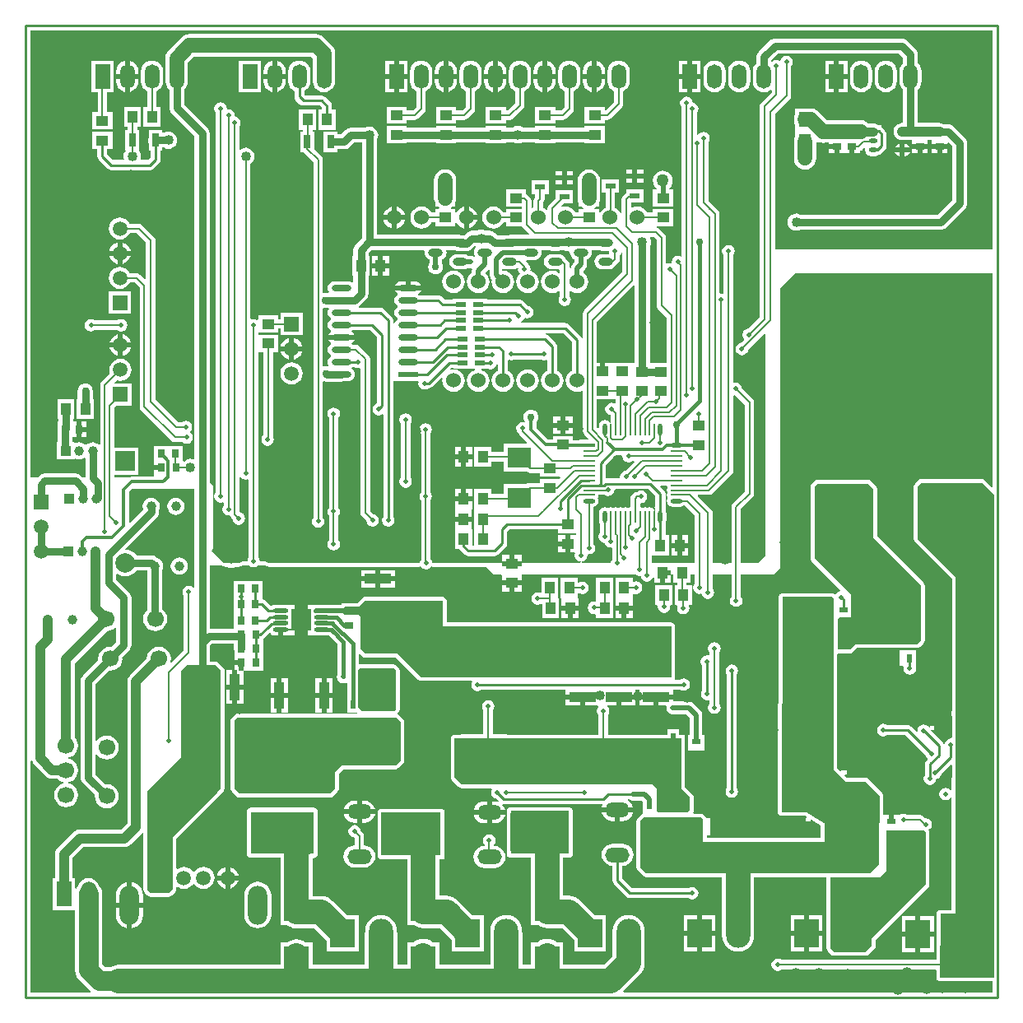
<source format=gtl>
%FSLAX25Y25*%
%MOIN*%
G70*
G01*
G75*
G04 Layer_Physical_Order=1*
G04 Layer_Color=255*
%ADD10O,0.06299X0.01772*%
%ADD11R,0.08071X0.09055*%
%ADD12R,0.21654X0.25197*%
%ADD13R,0.03937X0.10827*%
%ADD14R,0.07087X0.03937*%
%ADD15R,0.15748X0.17716*%
%ADD16R,0.03937X0.05118*%
%ADD17R,0.02559X0.05315*%
%ADD18R,0.03937X0.02362*%
%ADD19O,0.03543X0.01969*%
%ADD20R,0.03543X0.01969*%
%ADD21O,0.03543X0.01969*%
%ADD22R,0.10000X0.07500*%
%ADD23R,0.05000X0.06000*%
%ADD24O,0.09843X0.05906*%
%ADD25R,0.08661X0.07087*%
%ADD26R,0.09843X0.15748*%
%ADD27O,0.05906X0.03150*%
%ADD28R,0.04000X0.01969*%
%ADD29R,0.08000X0.02400*%
%ADD30O,0.08000X0.02400*%
%ADD31R,0.09449X0.08268*%
%ADD32R,0.03347X0.02756*%
%ADD33R,0.03937X0.10630*%
%ADD34O,0.00984X0.04724*%
%ADD35O,0.04724X0.00984*%
%ADD36O,0.04724X0.01772*%
%ADD37O,0.01772X0.04724*%
%ADD38R,0.04724X0.01772*%
%ADD39R,0.14410X0.09843*%
%ADD40R,0.14410X0.07874*%
%ADD41R,0.01969X0.06299*%
%ADD42R,0.03543X0.02126*%
%ADD43R,0.07559X0.25590*%
%ADD44R,0.02756X0.03347*%
%ADD45R,0.05118X0.03937*%
%ADD46R,0.09843X0.14410*%
%ADD47R,0.07874X0.14410*%
%ADD48R,0.06299X0.01969*%
%ADD49R,0.02126X0.03543*%
%ADD50R,0.10630X0.03937*%
%ADD51R,0.17716X0.15748*%
%ADD52C,0.01200*%
%ADD53C,0.04000*%
%ADD54C,0.00800*%
%ADD55C,0.03000*%
%ADD56C,0.01000*%
%ADD57C,0.10000*%
%ADD58C,0.08000*%
%ADD59C,0.02000*%
%ADD60C,0.03500*%
%ADD61C,0.06000*%
%ADD62C,0.01500*%
%ADD63R,0.06100X0.05100*%
%ADD64R,0.08400X0.51300*%
%ADD65R,0.14738X0.06832*%
%ADD66R,0.06900X0.03700*%
%ADD67R,0.08000X0.44800*%
%ADD68R,0.05400X0.06100*%
%ADD69R,0.38500X0.08800*%
%ADD70R,0.09971X0.13838*%
%ADD71R,0.05300X0.18000*%
%ADD72R,0.23600X0.17400*%
%ADD73R,0.25624X0.17093*%
%ADD74R,0.24100X0.17400*%
%ADD75C,0.06693*%
%ADD76C,0.06000*%
%ADD77O,0.05906X0.09843*%
%ADD78R,0.05906X0.09843*%
%ADD79O,0.07874X0.15748*%
%ADD80C,0.05906*%
%ADD81R,0.05906X0.05906*%
%ADD82O,0.09843X0.11811*%
%ADD83R,0.09843X0.11811*%
%ADD84O,0.06000X0.10000*%
%ADD85R,0.06000X0.10000*%
%ADD86R,0.07874X0.07874*%
%ADD87C,0.07874*%
%ADD88C,0.03937*%
%ADD89R,0.03937X0.03937*%
%ADD90C,0.04000*%
%ADD91C,0.02000*%
%ADD92C,0.03000*%
%ADD93C,0.02598*%
%ADD94C,0.05000*%
G36*
X159011Y-174328D02*
X158982Y-174469D01*
X159176Y-175444D01*
X159729Y-176271D01*
X160556Y-176824D01*
X161531Y-177018D01*
X162507Y-176824D01*
X163132Y-176406D01*
X163701D01*
X163893Y-176868D01*
X160362Y-180398D01*
X159625Y-180545D01*
X158798Y-181098D01*
X158245Y-181924D01*
X158051Y-182900D01*
X158106Y-183174D01*
X157788Y-183561D01*
X152365D01*
X152364Y-183561D01*
X152239Y-183458D01*
Y-178145D01*
X156443Y-173941D01*
X158693D01*
X159011Y-174328D01*
D02*
G37*
G36*
X172863Y-86802D02*
Y-113300D01*
X172863Y-113300D01*
X172863D01*
X173010Y-114041D01*
X173430Y-114670D01*
X177063Y-118302D01*
Y-136831D01*
X170126D01*
Y-89706D01*
X170157Y-89665D01*
X170510Y-88814D01*
X170630Y-87900D01*
X170510Y-86986D01*
X170157Y-86135D01*
X170378Y-85687D01*
X171748D01*
X172863Y-86802D01*
D02*
G37*
G36*
X308984Y-90648D02*
X220937D01*
Y-35802D01*
X226870Y-29870D01*
X227290Y-29241D01*
X227437Y-28500D01*
Y-16401D01*
X227855Y-15776D01*
X228049Y-14800D01*
X227855Y-13825D01*
X227302Y-12998D01*
X226476Y-12445D01*
X225500Y-12251D01*
X224524Y-12445D01*
X223698Y-12998D01*
X223145Y-13825D01*
X223086Y-14120D01*
X222624Y-14311D01*
X222375Y-14145D01*
X221400Y-13951D01*
X220425Y-14145D01*
X219767Y-14584D01*
X219326Y-14349D01*
Y-14153D01*
X222153Y-11326D01*
X270947D01*
X272674Y-13053D01*
Y-15441D01*
X272524Y-15556D01*
X271811Y-16486D01*
X271362Y-17569D01*
X271209Y-18732D01*
Y-22669D01*
X271362Y-23831D01*
X271811Y-24914D01*
X272524Y-25844D01*
X272674Y-25959D01*
Y-39470D01*
X272411D01*
X271497Y-39590D01*
X270646Y-39943D01*
X269915Y-40504D01*
X269354Y-41235D01*
X269001Y-42086D01*
X268881Y-43000D01*
X269001Y-43914D01*
X269354Y-44765D01*
X269915Y-45496D01*
X270646Y-46057D01*
X271497Y-46410D01*
X272411Y-46530D01*
X276327D01*
Y-47905D01*
X282673D01*
Y-46530D01*
X284327D01*
Y-48000D01*
X290673D01*
Y-47706D01*
X291135Y-47514D01*
X292574Y-48953D01*
Y-70847D01*
X286747Y-76674D01*
X231306D01*
X231265Y-76643D01*
X230414Y-76290D01*
X229500Y-76170D01*
X228586Y-76290D01*
X227735Y-76643D01*
X227004Y-77204D01*
X226443Y-77935D01*
X226090Y-78786D01*
X225970Y-79700D01*
X226090Y-80614D01*
X226443Y-81465D01*
X227004Y-82196D01*
X227735Y-82757D01*
X228586Y-83110D01*
X229500Y-83230D01*
X230414Y-83110D01*
X231265Y-82757D01*
X231306Y-82726D01*
X288000D01*
X288783Y-82623D01*
X289299Y-82409D01*
X289513Y-82320D01*
X290140Y-81840D01*
X297740Y-74240D01*
X298220Y-73613D01*
X298346Y-73311D01*
X298523Y-72883D01*
X298626Y-72100D01*
Y-47700D01*
X298523Y-46917D01*
X298309Y-46401D01*
X298220Y-46187D01*
X297740Y-45560D01*
X293134Y-40955D01*
X292507Y-40474D01*
X292294Y-40385D01*
X291778Y-40172D01*
X290994Y-40069D01*
X289335D01*
X289171Y-39943D01*
X288319Y-39590D01*
X287406Y-39470D01*
X278726D01*
Y-25959D01*
X278876Y-25844D01*
X279590Y-24914D01*
X280038Y-23831D01*
X280191Y-22669D01*
Y-18732D01*
X280038Y-17569D01*
X279590Y-16486D01*
X278876Y-15556D01*
X278726Y-15441D01*
Y-11800D01*
X278726Y-11800D01*
X278635Y-11108D01*
X278623Y-11017D01*
X278472Y-10652D01*
X278321Y-10287D01*
X277840Y-9660D01*
X274340Y-6160D01*
X273713Y-5680D01*
X273499Y-5591D01*
X272983Y-5377D01*
X272200Y-5274D01*
X220900D01*
X220117Y-5377D01*
X219601Y-5591D01*
X219387Y-5680D01*
X218760Y-6160D01*
X214160Y-10760D01*
X213680Y-11387D01*
X213591Y-11601D01*
X213377Y-12117D01*
X213274Y-12900D01*
Y-15441D01*
X213124Y-15556D01*
X212410Y-16486D01*
X211962Y-17569D01*
X211809Y-18732D01*
Y-22669D01*
X211962Y-23831D01*
X212410Y-24914D01*
X213124Y-25844D01*
X214054Y-26558D01*
X215138Y-27007D01*
X216300Y-27160D01*
X217462Y-27007D01*
X218546Y-26558D01*
X219014Y-26198D01*
X219463Y-26419D01*
Y-27198D01*
X215130Y-31530D01*
X214710Y-32159D01*
X214563Y-32900D01*
Y-118198D01*
X209962Y-122798D01*
X209225Y-122945D01*
X208398Y-123498D01*
X207845Y-124325D01*
X207651Y-125300D01*
X207845Y-126276D01*
X208398Y-127102D01*
X208421Y-127339D01*
X207212Y-128548D01*
X206474Y-128695D01*
X205648Y-129248D01*
X205095Y-130075D01*
X204901Y-131050D01*
X205095Y-132026D01*
X205648Y-132852D01*
X206474Y-133405D01*
X207450Y-133599D01*
X208425Y-133405D01*
X209252Y-132852D01*
X209805Y-132026D01*
X209952Y-131288D01*
X216526Y-124714D01*
X216988Y-124905D01*
Y-214748D01*
X214088Y-217648D01*
X214023Y-217712D01*
X207037D01*
Y-195802D01*
X211870Y-190970D01*
X212290Y-190341D01*
X212437Y-189600D01*
X212437Y-189600D01*
X212437Y-189600D01*
Y-189600D01*
Y-152900D01*
X212290Y-152159D01*
X211870Y-151530D01*
X207302Y-146962D01*
X207155Y-146224D01*
X206602Y-145398D01*
X205775Y-144845D01*
X204800Y-144651D01*
X204324Y-144746D01*
X203937Y-144429D01*
Y-93101D01*
X204355Y-92475D01*
X204549Y-91500D01*
X204355Y-90525D01*
X203802Y-89698D01*
X202976Y-89145D01*
X202000Y-88951D01*
X201025Y-89145D01*
X200198Y-89698D01*
X199645Y-90525D01*
X199451Y-91500D01*
X199645Y-92475D01*
X200063Y-93101D01*
Y-108449D01*
X199676Y-108766D01*
X199100Y-108651D01*
X198824Y-108706D01*
X198437Y-108389D01*
Y-76500D01*
X198290Y-75759D01*
X197870Y-75130D01*
X196170Y-73430D01*
X193837Y-71098D01*
Y-47201D01*
X194255Y-46575D01*
X194449Y-45600D01*
X194255Y-44625D01*
X193702Y-43798D01*
X192876Y-43245D01*
X191900Y-43051D01*
X190925Y-43245D01*
X190098Y-43798D01*
X189716Y-44369D01*
X189237Y-44224D01*
Y-35401D01*
X189655Y-34776D01*
X189849Y-33800D01*
X189655Y-32825D01*
X189102Y-31998D01*
X188276Y-31445D01*
X187528Y-31296D01*
X187355Y-30424D01*
X186802Y-29598D01*
X185976Y-29045D01*
X185000Y-28851D01*
X184025Y-29045D01*
X183198Y-29598D01*
X182645Y-30424D01*
X182451Y-31400D01*
X182645Y-32375D01*
X183063Y-33001D01*
Y-61900D01*
X183063Y-61900D01*
X183063D01*
Y-93407D01*
X182622Y-93643D01*
X182475Y-93545D01*
X181500Y-93351D01*
X180525Y-93545D01*
X179698Y-94098D01*
X179145Y-94924D01*
X178951Y-95900D01*
X178967Y-95980D01*
X178613Y-96333D01*
X178200Y-96251D01*
X177225Y-96445D01*
X177178Y-96476D01*
X176737Y-96240D01*
Y-86000D01*
X176737Y-86000D01*
X176737Y-86000D01*
Y-86000D01*
X176737D01*
X176737Y-86000D01*
X176590Y-85259D01*
X176170Y-84630D01*
X173920Y-82380D01*
X173291Y-81960D01*
X172550Y-81813D01*
Y-81722D01*
X172904Y-81368D01*
X179559D01*
Y-74432D01*
X171441D01*
Y-75900D01*
X169142D01*
X169004Y-75568D01*
X168283Y-74628D01*
X167343Y-73906D01*
X166249Y-73453D01*
X165074Y-73298D01*
X163899Y-73453D01*
X163027Y-73814D01*
X162611Y-73536D01*
Y-71681D01*
X167469D01*
Y-66319D01*
X160531D01*
Y-67729D01*
X159304Y-68956D01*
X158884Y-69585D01*
X158737Y-70326D01*
Y-76053D01*
X158246Y-76151D01*
X158004Y-75568D01*
X157283Y-74628D01*
X156343Y-73906D01*
X156095Y-73803D01*
Y-67744D01*
X157626D01*
Y-62382D01*
X150689D01*
Y-67744D01*
X152220D01*
Y-73734D01*
X151804Y-73906D01*
X150864Y-74628D01*
X150143Y-75568D01*
X150049Y-75794D01*
X149559Y-75696D01*
Y-74432D01*
X147966D01*
X147769Y-73957D01*
X148372Y-73494D01*
X149559D01*
Y-71986D01*
X149884Y-71201D01*
X150039Y-70026D01*
Y-62900D01*
X149884Y-61725D01*
X149431Y-60631D01*
X148709Y-59691D01*
X147769Y-58969D01*
X146675Y-58516D01*
X145500Y-58361D01*
X144325Y-58516D01*
X143231Y-58969D01*
X142291Y-59691D01*
X141569Y-60631D01*
X141116Y-61725D01*
X140961Y-62900D01*
Y-70026D01*
X141116Y-71201D01*
X141441Y-71986D01*
Y-73494D01*
X142628D01*
X143231Y-73957D01*
X143034Y-74432D01*
X141441D01*
Y-75900D01*
X140008D01*
X139871Y-75568D01*
X139149Y-74628D01*
X138209Y-73906D01*
X137115Y-73453D01*
X135940Y-73298D01*
X134765Y-73453D01*
X134620Y-73513D01*
X134343Y-73097D01*
X135258Y-72181D01*
X138969D01*
Y-66819D01*
X132032D01*
Y-69929D01*
X129330Y-72630D01*
X128910Y-73259D01*
X128763Y-74000D01*
Y-74649D01*
X128289Y-74810D01*
X128149Y-74628D01*
X127209Y-73906D01*
X126877Y-73769D01*
Y-71962D01*
X127027Y-71812D01*
X127447Y-71184D01*
X127595Y-70443D01*
X127595Y-70443D01*
X127595Y-70443D01*
Y-70443D01*
Y-68244D01*
X129126D01*
Y-62882D01*
X122189D01*
Y-68244D01*
X123720D01*
Y-69640D01*
X123570Y-69790D01*
X123150Y-70419D01*
X123003Y-71160D01*
Y-73704D01*
X122690Y-73898D01*
X122671Y-73906D01*
X122643Y-73927D01*
X122578Y-73968D01*
X122137Y-73750D01*
Y-71000D01*
X121990Y-70259D01*
X121570Y-69630D01*
X120596Y-68656D01*
X120059Y-68297D01*
Y-66558D01*
X111941D01*
Y-73494D01*
X118263D01*
Y-74432D01*
X111941D01*
Y-75900D01*
X110874D01*
X110737Y-75568D01*
X110016Y-74628D01*
X109076Y-73906D01*
X107981Y-73453D01*
X106806Y-73298D01*
X105631Y-73453D01*
X104537Y-73906D01*
X103597Y-74628D01*
X102875Y-75568D01*
X102422Y-76662D01*
X102267Y-77837D01*
X102422Y-79012D01*
X102875Y-80106D01*
X103597Y-81046D01*
X104537Y-81768D01*
X105631Y-82221D01*
X106806Y-82376D01*
X107981Y-82221D01*
X109076Y-81768D01*
X110016Y-81046D01*
X110737Y-80106D01*
X110874Y-79774D01*
X111941D01*
Y-81368D01*
X118396D01*
X118410Y-81441D01*
X118830Y-82070D01*
X121158Y-84397D01*
X120966Y-84859D01*
X113635D01*
X113635Y-84859D01*
X112851Y-84962D01*
X112475Y-85118D01*
X111922D01*
X111349Y-85194D01*
X108473D01*
X107391Y-84112D01*
X106764Y-83631D01*
X106550Y-83542D01*
X106034Y-83328D01*
X105251Y-83225D01*
X103606D01*
X103565Y-83194D01*
X102714Y-82841D01*
X101800Y-82721D01*
X100886Y-82841D01*
X100035Y-83194D01*
X99994Y-83225D01*
X98100D01*
X97317Y-83328D01*
X96801Y-83542D01*
X96587Y-83631D01*
X95960Y-84112D01*
X94933Y-85139D01*
X94778Y-85118D01*
X94225D01*
X93849Y-84962D01*
X93065Y-84859D01*
X59626D01*
Y-46306D01*
X59657Y-46265D01*
X60010Y-45414D01*
X60130Y-44500D01*
X60010Y-43586D01*
X59657Y-42735D01*
X59096Y-42004D01*
X58365Y-41443D01*
X57514Y-41090D01*
X56600Y-40970D01*
X55686Y-41090D01*
X54835Y-41443D01*
X54794Y-41474D01*
X49000D01*
X49000Y-41474D01*
X48217Y-41577D01*
X47487Y-41879D01*
X46860Y-42360D01*
X46860Y-42360D01*
X45047Y-44174D01*
X43628D01*
Y-43042D01*
X38069D01*
Y-46071D01*
X37926Y-46417D01*
X37823Y-47200D01*
X37926Y-47983D01*
X38069Y-48329D01*
Y-51358D01*
X43628D01*
Y-50226D01*
X46300D01*
X47083Y-50123D01*
X47599Y-49909D01*
X47813Y-49821D01*
X48440Y-49340D01*
X50253Y-47526D01*
X53574D01*
Y-86247D01*
X50986Y-88834D01*
X50506Y-89461D01*
X50417Y-89675D01*
X50203Y-90191D01*
X50100Y-90974D01*
Y-93441D01*
X49657D01*
Y-101559D01*
X50100D01*
Y-103943D01*
X49652Y-104164D01*
X49362Y-103942D01*
X48705Y-103670D01*
X48000Y-103577D01*
X42400D01*
X41695Y-103670D01*
X41038Y-103942D01*
X40474Y-104374D01*
X40042Y-104938D01*
X39770Y-105595D01*
X39677Y-106300D01*
X39770Y-107005D01*
X40042Y-107662D01*
X40167Y-107826D01*
X39946Y-108274D01*
X38800D01*
X38113Y-108364D01*
X37737Y-108035D01*
Y-63100D01*
X37737Y-63100D01*
X37737Y-63100D01*
Y-63100D01*
Y-54500D01*
X37590Y-53759D01*
X37170Y-53130D01*
X34179Y-50140D01*
Y-43042D01*
X33463D01*
Y-42259D01*
X34995D01*
Y-34141D01*
X28058D01*
Y-42259D01*
X29589D01*
Y-43042D01*
X28620D01*
Y-51358D01*
X29955D01*
X30030Y-51470D01*
X33863Y-55302D01*
Y-63100D01*
X33863Y-63100D01*
X33863D01*
Y-199299D01*
X33445Y-199925D01*
X33251Y-200900D01*
X33445Y-201875D01*
X33998Y-202702D01*
X34824Y-203255D01*
X35800Y-203449D01*
X36775Y-203255D01*
X37602Y-202702D01*
X38155Y-201875D01*
X38349Y-200900D01*
X38155Y-199925D01*
X37737Y-199299D01*
Y-144391D01*
X38153Y-144114D01*
X38417Y-144223D01*
X39200Y-144326D01*
X45200D01*
X45983Y-144223D01*
X46465Y-144023D01*
X48000D01*
X48705Y-143930D01*
X49362Y-143658D01*
X49926Y-143226D01*
X50358Y-142662D01*
X50630Y-142005D01*
X50723Y-141300D01*
X50630Y-140595D01*
X50358Y-139938D01*
X49926Y-139374D01*
X49362Y-138942D01*
Y-138658D01*
X49778Y-138339D01*
X50552D01*
X51025Y-138655D01*
X52000Y-138849D01*
X52577Y-138734D01*
X52963Y-139051D01*
Y-197501D01*
X52963Y-197501D01*
X52963D01*
X53111Y-198242D01*
X53531Y-198870D01*
X55398Y-200738D01*
X55545Y-201476D01*
X56098Y-202302D01*
X56924Y-202855D01*
X57900Y-203049D01*
X58876Y-202855D01*
X59702Y-202302D01*
X60255Y-201476D01*
X60449Y-200500D01*
X60255Y-199524D01*
X59702Y-198698D01*
X58876Y-198145D01*
X58138Y-197998D01*
X56838Y-196698D01*
Y-135099D01*
X56690Y-134358D01*
X56270Y-133730D01*
X52471Y-129930D01*
X51842Y-129510D01*
X51101Y-129363D01*
X49911D01*
X49362Y-128942D01*
Y-128658D01*
X49926Y-128226D01*
X50358Y-127662D01*
X50508Y-127300D01*
X39892D01*
X40042Y-127662D01*
X40474Y-128226D01*
X40897Y-128550D01*
Y-129050D01*
X40474Y-129374D01*
X40042Y-129938D01*
X39770Y-130595D01*
X39677Y-131300D01*
X39770Y-132005D01*
X40042Y-132662D01*
X40474Y-133226D01*
X40897Y-133550D01*
Y-134050D01*
X40474Y-134374D01*
X40042Y-134938D01*
X39770Y-135595D01*
X39677Y-136300D01*
X39770Y-137005D01*
X40042Y-137662D01*
X40088Y-137722D01*
X39784Y-138119D01*
X39683Y-138077D01*
X38900Y-137974D01*
X38117Y-138077D01*
X37737Y-137824D01*
Y-114678D01*
X38113Y-114349D01*
X38700Y-114426D01*
X39460Y-114326D01*
X39946D01*
X40167Y-114774D01*
X40042Y-114938D01*
X39770Y-115595D01*
X39677Y-116300D01*
X39770Y-117005D01*
X40042Y-117662D01*
X40474Y-118226D01*
X40897Y-118550D01*
Y-119050D01*
X40474Y-119374D01*
X40042Y-119938D01*
X39770Y-120595D01*
X39677Y-121300D01*
X39770Y-122005D01*
X40042Y-122662D01*
X40474Y-123226D01*
X40897Y-123550D01*
Y-124050D01*
X40474Y-124374D01*
X40042Y-124938D01*
X39892Y-125300D01*
X50508D01*
X50358Y-124938D01*
X49926Y-124374D01*
X49362Y-123942D01*
Y-123658D01*
X49778Y-123339D01*
X56855D01*
X59661Y-126145D01*
Y-152998D01*
X59425Y-153045D01*
X58598Y-153598D01*
X58045Y-154425D01*
X57851Y-155400D01*
X58045Y-156376D01*
X58598Y-157202D01*
X59425Y-157755D01*
X60400Y-157949D01*
X61375Y-157755D01*
X61720Y-157525D01*
X62161Y-157761D01*
Y-199052D01*
X61845Y-199524D01*
X61651Y-200500D01*
X61845Y-201476D01*
X62398Y-202302D01*
X63225Y-202855D01*
X64200Y-203049D01*
X65175Y-202855D01*
X66002Y-202302D01*
X66555Y-201476D01*
X66749Y-200500D01*
X66555Y-199524D01*
X66239Y-199052D01*
Y-144000D01*
X66700D01*
Y-144000D01*
X76256D01*
X76573Y-144386D01*
X76451Y-145000D01*
X76645Y-145975D01*
X77198Y-146802D01*
X78025Y-147355D01*
X79000Y-147549D01*
X79975Y-147355D01*
X80448Y-147039D01*
X80600D01*
X81380Y-146884D01*
X82042Y-146442D01*
X85791Y-142692D01*
X86240Y-142914D01*
X86110Y-143900D01*
X86265Y-145075D01*
X86718Y-146169D01*
X87439Y-147109D01*
X88379Y-147831D01*
X89474Y-148284D01*
X90649Y-148439D01*
X91824Y-148284D01*
X92918Y-147831D01*
X93858Y-147109D01*
X94579Y-146169D01*
X95033Y-145075D01*
X95188Y-143900D01*
X95033Y-142725D01*
X94579Y-141631D01*
X93858Y-140691D01*
X92918Y-139969D01*
X91824Y-139516D01*
X90649Y-139361D01*
X89662Y-139491D01*
X89441Y-139043D01*
X89840Y-138644D01*
X90745D01*
Y-139089D01*
X99223D01*
X99321Y-139579D01*
X98379Y-139969D01*
X97439Y-140691D01*
X96718Y-141631D01*
X96265Y-142725D01*
X96110Y-143900D01*
X96265Y-145075D01*
X96718Y-146169D01*
X97439Y-147109D01*
X98379Y-147831D01*
X99474Y-148284D01*
X100649Y-148439D01*
X101823Y-148284D01*
X102918Y-147831D01*
X103858Y-147109D01*
X104579Y-146169D01*
X105033Y-145075D01*
X105188Y-143900D01*
X105033Y-142725D01*
X104579Y-141631D01*
X103858Y-140691D01*
X102918Y-139969D01*
X101977Y-139579D01*
X102075Y-139089D01*
X104745D01*
Y-139089D01*
X104774Y-139065D01*
X105700Y-139249D01*
X106676Y-139055D01*
X107502Y-138502D01*
X108055Y-137675D01*
X108112Y-137389D01*
X108610Y-137437D01*
Y-139874D01*
X108379Y-139969D01*
X107439Y-140691D01*
X106718Y-141631D01*
X106265Y-142725D01*
X106110Y-143900D01*
X106265Y-145075D01*
X106718Y-146169D01*
X107439Y-147109D01*
X108379Y-147831D01*
X109474Y-148284D01*
X110649Y-148439D01*
X111823Y-148284D01*
X112918Y-147831D01*
X113858Y-147109D01*
X114579Y-146169D01*
X115033Y-145075D01*
X115188Y-143900D01*
X115033Y-142725D01*
X114579Y-141631D01*
X113858Y-140691D01*
X112918Y-139969D01*
X112688Y-139874D01*
Y-135788D01*
X113125Y-135555D01*
X114100Y-135749D01*
X115076Y-135555D01*
X115548Y-135239D01*
X125752D01*
X126225Y-135555D01*
X127200Y-135749D01*
X128175Y-135555D01*
X128610Y-135787D01*
Y-139874D01*
X128379Y-139969D01*
X127439Y-140691D01*
X126718Y-141631D01*
X126265Y-142725D01*
X126110Y-143900D01*
X126265Y-145075D01*
X126718Y-146169D01*
X127439Y-147109D01*
X128379Y-147831D01*
X129474Y-148284D01*
X130649Y-148439D01*
X131824Y-148284D01*
X132918Y-147831D01*
X133858Y-147109D01*
X134580Y-146169D01*
X135033Y-145075D01*
X135188Y-143900D01*
X135033Y-142725D01*
X134580Y-141631D01*
X133858Y-140691D01*
X132918Y-139969D01*
X132688Y-139874D01*
Y-130049D01*
X132688Y-130049D01*
X132688Y-130049D01*
Y-130049D01*
X132658Y-129896D01*
X132533Y-129269D01*
X132533Y-129269D01*
X132533Y-129268D01*
X132311Y-128936D01*
X132091Y-128607D01*
X129198Y-125714D01*
X129198Y-125714D01*
X129198Y-125714D01*
X128869Y-125494D01*
X128537Y-125272D01*
X128537Y-125272D01*
X128537Y-125272D01*
X128119Y-125189D01*
X127756Y-125117D01*
Y-124997D01*
X128110Y-124644D01*
X135160D01*
X138610Y-128093D01*
Y-139874D01*
X138379Y-139969D01*
X137439Y-140691D01*
X136718Y-141631D01*
X136265Y-142725D01*
X136110Y-143900D01*
X136265Y-145075D01*
X136718Y-146169D01*
X137439Y-147109D01*
X138379Y-147831D01*
X139474Y-148284D01*
X140649Y-148439D01*
X141823Y-148284D01*
X142696Y-147923D01*
X143112Y-148201D01*
Y-164459D01*
Y-164459D01*
Y-164459D01*
X143185Y-164828D01*
X143259Y-165200D01*
X143259Y-165200D01*
X143259Y-165200D01*
X143500Y-165561D01*
X143679Y-165829D01*
X143679Y-165829D01*
X143679Y-165829D01*
X145141Y-167290D01*
X144949Y-167752D01*
X141638D01*
Y-167997D01*
X139059D01*
Y-166405D01*
X130941D01*
Y-167733D01*
X128961D01*
X124141Y-162913D01*
Y-160838D01*
X124620Y-160213D01*
X124923Y-159483D01*
X125026Y-158700D01*
X124923Y-157917D01*
X124620Y-157187D01*
X124140Y-156560D01*
X123513Y-156079D01*
X122783Y-155777D01*
X122000Y-155674D01*
X121217Y-155777D01*
X120487Y-156079D01*
X119860Y-156560D01*
X119379Y-157187D01*
X119077Y-157917D01*
X118974Y-158700D01*
X119077Y-159483D01*
X119379Y-160213D01*
X119484Y-160350D01*
X119220Y-160775D01*
X118600Y-160651D01*
X117624Y-160845D01*
X116798Y-161398D01*
X116245Y-162224D01*
X116051Y-163200D01*
X116245Y-164175D01*
X116776Y-164970D01*
X116810Y-165141D01*
X117230Y-165770D01*
X120359Y-168899D01*
X120168Y-169360D01*
X110976D01*
Y-172825D01*
X106043D01*
Y-170703D01*
X99106D01*
Y-178821D01*
X106043D01*
Y-176699D01*
X110976D01*
Y-180628D01*
X120094D01*
X120224Y-180758D01*
X120852Y-181178D01*
X121594Y-181325D01*
X125641D01*
Y-182857D01*
X133696D01*
X133887Y-183319D01*
X133412Y-183794D01*
X125641D01*
Y-185325D01*
X121468D01*
X120726Y-185472D01*
X120098Y-185892D01*
X120094Y-185896D01*
X110976D01*
Y-189825D01*
X106043D01*
Y-187703D01*
X99106D01*
Y-195821D01*
X99106D01*
Y-196041D01*
X99006Y-196141D01*
X99006D01*
Y-204259D01*
X99106D01*
Y-210861D01*
X98168D01*
Y-204041D01*
X98068D01*
Y-201200D01*
X91132D01*
Y-204259D01*
X91232D01*
Y-212159D01*
X93069D01*
X93258Y-212442D01*
X95158Y-214342D01*
X95820Y-214784D01*
X96600Y-214939D01*
X96600Y-214939D01*
X107300D01*
X108080Y-214784D01*
X108742Y-214342D01*
X108742Y-214342D01*
X108742Y-214342D01*
X111742Y-211342D01*
X112184Y-210680D01*
X112339Y-209900D01*
X112339Y-209900D01*
X112339Y-209900D01*
Y-209900D01*
Y-205045D01*
X113219Y-204165D01*
X132941D01*
Y-205594D01*
X140363D01*
Y-206532D01*
X138000D01*
Y-210001D01*
Y-213469D01*
X139602D01*
X139919Y-213855D01*
X139751Y-214700D01*
X139945Y-215675D01*
X140498Y-216502D01*
X141324Y-217055D01*
X142128Y-217215D01*
X142079Y-217712D01*
X118359D01*
Y-219026D01*
X110241D01*
Y-217712D01*
X82032D01*
X82032Y-217712D01*
X81855Y-216825D01*
X81337Y-216050D01*
Y-192401D01*
X81755Y-191776D01*
X81949Y-190800D01*
X81755Y-189824D01*
X81337Y-189199D01*
Y-165301D01*
X81755Y-164675D01*
X81949Y-163700D01*
X81755Y-162724D01*
X81202Y-161898D01*
X80375Y-161345D01*
X79400Y-161151D01*
X78425Y-161345D01*
X77598Y-161898D01*
X77045Y-162724D01*
X76851Y-163700D01*
X77045Y-164675D01*
X77463Y-165301D01*
Y-189199D01*
X77045Y-189824D01*
X76851Y-190800D01*
X77045Y-191776D01*
X77463Y-192401D01*
Y-216349D01*
X77145Y-216825D01*
X76968Y-217712D01*
D01*
X15779D01*
X15729D01*
X15680Y-217703D01*
X15595D01*
X15550Y-217691D01*
X15547Y-217688D01*
X15542Y-217685D01*
D01*
X15542Y-217685D01*
X15457Y-217643D01*
X15419Y-217613D01*
X15419Y-217613D01*
X15415Y-217612D01*
X15411Y-217609D01*
X15378Y-217593D01*
X15315Y-217544D01*
X15312Y-217543D01*
X15311Y-217542D01*
X15311Y-217542D01*
X15310Y-217542D01*
X15304Y-217539D01*
X15300Y-217538D01*
X15281Y-217523D01*
X15279Y-217522D01*
X15234Y-217511D01*
X15195Y-217484D01*
X15103Y-217446D01*
X15103Y-217446D01*
X15062Y-217419D01*
X15028Y-217405D01*
X15028Y-217405D01*
X15028Y-217405D01*
X14983Y-217386D01*
X14934Y-217376D01*
X14934Y-217376D01*
X14841Y-217338D01*
X14841Y-217338D01*
X14841Y-217338D01*
X14787Y-217327D01*
X14739Y-217300D01*
X14739Y-217300D01*
X14642Y-217287D01*
X14640Y-217287D01*
X14639Y-217287D01*
X14639Y-217287D01*
X14639Y-217287D01*
X14600Y-217273D01*
X14551Y-217267D01*
X14543Y-217264D01*
X14543Y-217264D01*
X14543Y-217264D01*
X14543Y-217264D01*
X14455Y-217234D01*
X14362Y-217222D01*
X14362Y-217222D01*
X14362Y-217222D01*
X14362Y-217222D01*
X14355Y-217221D01*
X14355D01*
X14308Y-217205D01*
X14259Y-217199D01*
X14259D01*
X14259Y-217199D01*
X14144Y-217184D01*
X14043Y-217190D01*
X13945Y-217171D01*
X12389D01*
X12249Y-217000D01*
X12055Y-216024D01*
X11637Y-215399D01*
Y-132269D01*
X13663D01*
Y-138400D01*
Y-146600D01*
Y-165854D01*
X13598Y-165898D01*
X13045Y-166725D01*
X12851Y-167700D01*
X13045Y-168675D01*
X13598Y-169502D01*
X14424Y-170055D01*
X15400Y-170249D01*
X16375Y-170055D01*
X17202Y-169502D01*
X17755Y-168675D01*
X17949Y-167700D01*
X17755Y-166725D01*
X17537Y-166399D01*
Y-138400D01*
Y-132269D01*
X19659D01*
Y-125331D01*
X11637D01*
Y-124395D01*
X19659D01*
Y-122863D01*
X20547D01*
Y-125453D01*
X29453D01*
Y-116547D01*
X20547D01*
Y-118989D01*
X19659D01*
Y-117457D01*
X11541D01*
Y-119193D01*
X11100Y-119429D01*
X10675Y-119145D01*
X9700Y-118951D01*
X8824Y-119125D01*
X8437Y-118808D01*
Y-56025D01*
X8996Y-55596D01*
X9557Y-54865D01*
X9910Y-54014D01*
X10030Y-53100D01*
X9910Y-52186D01*
X9557Y-51335D01*
X8996Y-50604D01*
X8265Y-50043D01*
X7414Y-49690D01*
X6500Y-49570D01*
X5586Y-49690D01*
X4735Y-50043D01*
X4386Y-50311D01*
X3937Y-50090D01*
Y-40851D01*
X4255Y-40376D01*
X4449Y-39400D01*
X4255Y-38425D01*
X3702Y-37598D01*
X2875Y-37045D01*
X1976Y-36866D01*
X2049Y-36500D01*
X1855Y-35524D01*
X1302Y-34698D01*
X476Y-34145D01*
X-500Y-33951D01*
X-809Y-34012D01*
X-1163Y-33659D01*
X-1151Y-33600D01*
X-1345Y-32625D01*
X-1898Y-31798D01*
X-2725Y-31245D01*
X-3700Y-31051D01*
X-4676Y-31245D01*
X-5502Y-31798D01*
X-6055Y-32625D01*
X-6249Y-33600D01*
X-6055Y-34576D01*
X-5637Y-35201D01*
Y-189099D01*
X-6055Y-189725D01*
X-6249Y-190700D01*
X-6055Y-191675D01*
X-5502Y-192502D01*
X-4676Y-193055D01*
X-3700Y-193249D01*
X-2824Y-193075D01*
X-2437Y-193392D01*
Y-194549D01*
X-2755Y-195025D01*
X-2949Y-196000D01*
X-2755Y-196976D01*
X-2202Y-197802D01*
X-1376Y-198355D01*
X-400Y-198549D01*
X-152Y-198500D01*
X210Y-198741D01*
Y-198741D01*
X210Y-198741D01*
X630Y-199370D01*
X1198Y-199938D01*
X1345Y-200676D01*
X1898Y-201502D01*
X2725Y-202055D01*
X3700Y-202249D01*
X4676Y-202055D01*
X5502Y-201502D01*
X6055Y-200676D01*
X6249Y-199700D01*
X6055Y-198724D01*
X5502Y-197898D01*
X4676Y-197345D01*
X3938Y-197198D01*
X3937Y-197198D01*
Y-183026D01*
X4416Y-182880D01*
X4698Y-183302D01*
X5525Y-183855D01*
X6500Y-184049D01*
X7376Y-183875D01*
X7763Y-184192D01*
Y-215399D01*
X7345Y-216024D01*
X7151Y-217000D01*
X7011Y-217171D01*
X5267D01*
X5119Y-217200D01*
X4969Y-217200D01*
X4879Y-217237D01*
X4783Y-217249D01*
X4783Y-217249D01*
X4735Y-217276D01*
X4681Y-217287D01*
X4655Y-217305D01*
X4645Y-217307D01*
X4645Y-217307D01*
X4551Y-217372D01*
X4529Y-217381D01*
X4524Y-217384D01*
X4417Y-217428D01*
X4398Y-217441D01*
X4361Y-217478D01*
X4346Y-217488D01*
X4346Y-217489D01*
X4264Y-217522D01*
X4146Y-217601D01*
X3889Y-217708D01*
X3882Y-217712D01*
X3882Y-217712D01*
X-2097D01*
X-2097D01*
X-2097Y-217712D01*
X-2097D01*
X-2105Y-217707D01*
X-2272Y-217638D01*
X-2272D01*
X-2346Y-217608D01*
X-2354Y-217606D01*
X-2354Y-217606D01*
X-7312Y-212648D01*
X-6786Y-212122D01*
Y-186247D01*
X-6913D01*
X-8174Y-184986D01*
Y-86600D01*
Y-43700D01*
X-8277Y-42917D01*
X-8491Y-42401D01*
X-8580Y-42187D01*
X-9060Y-41560D01*
X-18474Y-32147D01*
Y-25959D01*
X-18324Y-25844D01*
X-17610Y-24914D01*
X-17162Y-23831D01*
X-17009Y-22669D01*
Y-21062D01*
X-16961Y-20700D01*
Y-15180D01*
X-14420Y-12639D01*
X33020D01*
X33661Y-13280D01*
Y-20700D01*
X33709Y-21062D01*
Y-22669D01*
X33862Y-23831D01*
X34310Y-24914D01*
X35024Y-25844D01*
X35954Y-26558D01*
X37038Y-27007D01*
X38200Y-27160D01*
X39362Y-27007D01*
X40446Y-26558D01*
X41376Y-25844D01*
X42090Y-24914D01*
X42538Y-23831D01*
X42691Y-22669D01*
Y-21062D01*
X42739Y-20700D01*
Y-11400D01*
X42584Y-10225D01*
X42131Y-9131D01*
X41409Y-8191D01*
X41409Y-8190D01*
X38109Y-4891D01*
X37169Y-4169D01*
X36716Y-3981D01*
X36075Y-3716D01*
X34900Y-3561D01*
X-16300D01*
X-17475Y-3716D01*
X-18569Y-4169D01*
X-19509Y-4891D01*
X-24709Y-10091D01*
X-25431Y-11031D01*
X-25619Y-11484D01*
X-25884Y-12125D01*
X-26039Y-13300D01*
Y-20700D01*
X-25991Y-21062D01*
Y-22669D01*
X-25838Y-23831D01*
X-25390Y-24914D01*
X-24676Y-25844D01*
X-24526Y-25959D01*
Y-33400D01*
X-24423Y-34183D01*
X-24209Y-34699D01*
X-24121Y-34913D01*
X-23640Y-35540D01*
X-14226Y-44953D01*
Y-86600D01*
Y-175596D01*
X-14642Y-175874D01*
X-15086Y-175690D01*
X-16000Y-175570D01*
X-16914Y-175690D01*
X-17765Y-176043D01*
X-18474Y-176586D01*
X-18922Y-176365D01*
Y-175927D01*
X-19016D01*
Y-170327D01*
X-24772D01*
D01*
D01*
X-24772Y-170327D01*
X-24922D01*
Y-170327D01*
X-30678D01*
Y-176673D01*
X-30584D01*
Y-178100D01*
X-27705D01*
Y-180100D01*
X-30584D01*
Y-182273D01*
X-30584D01*
Y-182405D01*
X-30937Y-182759D01*
X-39600D01*
X-40419Y-182922D01*
X-40758Y-183148D01*
X-46863D01*
Y-181994D01*
X-36908D01*
Y-171121D01*
X-46863D01*
Y-154802D01*
X-46013Y-153953D01*
X-39847D01*
Y-145047D01*
X-46454D01*
X-46646Y-144585D01*
X-45771Y-143710D01*
X-45462Y-143838D01*
X-44300Y-143991D01*
X-43138Y-143838D01*
X-42054Y-143389D01*
X-41124Y-142676D01*
X-40411Y-141746D01*
X-39962Y-140662D01*
X-39809Y-139500D01*
X-39962Y-138338D01*
X-40411Y-137254D01*
X-41124Y-136324D01*
X-42054Y-135610D01*
X-43138Y-135162D01*
X-44300Y-135009D01*
X-45462Y-135162D01*
X-46546Y-135610D01*
X-47476Y-136324D01*
X-48189Y-137254D01*
X-48638Y-138338D01*
X-48791Y-139500D01*
X-48638Y-140662D01*
X-48510Y-140971D01*
X-51970Y-144430D01*
X-52390Y-145059D01*
X-52537Y-145800D01*
Y-169670D01*
X-53011Y-169831D01*
X-53014Y-169826D01*
X-53739Y-169270D01*
X-54583Y-168921D01*
X-55488Y-168802D01*
X-56394Y-168921D01*
X-57237Y-169270D01*
X-57962Y-169826D01*
X-57994Y-169868D01*
X-58494D01*
X-58526Y-169826D01*
X-59251Y-169270D01*
X-60094Y-168921D01*
X-61000Y-168802D01*
X-61905Y-168921D01*
X-62628Y-169220D01*
X-63043Y-168942D01*
Y-168832D01*
X-63780D01*
Y-166873D01*
X-63778D01*
X-63778Y-166873D01*
X-63778Y-166873D01*
X-61900D01*
Y-163701D01*
Y-160527D01*
X-63374D01*
Y-159559D01*
X-62932D01*
Y-151441D01*
X-69868D01*
Y-159559D01*
X-69426D01*
Y-160527D01*
X-69683D01*
Y-162809D01*
X-69728Y-162917D01*
X-69831Y-163700D01*
Y-168832D01*
X-69980D01*
Y-175768D01*
X-63043D01*
Y-175658D01*
X-62628Y-175380D01*
X-61905Y-175679D01*
X-61000Y-175798D01*
X-60094Y-175679D01*
X-59251Y-175330D01*
X-58963Y-175109D01*
X-58514Y-175330D01*
Y-183148D01*
X-59573D01*
X-60360Y-182360D01*
X-60987Y-181879D01*
X-61201Y-181791D01*
X-61717Y-181577D01*
X-62500Y-181474D01*
X-74900D01*
X-75683Y-181577D01*
X-76199Y-181791D01*
X-76413Y-181879D01*
X-77040Y-182360D01*
X-77827Y-183148D01*
X-80638D01*
Y-2039D01*
X308984D01*
Y-90648D01*
D02*
G37*
G36*
Y-186768D02*
X308523Y-186960D01*
X305781Y-184219D01*
X305285Y-183887D01*
X304700Y-183771D01*
X280000D01*
X279415Y-183887D01*
X278919Y-184219D01*
X277519Y-185619D01*
X277187Y-186115D01*
X277071Y-186700D01*
Y-208000D01*
X277187Y-208585D01*
X277519Y-209081D01*
X292570Y-224133D01*
X292491Y-277542D01*
X292390Y-277786D01*
X292270Y-278700D01*
X292390Y-279614D01*
X292488Y-279850D01*
X292475Y-288552D01*
X292088Y-288869D01*
X292000Y-288851D01*
X291024Y-289045D01*
X290198Y-289598D01*
X289645Y-290424D01*
X289536Y-290972D01*
X289036D01*
X289011Y-290847D01*
X288569Y-290185D01*
X288569Y-290185D01*
X283807Y-285423D01*
X283916Y-285315D01*
D01*
D01*
X283916D01*
Y-285315D01*
X286205D01*
Y-279500D01*
X283736D01*
Y-284184D01*
X283258Y-284329D01*
X282902Y-283798D01*
X282076Y-283245D01*
X281100Y-283051D01*
X280124Y-283245D01*
X279298Y-283798D01*
X278745Y-284625D01*
X278551Y-285600D01*
X278598Y-285838D01*
X278157Y-286073D01*
X276042Y-283958D01*
X275380Y-283516D01*
X274600Y-283361D01*
X266148D01*
X265675Y-283045D01*
X264700Y-282851D01*
X263724Y-283045D01*
X262898Y-283598D01*
X262345Y-284424D01*
X262151Y-285400D01*
X262345Y-286375D01*
X262898Y-287202D01*
X263724Y-287755D01*
X264700Y-287949D01*
X265675Y-287755D01*
X266148Y-287439D01*
X273755D01*
X281938Y-295622D01*
X281998Y-295923D01*
X282550Y-296750D01*
X282592Y-296778D01*
X282641Y-297275D01*
X282158Y-297758D01*
X281716Y-298420D01*
X281561Y-299200D01*
Y-303652D01*
X281245Y-304124D01*
X281051Y-305100D01*
X281245Y-306076D01*
X281798Y-306902D01*
X282625Y-307455D01*
X283600Y-307649D01*
X284576Y-307455D01*
X285402Y-306902D01*
X285955Y-306076D01*
X286111Y-305293D01*
X286697Y-305176D01*
X287524Y-304624D01*
X288076Y-303797D01*
X288187Y-303239D01*
X291997Y-299429D01*
X292459Y-299621D01*
X292444Y-309672D01*
X291966Y-309817D01*
X291732Y-309468D01*
X290905Y-308915D01*
X289930Y-308721D01*
X288954Y-308915D01*
X288127Y-309468D01*
X287575Y-310295D01*
X287381Y-311270D01*
X287575Y-312246D01*
X288127Y-313073D01*
X288954Y-313625D01*
X289930Y-313819D01*
X290905Y-313625D01*
X291732Y-313073D01*
X291961Y-312730D01*
X292440Y-312876D01*
X292373Y-358271D01*
X287800D01*
X287512Y-358328D01*
X287221Y-358384D01*
X287218Y-358386D01*
X287215Y-358387D01*
X286970Y-358551D01*
X286724Y-358714D01*
X286722Y-358717D01*
X286719Y-358719D01*
X286555Y-358963D01*
X286390Y-359208D01*
X286389Y-359212D01*
X286387Y-359215D01*
X286330Y-359504D01*
X286271Y-359793D01*
X286184Y-378563D01*
X223601D01*
X222975Y-378145D01*
X222000Y-377951D01*
X221024Y-378145D01*
X220198Y-378698D01*
X219645Y-379524D01*
X219451Y-380500D01*
X219645Y-381475D01*
X220198Y-382302D01*
X221024Y-382855D01*
X222000Y-383049D01*
X222975Y-382855D01*
X223601Y-382437D01*
X285811D01*
X286164Y-382792D01*
X286151Y-385593D01*
X286152Y-385596D01*
X286151Y-385600D01*
X286209Y-385890D01*
X286265Y-386179D01*
X286267Y-386182D01*
X286268Y-386185D01*
X286432Y-386431D01*
X286594Y-386676D01*
X286597Y-386678D01*
X286599Y-386681D01*
X286845Y-386845D01*
X287089Y-387010D01*
X287092Y-387011D01*
X287095Y-387013D01*
X287385Y-387070D01*
X287673Y-387129D01*
X287677Y-387129D01*
X287681Y-387129D01*
X308984D01*
Y-391662D01*
X159628D01*
X159437Y-391200D01*
X166118Y-384518D01*
X166931Y-383529D01*
X166931Y-383529D01*
X166931Y-383529D01*
X167534Y-382400D01*
X167906Y-381174D01*
X168031Y-379900D01*
Y-367700D01*
X167952Y-366897D01*
Y-366716D01*
X167828Y-365457D01*
X167461Y-364247D01*
X166865Y-363131D01*
X166062Y-362153D01*
X165085Y-361351D01*
X163969Y-360755D01*
X162759Y-360387D01*
X161500Y-360263D01*
X160241Y-360387D01*
X159031Y-360755D01*
X157915Y-361351D01*
X156938Y-362153D01*
X156135Y-363131D01*
X155539Y-364247D01*
X155172Y-365457D01*
X155048Y-366716D01*
Y-366897D01*
X154969Y-367700D01*
Y-377195D01*
X151595Y-380569D01*
X135029D01*
Y-376600D01*
X134997Y-376281D01*
Y-371350D01*
X132346D01*
X132126Y-371169D01*
X130997Y-370566D01*
X129771Y-370194D01*
X128497Y-370069D01*
X127223Y-370194D01*
X125998Y-370566D01*
X124869Y-371169D01*
X124648Y-371350D01*
X121997D01*
Y-376281D01*
X121966Y-376600D01*
Y-380569D01*
X118531D01*
Y-367700D01*
X118452Y-366897D01*
Y-366716D01*
X118328Y-365457D01*
X117961Y-364247D01*
X117365Y-363131D01*
X116562Y-362153D01*
X115585Y-361351D01*
X114469Y-360755D01*
X113259Y-360387D01*
X112000Y-360263D01*
X110741Y-360387D01*
X109531Y-360755D01*
X108415Y-361351D01*
X107438Y-362153D01*
X106635Y-363131D01*
X106039Y-364247D01*
X105672Y-365457D01*
X105548Y-366716D01*
Y-366897D01*
X105469Y-367700D01*
Y-380569D01*
X84880D01*
Y-376600D01*
X84849Y-376281D01*
Y-371350D01*
X82197D01*
X81977Y-371169D01*
X80848Y-370566D01*
X79623Y-370194D01*
X78349Y-370069D01*
X77074Y-370194D01*
X75849Y-370566D01*
X74720Y-371169D01*
X74500Y-371350D01*
X71849D01*
Y-376281D01*
X71817Y-376600D01*
Y-380569D01*
X67831D01*
Y-378300D01*
Y-367800D01*
X67752Y-366997D01*
Y-366816D01*
X67628Y-365557D01*
X67261Y-364347D01*
X66665Y-363231D01*
X65863Y-362253D01*
X64885Y-361451D01*
X63769Y-360855D01*
X62559Y-360487D01*
X61300Y-360363D01*
X60041Y-360487D01*
X58831Y-360855D01*
X57715Y-361451D01*
X56738Y-362253D01*
X55935Y-363231D01*
X55339Y-364347D01*
X54972Y-365557D01*
X54848Y-366816D01*
Y-366997D01*
X54769Y-367800D01*
Y-378300D01*
Y-380569D01*
X33531D01*
Y-376700D01*
X33500Y-376381D01*
Y-371450D01*
X30849D01*
X30629Y-371269D01*
X29500Y-370666D01*
X28274Y-370294D01*
X27000Y-370169D01*
X25726Y-370294D01*
X24500Y-370666D01*
X23371Y-371269D01*
X23151Y-371450D01*
X20500D01*
Y-376381D01*
X20469Y-376700D01*
Y-380569D01*
X-45000D01*
X-46274Y-380694D01*
X-47499Y-381066D01*
X-48410Y-381553D01*
X-50302D01*
X-51552Y-380302D01*
Y-352000D01*
X-51742Y-350564D01*
X-52296Y-349226D01*
X-52407Y-349081D01*
X-52975Y-348341D01*
X-53269Y-347631D01*
X-53991Y-346691D01*
X-54931Y-345969D01*
X-56025Y-345516D01*
X-57200Y-345361D01*
X-58375Y-345516D01*
X-59469Y-345969D01*
X-60409Y-346691D01*
X-61131Y-347631D01*
X-61452Y-348407D01*
X-62004Y-349126D01*
X-62210Y-349622D01*
X-62700Y-349524D01*
Y-345400D01*
X-63670D01*
Y-337162D01*
X-59338Y-332830D01*
X-42700D01*
X-41786Y-332710D01*
X-40935Y-332357D01*
X-40204Y-331796D01*
X-35504Y-327096D01*
X-35403Y-326965D01*
X-34929Y-327125D01*
Y-350200D01*
X-34813Y-350785D01*
X-34481Y-351281D01*
X-33281Y-352481D01*
X-32785Y-352813D01*
X-32200Y-352929D01*
X-24600D01*
X-24015Y-352813D01*
X-23519Y-352481D01*
X-22019Y-350981D01*
X-21687Y-350485D01*
X-21571Y-349900D01*
Y-349166D01*
X-21122Y-348945D01*
X-20803Y-349189D01*
X-19720Y-349638D01*
X-18557Y-349791D01*
X-17395Y-349638D01*
X-16312Y-349189D01*
X-15382Y-348476D01*
X-14871Y-347809D01*
X-14370D01*
X-13859Y-348476D01*
X-12929Y-349189D01*
X-11846Y-349638D01*
X-10684Y-349791D01*
X-9521Y-349638D01*
X-8438Y-349189D01*
X-7508Y-348476D01*
X-6794Y-347546D01*
X-6345Y-346462D01*
X-6192Y-345300D01*
X-6345Y-344138D01*
X-6794Y-343054D01*
X-7508Y-342124D01*
X-8438Y-341410D01*
X-9521Y-340962D01*
X-10684Y-340809D01*
X-11846Y-340962D01*
X-12929Y-341410D01*
X-13859Y-342124D01*
X-14370Y-342791D01*
X-14871D01*
X-15382Y-342124D01*
X-16312Y-341410D01*
X-17395Y-340962D01*
X-18557Y-340809D01*
X-19720Y-340962D01*
X-20803Y-341410D01*
X-21122Y-341655D01*
X-21571Y-341434D01*
Y-329333D01*
X-4119Y-311881D01*
X-4105Y-311861D01*
X-4084Y-311846D01*
X-2584Y-310246D01*
X-2439Y-310013D01*
X-2287Y-309785D01*
X-2282Y-309761D01*
X-2269Y-309739D01*
X-2224Y-309469D01*
X-2171Y-309200D01*
Y-261100D01*
X-2287Y-260515D01*
X-2619Y-260019D01*
X-4719Y-257919D01*
X-5215Y-257587D01*
X-5800Y-257471D01*
X-6303Y-257571D01*
X-8174D01*
Y-251453D01*
X-7247Y-250526D01*
X1680D01*
Y-252300D01*
X1783Y-253083D01*
X1828Y-253191D01*
Y-255027D01*
X1822D01*
Y-257200D01*
X4701D01*
Y-258199D01*
X5700D01*
Y-261373D01*
X7578D01*
Y-261373D01*
X7578D01*
X7578Y-261373D01*
X7728D01*
Y-261373D01*
X13484D01*
Y-255473D01*
X13489D01*
Y-249973D01*
X13489D01*
Y-248478D01*
X13842Y-248242D01*
X15961Y-246123D01*
X16458Y-246172D01*
X16650Y-246459D01*
X17439Y-246986D01*
X18370Y-247171D01*
X19634D01*
Y-244738D01*
X21634D01*
Y-247171D01*
X22898D01*
X23829Y-246986D01*
X23916Y-246928D01*
X28000D01*
Y-240901D01*
Y-234872D01*
X23916D01*
X23829Y-234814D01*
X22898Y-234629D01*
X18370D01*
X17439Y-234814D01*
X17128Y-235022D01*
X16506D01*
X14542Y-233058D01*
X13880Y-232616D01*
X13284Y-232497D01*
Y-231327D01*
D01*
Y-231327D01*
X13284Y-231327D01*
Y-231273D01*
X13284D01*
Y-224927D01*
X7528D01*
D01*
D01*
X7528Y-224927D01*
X7378D01*
Y-224927D01*
X1622D01*
Y-231273D01*
X1622Y-231273D01*
X1622Y-231327D01*
X1622D01*
Y-237673D01*
X1622D01*
Y-237921D01*
X1616Y-237927D01*
X1616D01*
Y-244273D01*
D01*
Y-244273D01*
X1416Y-244474D01*
X-8174D01*
Y-218700D01*
X-3417D01*
X-3330Y-218758D01*
X-3243Y-218850D01*
X-3243Y-218850D01*
X-3221Y-218861D01*
X-3204Y-218878D01*
X-3065Y-218935D01*
X-2940Y-219019D01*
X-2931Y-219021D01*
X-2858Y-219051D01*
X-2858Y-219051D01*
X-2858Y-219051D01*
X-2858Y-219051D01*
X-2858Y-219051D01*
X-2690Y-219121D01*
X-2683Y-219125D01*
X-2682Y-219125D01*
D01*
X-2535Y-219155D01*
X-2396Y-219212D01*
X-2299Y-219212D01*
X-2206Y-219238D01*
X-2151Y-219231D01*
X-2097Y-219242D01*
X-1185D01*
X-1165Y-219257D01*
X-314Y-219610D01*
X600Y-219730D01*
X1514Y-219610D01*
X2365Y-219257D01*
X2385Y-219242D01*
X3882D01*
X4029Y-219212D01*
X4180Y-219212D01*
X4215Y-219198D01*
X4253Y-219196D01*
X4253Y-219196D01*
X4355Y-219148D01*
X4467Y-219125D01*
X4474Y-219121D01*
X4474Y-219121D01*
X4731Y-219014D01*
X4849Y-218935D01*
X4931Y-218901D01*
X4938Y-218896D01*
X4996Y-218873D01*
X5109Y-218797D01*
X5109Y-218797D01*
X5113Y-218794D01*
X5195Y-218760D01*
X5210Y-218750D01*
X5248Y-218713D01*
X5248Y-218712D01*
X5266Y-218700D01*
X5267Y-218700D01*
X7829D01*
X7898Y-218802D01*
X8725Y-219355D01*
X9700Y-219549D01*
X10675Y-219355D01*
X11502Y-218802D01*
X11571Y-218700D01*
X13945D01*
X14059Y-218715D01*
X14059Y-218715D01*
X14060Y-218715D01*
X14060Y-218715D01*
X14108Y-218722D01*
X14155Y-218737D01*
X14162Y-218738D01*
X14162Y-218738D01*
X14163Y-218739D01*
X14163Y-218739D01*
X14255Y-218751D01*
X14256Y-218751D01*
X14348Y-218789D01*
X14397Y-218799D01*
X14397Y-218799D01*
X14443Y-218818D01*
X14443Y-218818D01*
X14443Y-218818D01*
X14476Y-218832D01*
X14517Y-218859D01*
X14610Y-218897D01*
X14610Y-218897D01*
X14610Y-218897D01*
X14611Y-218898D01*
X14611Y-218898D01*
X14612Y-218898D01*
X14612Y-218899D01*
X14616Y-218902D01*
X14616Y-218902D01*
X14618Y-218904D01*
X14619Y-218904D01*
X14619Y-218904D01*
X14620Y-218905D01*
X14628Y-218911D01*
X14635Y-218914D01*
X14635Y-218914D01*
X14635Y-218914D01*
X14638Y-218916D01*
X14638Y-218916D01*
X14702Y-218965D01*
X14735Y-218981D01*
X14739Y-218982D01*
X14781Y-219014D01*
X14865Y-219056D01*
X14914Y-219069D01*
X14957Y-219098D01*
X14993Y-219105D01*
X15009Y-219116D01*
X15074Y-219129D01*
X15154Y-219168D01*
X15154Y-219168D01*
X15155Y-219168D01*
X15199Y-219180D01*
X15351Y-219190D01*
X15382Y-219203D01*
X15430Y-219212D01*
X15495D01*
X15595Y-219232D01*
X15680D01*
X15729Y-219242D01*
X76968D01*
X77116Y-219212D01*
X77267D01*
X77400Y-219157D01*
X77698Y-219602D01*
X78525Y-220155D01*
X79500Y-220349D01*
X80475Y-220155D01*
X81302Y-219602D01*
X81592Y-219169D01*
X81644Y-219175D01*
X81733Y-219212D01*
X81884D01*
X82032Y-219242D01*
X103942D01*
X107100Y-222400D01*
X107200Y-222300D01*
X109887D01*
X110241Y-222654D01*
Y-224900D01*
X118359D01*
Y-222654D01*
X118359Y-222654D01*
D01*
D01*
X118359Y-222431D01*
D01*
X118491Y-222300D01*
X164144D01*
X164824Y-222755D01*
X165800Y-222949D01*
X166127Y-222884D01*
X166543Y-223162D01*
X166645Y-223675D01*
X167198Y-224502D01*
X168025Y-225055D01*
X169000Y-225249D01*
X169975Y-225055D01*
X170802Y-224502D01*
X171353Y-223678D01*
X171832Y-223823D01*
Y-225859D01*
X174300D01*
Y-221799D01*
X175299D01*
Y-220800D01*
X178769D01*
Y-222300D01*
X179706D01*
Y-225859D01*
X181237D01*
Y-226741D01*
X180206D01*
Y-234859D01*
X180953D01*
X181270Y-235246D01*
X181125Y-235974D01*
X181319Y-236949D01*
X181872Y-237776D01*
X182699Y-238329D01*
X183674Y-238523D01*
X184650Y-238329D01*
X185476Y-237776D01*
X186029Y-236949D01*
X186223Y-235974D01*
X186029Y-234999D01*
X186103Y-234859D01*
X187143D01*
Y-226741D01*
X185111D01*
Y-225859D01*
X186643D01*
Y-222300D01*
X188263D01*
Y-226099D01*
X187845Y-226725D01*
X187651Y-227700D01*
X187845Y-228676D01*
X188398Y-229502D01*
X189225Y-230055D01*
X190200Y-230249D01*
X190873Y-230115D01*
X191289Y-230393D01*
X191345Y-230676D01*
X191898Y-231502D01*
X192725Y-232055D01*
X193700Y-232249D01*
X194676Y-232055D01*
X195502Y-231502D01*
X196055Y-230676D01*
X196249Y-229700D01*
X196055Y-228725D01*
X195637Y-228099D01*
Y-222300D01*
X203163D01*
Y-231399D01*
X202745Y-232025D01*
X202551Y-233000D01*
X202745Y-233976D01*
X203298Y-234802D01*
X204124Y-235355D01*
X205100Y-235549D01*
X206076Y-235355D01*
X206902Y-234802D01*
X207455Y-233976D01*
X207649Y-233000D01*
X207455Y-232025D01*
X207037Y-231399D01*
Y-222300D01*
X220200D01*
X221800Y-220700D01*
X222900Y-219600D01*
Y-211400D01*
Y-106700D01*
X225100Y-104500D01*
X229200Y-100400D01*
X308984D01*
Y-186768D01*
D02*
G37*
G36*
X99682Y-89549D02*
X99750Y-89751D01*
X99729Y-89767D01*
X99236Y-90409D01*
X98926Y-91157D01*
X98821Y-91960D01*
X98926Y-92763D01*
X99218Y-93466D01*
X98831Y-93783D01*
X98475Y-93545D01*
X97500Y-93351D01*
X96768D01*
X96329Y-93014D01*
X95581Y-92704D01*
X94778Y-92599D01*
X92022D01*
X91219Y-92704D01*
X90471Y-93014D01*
X89829Y-93507D01*
X89336Y-94149D01*
X89026Y-94897D01*
X88921Y-95700D01*
X89026Y-96503D01*
X89336Y-97251D01*
X89829Y-97893D01*
X90471Y-98386D01*
X91219Y-98696D01*
X92022Y-98801D01*
X94778D01*
X95581Y-98696D01*
X96176Y-98449D01*
X97500D01*
X97891Y-98371D01*
X98244Y-98725D01*
X98100Y-99451D01*
Y-100184D01*
X97439Y-100691D01*
X96718Y-101631D01*
X96265Y-102725D01*
X96110Y-103900D01*
X96265Y-105075D01*
X96718Y-106169D01*
X97439Y-107109D01*
X98379Y-107831D01*
X99474Y-108284D01*
X100649Y-108439D01*
X101823Y-108284D01*
X102918Y-107831D01*
X103858Y-107109D01*
X104579Y-106169D01*
X105033Y-105075D01*
X105188Y-103900D01*
X105033Y-102725D01*
X104579Y-101631D01*
X103858Y-100691D01*
X103682Y-100555D01*
X103649Y-100056D01*
X104889Y-98816D01*
X105351Y-99007D01*
Y-101151D01*
X105545Y-102127D01*
X106098Y-102954D01*
X106219Y-103075D01*
X106110Y-103900D01*
X106265Y-105075D01*
X106718Y-106169D01*
X107439Y-107109D01*
X108379Y-107831D01*
X109474Y-108284D01*
X110649Y-108439D01*
X111823Y-108284D01*
X112918Y-107831D01*
X113858Y-107109D01*
X114579Y-106169D01*
X115033Y-105075D01*
X115188Y-103900D01*
X115033Y-102725D01*
X114579Y-101631D01*
X113858Y-100691D01*
X112918Y-99969D01*
X111823Y-99516D01*
X110649Y-99361D01*
X110449Y-99186D01*
Y-98868D01*
X110865Y-98590D01*
X111119Y-98696D01*
X111922Y-98801D01*
X114678D01*
X115481Y-98696D01*
X116229Y-98386D01*
X116379Y-98270D01*
X116804Y-98534D01*
X116751Y-98800D01*
X116945Y-99775D01*
X117498Y-100602D01*
X117499Y-100645D01*
X117439Y-100691D01*
X116718Y-101631D01*
X116265Y-102725D01*
X116110Y-103900D01*
X116265Y-105075D01*
X116718Y-106169D01*
X117439Y-107109D01*
X118379Y-107831D01*
X119474Y-108284D01*
X120649Y-108439D01*
X121824Y-108284D01*
X122918Y-107831D01*
X123858Y-107109D01*
X124580Y-106169D01*
X125033Y-105075D01*
X125188Y-103900D01*
X125033Y-102725D01*
X124580Y-101631D01*
X123858Y-100691D01*
X122918Y-99969D01*
X121824Y-99516D01*
X121732Y-99388D01*
X121849Y-98800D01*
X121655Y-97825D01*
X121124Y-97030D01*
X121090Y-96859D01*
X120670Y-96230D01*
X119911Y-95471D01*
X120132Y-95023D01*
X120422Y-95061D01*
X123178D01*
X123981Y-94955D01*
X124729Y-94646D01*
X125371Y-94153D01*
X125864Y-93511D01*
X126174Y-92763D01*
X126279Y-91960D01*
X126174Y-91157D01*
X126338Y-90911D01*
X128885D01*
X129619Y-91215D01*
X130422Y-91321D01*
X133178D01*
X133981Y-91215D01*
X134715Y-90911D01*
X135394D01*
X135435Y-90942D01*
X136286Y-91295D01*
X137200Y-91415D01*
X137396Y-91389D01*
X137749Y-91743D01*
X137721Y-91960D01*
X137826Y-92763D01*
X138136Y-93511D01*
X138629Y-94153D01*
X139271Y-94646D01*
X139651Y-94803D01*
Y-95844D01*
X138846Y-96649D01*
X138294Y-97476D01*
X138135Y-98275D01*
X137637Y-98226D01*
Y-96700D01*
X137637Y-96700D01*
X137637Y-96700D01*
Y-96700D01*
X137637D01*
X137637Y-96700D01*
X137490Y-95959D01*
X137070Y-95330D01*
X136070Y-94330D01*
X135889Y-94209D01*
X135864Y-94149D01*
X135371Y-93507D01*
X134729Y-93014D01*
X133981Y-92704D01*
X133178Y-92599D01*
X130422D01*
X129619Y-92704D01*
X128871Y-93014D01*
X128229Y-93507D01*
X127736Y-94149D01*
X127426Y-94897D01*
X127321Y-95700D01*
X127426Y-96503D01*
X127736Y-97251D01*
X128229Y-97893D01*
X128871Y-98386D01*
X129619Y-98696D01*
X130422Y-98801D01*
X133178D01*
X133387Y-98774D01*
X133763Y-99103D01*
Y-100052D01*
X133314Y-100273D01*
X132918Y-99969D01*
X131824Y-99516D01*
X130649Y-99361D01*
X129474Y-99516D01*
X128379Y-99969D01*
X127439Y-100691D01*
X126718Y-101631D01*
X126265Y-102725D01*
X126110Y-103900D01*
X126265Y-105075D01*
X126718Y-106169D01*
X127439Y-107109D01*
X128379Y-107831D01*
X129474Y-108284D01*
X130649Y-108439D01*
X131824Y-108284D01*
X132918Y-107831D01*
X133314Y-107527D01*
X133763Y-107748D01*
Y-109599D01*
X133345Y-110224D01*
X133151Y-111200D01*
X133345Y-112176D01*
X133898Y-113002D01*
X134724Y-113555D01*
X135700Y-113749D01*
X136676Y-113555D01*
X137502Y-113002D01*
X138055Y-112176D01*
X138249Y-111200D01*
X138055Y-110224D01*
X137637Y-109599D01*
Y-107826D01*
X138086Y-107605D01*
X138379Y-107831D01*
X139474Y-108284D01*
X140649Y-108439D01*
X141823Y-108284D01*
X142918Y-107831D01*
X143858Y-107109D01*
X144580Y-106169D01*
X145033Y-105075D01*
X145188Y-103900D01*
X145033Y-102725D01*
X144580Y-101631D01*
X143858Y-100691D01*
X143198Y-100184D01*
Y-99507D01*
X144002Y-98702D01*
X144555Y-97875D01*
X144749Y-96900D01*
Y-94803D01*
X145129Y-94646D01*
X145771Y-94153D01*
X146264Y-93511D01*
X146574Y-92763D01*
X146679Y-91960D01*
X146574Y-91157D01*
X146738Y-90911D01*
X149285D01*
X150019Y-91215D01*
X150822Y-91321D01*
X152651D01*
X153551Y-91500D01*
X153654Y-92019D01*
X153617Y-92305D01*
X153375Y-92599D01*
X150822D01*
X150019Y-92704D01*
X149271Y-93014D01*
X148629Y-93507D01*
X148136Y-94149D01*
X147826Y-94897D01*
X147721Y-95700D01*
X147826Y-96503D01*
X148136Y-97251D01*
X148629Y-97893D01*
X149271Y-98386D01*
X150019Y-98696D01*
X150822Y-98801D01*
X153578D01*
X154381Y-98696D01*
X155129Y-98386D01*
X155771Y-97893D01*
X156264Y-97251D01*
X156327Y-97099D01*
X156370Y-97070D01*
X157470Y-95970D01*
X157890Y-95341D01*
X158037Y-94600D01*
Y-93101D01*
X158455Y-92475D01*
X158565Y-91921D01*
X159063Y-91970D01*
Y-99898D01*
X143679Y-115281D01*
X143259Y-115910D01*
X143112Y-116651D01*
Y-126828D01*
X142614Y-126877D01*
X142533Y-126469D01*
X142533Y-126469D01*
Y-126468D01*
X142235Y-126023D01*
X142091Y-125807D01*
X142091Y-125807D01*
X142091Y-125807D01*
X142091Y-125807D01*
X137447Y-121163D01*
X137447Y-121163D01*
X137447Y-121163D01*
X137052Y-120899D01*
X136785Y-120721D01*
X136785D01*
X136785Y-120721D01*
X136316Y-120627D01*
X136005Y-120566D01*
X136005D01*
X136005D01*
X118013D01*
X117964Y-120068D01*
X118068Y-120047D01*
X118895Y-119495D01*
X119447Y-118668D01*
X119447Y-118668D01*
Y-118668D01*
X119493Y-118523D01*
Y-118523D01*
D01*
X120469Y-118717D01*
X121444Y-118523D01*
X122271Y-117971D01*
X122824Y-117144D01*
X123018Y-116168D01*
X122824Y-115193D01*
X122271Y-114366D01*
X121444Y-113813D01*
X120976Y-113720D01*
X118970Y-111714D01*
X118970Y-111714D01*
X118970Y-111714D01*
X118641Y-111494D01*
X118308Y-111272D01*
X118308Y-111272D01*
X118308Y-111272D01*
X117890Y-111189D01*
X117528Y-111117D01*
X117528Y-111117D01*
X117528Y-111117D01*
X104245D01*
Y-110672D01*
X90245D01*
Y-111117D01*
X87101D01*
X85842Y-109858D01*
X85513Y-109638D01*
X85180Y-109416D01*
X85180Y-109416D01*
X85180Y-109416D01*
X84807Y-109342D01*
X84400Y-109261D01*
X76778D01*
X76362Y-108942D01*
Y-108658D01*
X76926Y-108226D01*
X77359Y-107662D01*
X77508Y-107300D01*
X66892D01*
X67041Y-107662D01*
X67474Y-108226D01*
X67897Y-108550D01*
Y-109050D01*
X67474Y-109374D01*
X67041Y-109938D01*
X66769Y-110595D01*
X66677Y-111300D01*
X66769Y-112005D01*
X67041Y-112662D01*
X67474Y-113226D01*
X67897Y-113550D01*
Y-114050D01*
X67474Y-114374D01*
X67041Y-114938D01*
X66769Y-115595D01*
X66677Y-116300D01*
X66769Y-117005D01*
X67041Y-117662D01*
X67474Y-118226D01*
X67897Y-118550D01*
Y-119050D01*
X67474Y-119374D01*
X67041Y-119938D01*
X66769Y-120595D01*
X66738Y-120834D01*
X66239Y-120801D01*
Y-119505D01*
X66084Y-118725D01*
X65642Y-118063D01*
X62436Y-114858D01*
X61775Y-114416D01*
X60995Y-114261D01*
X52447D01*
X52286Y-113787D01*
X52740Y-113440D01*
X55266Y-110914D01*
X55266Y-110914D01*
X55538Y-110559D01*
X55747Y-110287D01*
X55872Y-109985D01*
X56049Y-109557D01*
X56152Y-108774D01*
Y-101559D01*
X56595D01*
Y-93441D01*
X56152D01*
Y-92227D01*
X57468Y-90911D01*
X78680D01*
X79009Y-91287D01*
X78921Y-91960D01*
X79026Y-92763D01*
X79336Y-93511D01*
X79829Y-94153D01*
X80471Y-94646D01*
X80851Y-94803D01*
Y-96194D01*
X80779Y-96287D01*
X80477Y-97017D01*
X80374Y-97800D01*
X80477Y-98583D01*
X80779Y-99313D01*
X81260Y-99940D01*
X81887Y-100420D01*
X82617Y-100723D01*
X83400Y-100826D01*
X84183Y-100723D01*
X84913Y-100420D01*
X85540Y-99940D01*
X86020Y-99313D01*
X86323Y-98583D01*
X86426Y-97800D01*
X86323Y-97017D01*
X86020Y-96287D01*
X85949Y-96194D01*
Y-94803D01*
X86329Y-94646D01*
X86971Y-94153D01*
X87464Y-93511D01*
X87774Y-92763D01*
X87879Y-91960D01*
X87774Y-91157D01*
X87938Y-90911D01*
X90485D01*
X91219Y-91215D01*
X92022Y-91321D01*
X92565D01*
X92617Y-91342D01*
X93400Y-91445D01*
X95932D01*
X96715Y-91342D01*
X97231Y-91129D01*
X97445Y-91040D01*
X98071Y-90559D01*
X99195Y-89435D01*
X99682Y-89549D01*
D02*
G37*
G36*
X-3700Y-261100D02*
Y-309200D01*
X-5200Y-310800D01*
X-23100Y-328700D01*
Y-349900D01*
X-24600Y-351400D01*
X-32200D01*
X-33400Y-350200D01*
Y-310200D01*
X-19700Y-296500D01*
Y-261500D01*
X-17300Y-259100D01*
X-5900D01*
X-5800Y-259000D01*
X-3700Y-261100D01*
D02*
G37*
G36*
X164074Y-105519D02*
Y-136831D01*
X163059D01*
Y-136632D01*
X154941D01*
Y-136658D01*
X152100D01*
Y-140127D01*
X150100D01*
Y-136658D01*
X148786D01*
Y-120154D01*
X163612Y-105327D01*
X164074Y-105519D01*
D02*
G37*
G36*
X156282Y-152987D02*
X155841Y-153222D01*
X155576Y-153045D01*
X154600Y-152851D01*
X153624Y-153045D01*
X152798Y-153598D01*
X152245Y-154425D01*
X152051Y-155400D01*
X152245Y-156376D01*
X152798Y-157202D01*
X153624Y-157755D01*
X154362Y-157902D01*
X154390Y-157929D01*
Y-159715D01*
X154358Y-159740D01*
X154389Y-159747D01*
Y-161300D01*
X154323Y-161633D01*
X154244Y-161234D01*
X153716Y-160445D01*
X153358Y-160206D01*
Y-160044D01*
X153237Y-160125D01*
X152927Y-159918D01*
X151996Y-159733D01*
X151065Y-159918D01*
X150276Y-160445D01*
X149749Y-161234D01*
X149564Y-162165D01*
Y-163035D01*
X149202Y-163185D01*
X148786Y-162907D01*
Y-153300D01*
Y-151469D01*
X155159D01*
Y-151443D01*
X156282D01*
Y-152987D01*
D02*
G37*
G36*
X204562Y-149702D02*
X208563Y-153702D01*
Y-188798D01*
X203730Y-193630D01*
X203310Y-194259D01*
X203163Y-195000D01*
Y-217712D01*
X195637D01*
Y-197500D01*
X195637Y-197500D01*
X195637Y-197500D01*
Y-197500D01*
X195637D01*
X195637Y-197500D01*
X195490Y-196759D01*
X195070Y-196130D01*
X189587Y-190647D01*
X189778Y-190185D01*
X194052D01*
X194793Y-190038D01*
X195422Y-189618D01*
X203370Y-181670D01*
X203790Y-181041D01*
X203937Y-180300D01*
Y-149971D01*
X204324Y-149654D01*
X204562Y-149702D01*
D02*
G37*
G36*
X-14226Y-202400D02*
X-14226Y-202400D01*
X-14226D01*
Y-227692D01*
X-14704Y-227837D01*
X-14798Y-227698D01*
X-15624Y-227145D01*
X-16600Y-226951D01*
X-17575Y-227145D01*
X-18402Y-227698D01*
X-18955Y-228524D01*
X-19149Y-229500D01*
X-18955Y-230475D01*
X-18737Y-230801D01*
Y-253198D01*
X-23581Y-258041D01*
X-23993Y-257765D01*
X-23827Y-256500D01*
X-23993Y-255235D01*
X-24482Y-254056D01*
X-25258Y-253044D01*
X-26271Y-252267D01*
X-27450Y-251778D01*
X-28715Y-251612D01*
X-29980Y-251778D01*
X-31159Y-252267D01*
X-32171Y-253044D01*
X-32948Y-254056D01*
X-33437Y-255235D01*
X-33588Y-256380D01*
X-40496Y-263289D01*
X-41057Y-264020D01*
X-41410Y-264871D01*
X-41530Y-265785D01*
Y-323138D01*
X-44162Y-325770D01*
X-60800D01*
X-61714Y-325890D01*
X-62565Y-326243D01*
X-63296Y-326804D01*
X-69696Y-333204D01*
X-70257Y-333935D01*
X-70610Y-334786D01*
X-70730Y-335700D01*
Y-345400D01*
X-71700D01*
Y-358400D01*
X-62700D01*
D01*
X-62700D01*
X-62647Y-358453D01*
Y-382600D01*
X-62458Y-384036D01*
X-61904Y-385374D01*
X-61023Y-386523D01*
X-56523Y-391023D01*
X-56523Y-391023D01*
X-56523D01*
X-56523Y-391023D01*
X-56523D01*
X-56523Y-391023D01*
Y-391023D01*
Y-391023D01*
D01*
D01*
X-56523D01*
Y-391023D01*
X-56307Y-391188D01*
X-56468Y-391662D01*
X-80638D01*
Y-297962D01*
X-80148Y-297864D01*
X-79857Y-298565D01*
X-79296Y-299296D01*
X-74396Y-304196D01*
X-73665Y-304757D01*
X-72814Y-305110D01*
X-71900Y-305230D01*
X-69661D01*
X-68744Y-305933D01*
X-67565Y-306422D01*
X-67350Y-306450D01*
Y-306950D01*
X-67565Y-306978D01*
X-68744Y-307467D01*
X-69757Y-308243D01*
X-70533Y-309256D01*
X-71022Y-310435D01*
X-71188Y-311700D01*
X-71022Y-312965D01*
X-70533Y-314144D01*
X-69757Y-315157D01*
X-68744Y-315933D01*
X-67565Y-316422D01*
X-66300Y-316588D01*
X-65035Y-316422D01*
X-63856Y-315933D01*
X-62844Y-315157D01*
X-62067Y-314144D01*
X-61578Y-312965D01*
X-61412Y-311700D01*
X-61578Y-310435D01*
X-62067Y-309256D01*
X-62844Y-308243D01*
X-63856Y-307467D01*
X-65035Y-306978D01*
X-65250Y-306950D01*
Y-306450D01*
X-65035Y-306422D01*
X-63856Y-305933D01*
X-62844Y-305156D01*
X-62067Y-304144D01*
X-61578Y-302965D01*
X-61412Y-301700D01*
X-61578Y-300435D01*
X-62067Y-299256D01*
X-62844Y-298243D01*
X-63856Y-297467D01*
X-65035Y-296978D01*
X-65250Y-296950D01*
Y-296450D01*
X-65035Y-296422D01*
X-63856Y-295933D01*
X-62844Y-295157D01*
X-62067Y-294144D01*
X-61578Y-292965D01*
X-61412Y-291700D01*
X-61578Y-290435D01*
X-62067Y-289256D01*
X-62770Y-288339D01*
Y-258277D01*
X-49765Y-245272D01*
X-48620Y-245122D01*
X-47441Y-244633D01*
X-46428Y-243857D01*
X-46399Y-243819D01*
X-45926Y-243979D01*
Y-249747D01*
X-47862Y-251683D01*
X-48400Y-251612D01*
X-49665Y-251778D01*
X-50844Y-252267D01*
X-51856Y-253044D01*
X-52633Y-254056D01*
X-53122Y-255235D01*
X-53288Y-256500D01*
X-53217Y-257038D01*
X-59540Y-263360D01*
X-60021Y-263987D01*
X-60109Y-264201D01*
X-60323Y-264717D01*
X-60426Y-265500D01*
Y-304585D01*
X-60323Y-305368D01*
X-60109Y-305884D01*
X-60021Y-306098D01*
X-59540Y-306725D01*
X-54617Y-311647D01*
X-54688Y-312185D01*
X-54522Y-313450D01*
X-54033Y-314629D01*
X-53256Y-315641D01*
X-52244Y-316418D01*
X-51065Y-316907D01*
X-49800Y-317073D01*
X-48535Y-316907D01*
X-47356Y-316418D01*
X-46343Y-315641D01*
X-45567Y-314629D01*
X-45078Y-313450D01*
X-44912Y-312185D01*
X-45078Y-310920D01*
X-45567Y-309741D01*
X-46343Y-308729D01*
X-47356Y-307952D01*
X-48535Y-307463D01*
X-49800Y-307297D01*
X-50338Y-307368D01*
X-54374Y-303332D01*
Y-295278D01*
X-53901Y-295117D01*
X-53256Y-295956D01*
X-52244Y-296733D01*
X-51065Y-297222D01*
X-49800Y-297388D01*
X-48535Y-297222D01*
X-47356Y-296733D01*
X-46343Y-295956D01*
X-45567Y-294944D01*
X-45078Y-293765D01*
X-44912Y-292500D01*
X-45078Y-291235D01*
X-45567Y-290056D01*
X-46343Y-289043D01*
X-47356Y-288267D01*
X-48535Y-287778D01*
X-49800Y-287612D01*
X-51065Y-287778D01*
X-52244Y-288267D01*
X-53256Y-289043D01*
X-53901Y-289883D01*
X-54374Y-289722D01*
Y-266753D01*
X-48938Y-261317D01*
X-48400Y-261388D01*
X-47135Y-261222D01*
X-45956Y-260733D01*
X-44943Y-259957D01*
X-44167Y-258944D01*
X-43678Y-257765D01*
X-43512Y-256500D01*
X-43583Y-255962D01*
X-40760Y-253140D01*
X-40760Y-253140D01*
X-40488Y-252785D01*
X-40279Y-252513D01*
X-39977Y-251783D01*
X-39874Y-251000D01*
X-39874Y-251000D01*
X-39874Y-251000D01*
Y-251000D01*
Y-231800D01*
X-39977Y-231017D01*
X-40154Y-230589D01*
X-40279Y-230287D01*
X-40488Y-230015D01*
X-40760Y-229660D01*
X-40760Y-229660D01*
X-46074Y-224347D01*
Y-222295D01*
X-45626Y-222074D01*
X-45087Y-222488D01*
X-43764Y-223036D01*
X-42345Y-223222D01*
X-40925Y-223036D01*
X-39603Y-222488D01*
X-38467Y-221616D01*
X-37813Y-220764D01*
X-33426D01*
Y-236767D01*
X-33656Y-236944D01*
X-34433Y-237956D01*
X-34922Y-239135D01*
X-35088Y-240400D01*
X-34922Y-241665D01*
X-34433Y-242844D01*
X-33656Y-243857D01*
X-32644Y-244633D01*
X-31465Y-245122D01*
X-30200Y-245288D01*
X-28935Y-245122D01*
X-27756Y-244633D01*
X-26744Y-243857D01*
X-25967Y-242844D01*
X-25478Y-241665D01*
X-25312Y-240400D01*
X-25478Y-239135D01*
X-25967Y-237956D01*
X-26744Y-236944D01*
X-27374Y-236460D01*
Y-220754D01*
X-27370Y-220749D01*
X-27021Y-219905D01*
X-26902Y-219000D01*
X-27021Y-218094D01*
X-27370Y-217251D01*
X-27926Y-216526D01*
X-28651Y-215970D01*
X-29495Y-215621D01*
X-29501Y-215620D01*
X-29522Y-215599D01*
X-30148Y-215118D01*
X-30878Y-214816D01*
X-31661Y-214713D01*
X-37813D01*
X-38467Y-213861D01*
X-39603Y-212989D01*
X-40925Y-212441D01*
X-42345Y-212255D01*
X-42421Y-212100D01*
X-29660Y-199340D01*
X-29660Y-199340D01*
X-29388Y-198985D01*
X-29179Y-198713D01*
X-28877Y-197983D01*
X-28774Y-197200D01*
X-28774Y-197200D01*
X-28774Y-197200D01*
Y-197200D01*
Y-196554D01*
X-28770Y-196549D01*
X-28421Y-195705D01*
X-28302Y-194800D01*
X-28421Y-193895D01*
X-28770Y-193051D01*
X-29326Y-192326D01*
X-30051Y-191770D01*
X-30895Y-191421D01*
X-31800Y-191302D01*
X-32706Y-191421D01*
X-33549Y-191770D01*
X-34274Y-192326D01*
X-34830Y-193051D01*
X-35179Y-193895D01*
X-35298Y-194800D01*
X-35179Y-195705D01*
X-35005Y-196126D01*
X-40297Y-201418D01*
X-40759Y-201226D01*
Y-189087D01*
X-39572Y-187900D01*
X-14226D01*
Y-202400D01*
D02*
G37*
G36*
X309600Y-190200D02*
Y-385600D01*
X287681D01*
X287800Y-359800D01*
X293900D01*
X294100Y-223500D01*
X278600Y-208000D01*
Y-186700D01*
X280000Y-185300D01*
X304700D01*
X309600Y-190200D01*
D02*
G37*
G36*
X172398Y-190582D02*
Y-194908D01*
X172075Y-195173D01*
X172398Y-195238D01*
Y-196356D01*
X172189Y-196667D01*
X172110Y-197066D01*
X171983Y-196427D01*
X171543Y-195768D01*
X171091Y-195466D01*
X171091Y-195466D01*
X170884Y-195328D01*
X170106Y-195174D01*
X169329Y-195328D01*
X169122Y-195466D01*
X168915Y-195328D01*
X168138Y-195174D01*
X167360Y-195328D01*
X167154Y-195466D01*
X166947Y-195328D01*
X166169Y-195174D01*
X166138Y-195148D01*
Y-193746D01*
X166500Y-193449D01*
X167475Y-193255D01*
X168302Y-192702D01*
X168855Y-191876D01*
X169049Y-190900D01*
X168855Y-189925D01*
X168302Y-189098D01*
X167475Y-188545D01*
X166500Y-188351D01*
X165524Y-188545D01*
X164899Y-188963D01*
X164585Y-189025D01*
X164159Y-189110D01*
X163530Y-189530D01*
X162831Y-190229D01*
X162411Y-190858D01*
X162264Y-191599D01*
Y-195148D01*
X162232Y-195174D01*
X161455Y-195328D01*
X161248Y-195466D01*
X161041Y-195328D01*
X160264Y-195174D01*
X159486Y-195328D01*
X159280Y-195466D01*
X159073Y-195328D01*
X158295Y-195174D01*
X157518Y-195328D01*
X157311Y-195466D01*
X157104Y-195328D01*
X156327Y-195174D01*
X155550Y-195328D01*
X155343Y-195466D01*
X155136Y-195328D01*
X154358Y-195174D01*
X153581Y-195328D01*
X153237Y-195558D01*
X152927Y-195351D01*
X151996Y-195166D01*
X151065Y-195351D01*
X150276Y-195878D01*
X149749Y-196668D01*
X149564Y-197598D01*
Y-200551D01*
X149749Y-201482D01*
X150059Y-201946D01*
Y-205499D01*
X149641Y-206124D01*
X149447Y-207100D01*
X149641Y-208075D01*
X150194Y-208902D01*
X151021Y-209455D01*
X151975Y-209645D01*
X152041Y-209979D01*
X152594Y-210806D01*
X153421Y-211359D01*
X154396Y-211553D01*
X154476Y-211537D01*
X154863Y-211854D01*
Y-216349D01*
X154545Y-216825D01*
X154368Y-217712D01*
X142521D01*
X142472Y-217215D01*
X143275Y-217055D01*
X144102Y-216502D01*
X144655Y-215675D01*
X144849Y-214700D01*
X144796Y-214433D01*
X145149Y-214079D01*
X145500Y-214149D01*
X146476Y-213955D01*
X147302Y-213402D01*
X147855Y-212576D01*
X148049Y-211600D01*
X147855Y-210625D01*
X147437Y-209999D01*
Y-194920D01*
X147907Y-194826D01*
X148696Y-194299D01*
X149224Y-193510D01*
X149409Y-192579D01*
X149224Y-191648D01*
X149017Y-191338D01*
X149247Y-190994D01*
X149401Y-190217D01*
X149427Y-190185D01*
X152021D01*
X152425Y-190455D01*
X153400Y-190649D01*
X154376Y-190455D01*
X155202Y-189902D01*
X155755Y-189076D01*
X155949Y-188100D01*
X155934Y-188026D01*
X156251Y-187639D01*
X169455D01*
X172398Y-190582D01*
D02*
G37*
G36*
X177032Y-186279D02*
X177187Y-187057D01*
X177325Y-187264D01*
X177187Y-187471D01*
X177032Y-188248D01*
X177187Y-189025D01*
X177325Y-189232D01*
X177187Y-189439D01*
X177032Y-190217D01*
X177187Y-190994D01*
X177416Y-191338D01*
X177209Y-191648D01*
X177024Y-192579D01*
X177209Y-193510D01*
X177737Y-194299D01*
X178526Y-194826D01*
X179457Y-195011D01*
X182410D01*
X183340Y-194826D01*
X183805Y-194516D01*
X184376D01*
X188263Y-198402D01*
Y-217712D01*
X170937D01*
Y-214659D01*
X170958D01*
Y-214659D01*
X177894D01*
Y-206541D01*
X176476D01*
Y-201794D01*
X176684Y-201482D01*
X176869Y-200551D01*
Y-197598D01*
X176684Y-196668D01*
X176476Y-196356D01*
Y-189737D01*
X176321Y-188957D01*
X175879Y-188295D01*
X174294Y-186710D01*
X174485Y-186248D01*
X177006D01*
X177032Y-186279D01*
D02*
G37*
%LPC*%
G36*
X290773Y-252685D02*
X288305D01*
Y-258500D01*
X290773D01*
Y-252685D01*
D02*
G37*
G36*
X250195Y-259385D02*
X247727D01*
Y-265200D01*
X250195D01*
Y-259385D01*
D02*
G37*
G36*
X269438Y-252988D02*
X266438D01*
Y-256261D01*
Y-259531D01*
X269438D01*
Y-256261D01*
Y-252988D01*
D02*
G37*
G36*
X290773Y-260500D02*
X288305D01*
Y-266315D01*
X290773D01*
Y-260500D01*
D02*
G37*
G36*
X259438Y-252988D02*
X257875D01*
Y-255260D01*
X259438D01*
Y-252988D01*
D02*
G37*
G36*
Y-257260D02*
X257875D01*
Y-259531D01*
X259438D01*
Y-257260D01*
D02*
G37*
G36*
X264438Y-252988D02*
X261438D01*
Y-256261D01*
Y-259531D01*
X264438D01*
Y-256261D01*
Y-252988D01*
D02*
G37*
G36*
X278001D02*
X271438D01*
Y-256261D01*
Y-259531D01*
X272680D01*
X272997Y-259918D01*
X272889Y-260462D01*
X273083Y-261438D01*
X273635Y-262265D01*
X274462Y-262817D01*
X275438Y-263011D01*
X276413Y-262817D01*
X277240Y-262265D01*
X277793Y-261438D01*
X277987Y-260462D01*
X277840Y-259727D01*
X278001Y-259531D01*
X278001D01*
Y-252988D01*
D02*
G37*
G36*
X254664Y-259385D02*
X252195D01*
Y-265200D01*
X254664D01*
Y-259385D01*
D02*
G37*
G36*
X286305Y-252685D02*
X283836D01*
Y-258500D01*
X286305D01*
Y-252685D01*
D02*
G37*
G36*
Y-260500D02*
X283836D01*
Y-266315D01*
X286305D01*
Y-260500D01*
D02*
G37*
G36*
X995Y-269000D02*
X-1473D01*
Y-274815D01*
X995D01*
Y-269000D01*
D02*
G37*
G36*
X5464D02*
X2995D01*
Y-274815D01*
X5464D01*
Y-269000D01*
D02*
G37*
G36*
X250195Y-267200D02*
X247727D01*
Y-273015D01*
X250195D01*
Y-267200D01*
D02*
G37*
G36*
X171700Y-273095D02*
X165885D01*
Y-275564D01*
X171700D01*
Y-273095D01*
D02*
G37*
G36*
X290673Y-271685D02*
X288205D01*
Y-277500D01*
X290673D01*
Y-271685D01*
D02*
G37*
G36*
X141900Y-273095D02*
X136085D01*
Y-275564D01*
X141900D01*
Y-273095D01*
D02*
G37*
G36*
X164415D02*
X158600D01*
Y-275564D01*
X164415D01*
Y-273095D01*
D02*
G37*
G36*
X41624Y-264539D02*
X39155D01*
Y-270452D01*
X41624D01*
Y-264539D01*
D02*
G37*
G36*
X995Y-261185D02*
X-1473D01*
Y-267000D01*
X995D01*
Y-261185D01*
D02*
G37*
G36*
X3700Y-259200D02*
X1822D01*
Y-261185D01*
X2995D01*
Y-267000D01*
X5464D01*
Y-261373D01*
X3700D01*
Y-259200D01*
D02*
G37*
G36*
X37155Y-264539D02*
X34687D01*
Y-270452D01*
X37155D01*
Y-264539D01*
D02*
G37*
G36*
X254664Y-267200D02*
X252195D01*
Y-273015D01*
X254664D01*
Y-267200D01*
D02*
G37*
G36*
X19045Y-264539D02*
X16576D01*
Y-270452D01*
X19045D01*
Y-264539D01*
D02*
G37*
G36*
X23513D02*
X21045D01*
Y-270452D01*
X23513D01*
Y-264539D01*
D02*
G37*
G36*
X59000Y-225205D02*
X53185D01*
Y-227673D01*
X59000D01*
Y-225205D01*
D02*
G37*
G36*
X66815D02*
X61000D01*
Y-227673D01*
X66815D01*
Y-225205D01*
D02*
G37*
G36*
X178769Y-222800D02*
X176300D01*
Y-225859D01*
X178769D01*
Y-222800D01*
D02*
G37*
G36*
X133095Y-223741D02*
X126157D01*
Y-229637D01*
X125716Y-229872D01*
X125675Y-229845D01*
X124700Y-229651D01*
X123724Y-229845D01*
X122898Y-230398D01*
X122345Y-231224D01*
X122151Y-232200D01*
X122345Y-233175D01*
X122898Y-234002D01*
X123724Y-234555D01*
X124700Y-234749D01*
X125675Y-234555D01*
X126016Y-234327D01*
X126458Y-234563D01*
Y-240033D01*
X133395D01*
Y-231915D01*
X133095D01*
Y-231859D01*
X133095D01*
Y-223741D01*
D02*
G37*
G36*
X113300Y-226900D02*
X110241D01*
Y-229368D01*
X113300D01*
Y-226900D01*
D02*
G37*
G36*
X118359D02*
X115300D01*
Y-229368D01*
X118359D01*
Y-226900D01*
D02*
G37*
G36*
X59000Y-220736D02*
X53185D01*
Y-223205D01*
X59000D01*
Y-220736D01*
D02*
G37*
G36*
X118359Y-214558D02*
X115300D01*
Y-217026D01*
X118359D01*
Y-214558D01*
D02*
G37*
G36*
X181300Y-211600D02*
X178832D01*
Y-214659D01*
X181300D01*
Y-211600D01*
D02*
G37*
G36*
X185768D02*
X183300D01*
Y-214659D01*
X185768D01*
Y-211600D01*
D02*
G37*
G36*
X66815Y-220736D02*
X61000D01*
Y-223205D01*
X66815D01*
Y-220736D01*
D02*
G37*
G36*
X-20400Y-215502D02*
X-21305Y-215621D01*
X-22149Y-215970D01*
X-22874Y-216526D01*
X-23430Y-217251D01*
X-23779Y-218094D01*
X-23898Y-219000D01*
X-23779Y-219905D01*
X-23430Y-220749D01*
X-22874Y-221474D01*
X-22149Y-222030D01*
X-21305Y-222379D01*
X-20400Y-222498D01*
X-19494Y-222379D01*
X-18651Y-222030D01*
X-17926Y-221474D01*
X-17370Y-220749D01*
X-17021Y-219905D01*
X-16902Y-219000D01*
X-17021Y-218094D01*
X-17370Y-217251D01*
X-17926Y-216526D01*
X-18651Y-215970D01*
X-19494Y-215621D01*
X-20400Y-215502D01*
D02*
G37*
G36*
X113300Y-214558D02*
X110241D01*
Y-217026D01*
X113300D01*
Y-214558D01*
D02*
G37*
G36*
X163169Y-223841D02*
X156231D01*
Y-231959D01*
Y-234974D01*
X163169D01*
Y-231959D01*
Y-230378D01*
X163555Y-230061D01*
X164500Y-230249D01*
X165475Y-230055D01*
X166302Y-229502D01*
X166855Y-228676D01*
X167049Y-227700D01*
X166855Y-226725D01*
X166302Y-225898D01*
X165475Y-225345D01*
X164500Y-225151D01*
X163555Y-225339D01*
X163169Y-225022D01*
Y-223841D01*
D02*
G37*
G36*
X286605Y-235785D02*
X284136D01*
Y-241600D01*
X286605D01*
Y-235785D01*
D02*
G37*
G36*
X291073D02*
X288605D01*
Y-241600D01*
X291073D01*
Y-235785D01*
D02*
G37*
G36*
X136800Y-236974D02*
X134332D01*
Y-240033D01*
X136800D01*
Y-236974D01*
D02*
G37*
G36*
X196300Y-249751D02*
X195325Y-249945D01*
X194498Y-250498D01*
X193945Y-251325D01*
X193751Y-252300D01*
X193945Y-253275D01*
X194363Y-253901D01*
Y-254868D01*
X193976Y-255186D01*
X193300Y-255051D01*
X192324Y-255245D01*
X191498Y-255798D01*
X190945Y-256625D01*
X190751Y-257600D01*
X190945Y-258576D01*
X191261Y-259048D01*
Y-269402D01*
X191045Y-269724D01*
X190851Y-270700D01*
X191045Y-271675D01*
X191598Y-272502D01*
X192424Y-273055D01*
X193400Y-273249D01*
X193976Y-273134D01*
X194363Y-273451D01*
Y-274699D01*
X193945Y-275325D01*
X193751Y-276300D01*
X193945Y-277275D01*
X194498Y-278102D01*
X195325Y-278655D01*
X196300Y-278849D01*
X197275Y-278655D01*
X198102Y-278102D01*
X198655Y-277275D01*
X198849Y-276300D01*
X198655Y-275325D01*
X198237Y-274699D01*
Y-253901D01*
X198655Y-253275D01*
X198849Y-252300D01*
X198655Y-251325D01*
X198102Y-250498D01*
X197275Y-249945D01*
X196300Y-249751D01*
D02*
G37*
G36*
X286605Y-243600D02*
X284136D01*
Y-249415D01*
X286605D01*
Y-243600D01*
D02*
G37*
G36*
X291073D02*
X288605D01*
Y-249415D01*
X291073D01*
Y-243600D01*
D02*
G37*
G36*
X141269Y-236974D02*
X138800D01*
Y-240033D01*
X141269D01*
Y-236974D01*
D02*
G37*
G36*
X155295Y-223841D02*
X148357D01*
Y-231959D01*
Y-233127D01*
X147971Y-233445D01*
X147500Y-233351D01*
X146525Y-233545D01*
X145698Y-234098D01*
X145145Y-234925D01*
X144951Y-235900D01*
X145145Y-236876D01*
X145698Y-237702D01*
X146525Y-238255D01*
X147500Y-238449D01*
X147971Y-238355D01*
X148357Y-238672D01*
Y-240033D01*
X155295D01*
Y-231959D01*
Y-223841D01*
D02*
G37*
G36*
X258600Y-184071D02*
X237900D01*
X237412Y-184168D01*
X237315Y-184187D01*
X236819Y-184519D01*
X235719Y-185619D01*
X235387Y-186115D01*
X235271Y-186700D01*
Y-215900D01*
X235387Y-216485D01*
X235719Y-216981D01*
X247398Y-228661D01*
X247253Y-229140D01*
X246725Y-229245D01*
X245898Y-229798D01*
X245501Y-230391D01*
X245003Y-230440D01*
X244981Y-230419D01*
X244485Y-230087D01*
X243900Y-229971D01*
X223794D01*
X223504Y-230028D01*
X223214Y-230085D01*
X223211Y-230086D01*
X223209Y-230087D01*
X222963Y-230251D01*
X222716Y-230415D01*
X222715Y-230417D01*
X222712Y-230419D01*
X222549Y-230663D01*
X222383Y-230910D01*
X222382Y-230912D01*
X222381Y-230915D01*
X222323Y-231204D01*
X222265Y-231495D01*
X221965Y-318595D01*
X221965Y-318597D01*
X221965Y-318600D01*
X222022Y-318890D01*
X222079Y-319180D01*
X222080Y-319183D01*
X222081Y-319185D01*
X222245Y-319431D01*
X222409Y-319678D01*
X222411Y-319679D01*
X222412Y-319681D01*
X222658Y-319846D01*
X222904Y-320011D01*
X222906Y-320011D01*
X222909Y-320013D01*
X223198Y-320071D01*
X223489Y-320129D01*
X223491Y-320129D01*
X223494Y-320129D01*
X233315D01*
X233785Y-320429D01*
X233645Y-320909D01*
X229322D01*
Y-323377D01*
X235137D01*
Y-321811D01*
X235575Y-321571D01*
X239271Y-323927D01*
Y-329071D01*
X193129D01*
Y-328046D01*
X198817D01*
Y-324578D01*
Y-321109D01*
X193032D01*
X193013Y-321015D01*
X192681Y-320519D01*
X191881Y-319719D01*
X191385Y-319387D01*
X190800Y-319271D01*
X187819D01*
X187583Y-318830D01*
X187813Y-318485D01*
X187929Y-317900D01*
Y-312700D01*
X187813Y-312115D01*
X187481Y-311619D01*
X184429Y-308566D01*
Y-288800D01*
X184313Y-288215D01*
X184277Y-288161D01*
Y-287420D01*
X183534D01*
X183485Y-287387D01*
X182900Y-287271D01*
X182092D01*
Y-284939D01*
X177124D01*
Y-287271D01*
X153137D01*
Y-279301D01*
X153555Y-278676D01*
X153749Y-277700D01*
X153555Y-276725D01*
X153002Y-275898D01*
X153104Y-275564D01*
X156600D01*
Y-272094D01*
X157599D01*
Y-271095D01*
X164415D01*
Y-269139D01*
X165885D01*
Y-271095D01*
X179515D01*
Y-269139D01*
X182502D01*
X182825Y-269355D01*
X183800Y-269549D01*
X184775Y-269355D01*
X185602Y-268802D01*
X186155Y-267975D01*
X186349Y-267000D01*
X186155Y-266024D01*
X185602Y-265198D01*
X184775Y-264645D01*
X183800Y-264451D01*
X182825Y-264645D01*
X182202Y-265061D01*
X180426D01*
X180190Y-264620D01*
X180213Y-264585D01*
X180329Y-264000D01*
Y-243400D01*
X180213Y-242815D01*
X179881Y-242319D01*
X179385Y-241987D01*
X178800Y-241871D01*
X87829D01*
Y-233000D01*
X87713Y-232415D01*
X87381Y-231919D01*
X86885Y-231587D01*
X86300Y-231471D01*
X54800D01*
X54312Y-231568D01*
X54215Y-231587D01*
X53719Y-231919D01*
X51666Y-233971D01*
X46600D01*
X46015Y-234087D01*
X45821Y-234216D01*
X45227D01*
Y-234671D01*
X39840D01*
X39630Y-234629D01*
X35102D01*
X34892Y-234671D01*
X34600D01*
X34015Y-234787D01*
X33887Y-234872D01*
X30000D01*
Y-240901D01*
Y-246928D01*
X34084D01*
X34172Y-246986D01*
X35102Y-247171D01*
X39630D01*
X40147Y-247068D01*
X40488Y-247409D01*
X43606Y-250527D01*
Y-262833D01*
X43545Y-262925D01*
X43351Y-263900D01*
X43545Y-264876D01*
X44098Y-265702D01*
X44925Y-266255D01*
X45900Y-266449D01*
X46876Y-266255D01*
X47327Y-265953D01*
X47768Y-266189D01*
Y-271768D01*
X47499D01*
Y-278312D01*
X51636D01*
X51914Y-278728D01*
X51854Y-278871D01*
X2900D01*
X2315Y-278987D01*
X1819Y-279319D01*
X819Y-280319D01*
X487Y-280815D01*
X371Y-281400D01*
Y-309300D01*
X487Y-309885D01*
X819Y-310381D01*
X2719Y-312281D01*
X3215Y-312613D01*
X3800Y-312729D01*
X40700D01*
X41285Y-312613D01*
X41781Y-312281D01*
X43681Y-310381D01*
X44013Y-309885D01*
X44129Y-309300D01*
Y-303033D01*
X45834Y-301329D01*
X67200D01*
X67785Y-301213D01*
X68281Y-300881D01*
X70281Y-298881D01*
X70613Y-298385D01*
X70729Y-297800D01*
Y-282000D01*
X70613Y-281415D01*
X70281Y-280919D01*
X68681Y-279319D01*
X68185Y-278987D01*
X67600Y-278871D01*
X67598Y-278865D01*
X68381Y-278081D01*
X68713Y-277585D01*
X68829Y-277000D01*
Y-261200D01*
X68713Y-260615D01*
X68381Y-260119D01*
X67581Y-259319D01*
X67085Y-258987D01*
X66500Y-258871D01*
X52700D01*
X52356Y-258589D01*
Y-254872D01*
X52818Y-254681D01*
X53719Y-255581D01*
X54215Y-255913D01*
X54800Y-256029D01*
X67266D01*
X76319Y-265081D01*
X76815Y-265413D01*
X77400Y-265529D01*
X97912D01*
X98148Y-265970D01*
X98045Y-266125D01*
X97851Y-267100D01*
X98045Y-268075D01*
X98598Y-268902D01*
X99424Y-269455D01*
X100400Y-269649D01*
X101375Y-269455D01*
X101848Y-269139D01*
X136085D01*
Y-271095D01*
X142901D01*
Y-272094D01*
X143900D01*
Y-275564D01*
X149090D01*
X149326Y-276005D01*
X148845Y-276725D01*
X148651Y-277700D01*
X148845Y-278676D01*
X149263Y-279301D01*
Y-287271D01*
X112374D01*
Y-287042D01*
X106637D01*
Y-277501D01*
X107055Y-276875D01*
X107249Y-275900D01*
X107055Y-274924D01*
X106502Y-274098D01*
X105675Y-273545D01*
X104700Y-273351D01*
X103725Y-273545D01*
X102898Y-274098D01*
X102345Y-274924D01*
X102151Y-275900D01*
X102345Y-276875D01*
X102763Y-277501D01*
Y-287042D01*
X93626D01*
Y-287271D01*
X91000D01*
X90415Y-287387D01*
X89919Y-287719D01*
X89587Y-288215D01*
X89471Y-288800D01*
Y-304600D01*
X89587Y-305185D01*
X89919Y-305681D01*
X92719Y-308481D01*
X93215Y-308813D01*
X93800Y-308929D01*
X105979D01*
X106215Y-309370D01*
X106045Y-309625D01*
X105851Y-310600D01*
X106045Y-311576D01*
X106598Y-312402D01*
X107424Y-312955D01*
X107982Y-313066D01*
X109114Y-314197D01*
X108836Y-314613D01*
X108337Y-314407D01*
X107175Y-314254D01*
X106206D01*
Y-317745D01*
X111534D01*
X111513Y-317582D01*
X111064Y-316499D01*
X110439Y-315685D01*
X110703Y-315260D01*
X111100Y-315339D01*
X111100Y-315339D01*
X150806D01*
X151084Y-315755D01*
X150699Y-316682D01*
X150678Y-316845D01*
X163334D01*
X163313Y-316682D01*
X162864Y-315599D01*
X162151Y-314669D01*
X161220Y-313955D01*
X161303Y-313539D01*
X161752D01*
X162224Y-313855D01*
X163200Y-314049D01*
X167044D01*
X167416Y-314421D01*
Y-318984D01*
X167416D01*
Y-319327D01*
X167115Y-319387D01*
X166619Y-319719D01*
X165219Y-321119D01*
X164887Y-321615D01*
X164771Y-322200D01*
Y-341100D01*
X164887Y-341685D01*
X165219Y-342181D01*
X167519Y-344481D01*
X168015Y-344813D01*
X168600Y-344929D01*
X199369D01*
Y-367700D01*
X199448Y-368503D01*
Y-368684D01*
X199572Y-369943D01*
X199939Y-371153D01*
X200535Y-372269D01*
X201338Y-373247D01*
X202315Y-374049D01*
X203431Y-374645D01*
X204641Y-375013D01*
X205900Y-375137D01*
X207159Y-375013D01*
X208369Y-374645D01*
X209485Y-374049D01*
X210462Y-373247D01*
X211265Y-372269D01*
X211861Y-371153D01*
X212228Y-369943D01*
X212352Y-368684D01*
Y-368503D01*
X212431Y-367700D01*
Y-344929D01*
X213434D01*
X214200Y-345030D01*
X214966Y-344929D01*
X227734D01*
X228500Y-345030D01*
X229266Y-344929D01*
X241548D01*
X241771Y-345200D01*
Y-373900D01*
X241887Y-374485D01*
X242219Y-374981D01*
X243619Y-376381D01*
X244115Y-376713D01*
X244700Y-376829D01*
X257600D01*
X258088Y-376732D01*
X258185Y-376713D01*
X258681Y-376381D01*
X261181Y-373881D01*
X261513Y-373385D01*
X261629Y-372800D01*
Y-370433D01*
X282981Y-349081D01*
X283313Y-348585D01*
X283429Y-348000D01*
Y-326800D01*
X283313Y-326215D01*
X283104Y-325902D01*
X283702Y-325502D01*
X284255Y-324675D01*
X284449Y-323700D01*
X284255Y-322725D01*
X283702Y-321898D01*
X282875Y-321345D01*
X281900Y-321151D01*
X281725Y-321186D01*
X280970Y-320430D01*
X280341Y-320010D01*
X279600Y-319863D01*
X274401D01*
X273776Y-319445D01*
X272800Y-319251D01*
X271825Y-319445D01*
X271350Y-319762D01*
X271232Y-319699D01*
Y-319699D01*
X271232Y-319699D01*
X268960D01*
Y-322263D01*
X266960D01*
Y-319699D01*
X264729D01*
Y-312000D01*
X264613Y-311415D01*
X264281Y-310919D01*
X258581Y-305219D01*
X258085Y-304887D01*
X257500Y-304771D01*
X250033D01*
X249040Y-303777D01*
X249231Y-303315D01*
X250195D01*
Y-297500D01*
X247727D01*
Y-301811D01*
X247265Y-302002D01*
X246029Y-300766D01*
Y-254690D01*
X246416Y-254373D01*
X246700Y-254429D01*
X251200D01*
X251785Y-254313D01*
X252281Y-253981D01*
X254033Y-252229D01*
X278500D01*
X279085Y-252113D01*
X279581Y-251781D01*
X281081Y-250281D01*
X281413Y-249785D01*
X281529Y-249200D01*
Y-226900D01*
X281413Y-226315D01*
X281081Y-225819D01*
X262129Y-206867D01*
Y-187600D01*
X262013Y-187015D01*
X261681Y-186519D01*
X259681Y-184519D01*
X259185Y-184187D01*
X258600Y-184071D01*
D02*
G37*
G36*
X140969Y-223741D02*
X134031D01*
Y-231561D01*
X134031Y-231561D01*
X134031D01*
X134031Y-231859D01*
D01*
D01*
Y-231859D01*
X134332Y-231915D01*
D01*
X134332Y-231915D01*
Y-234974D01*
X141269D01*
Y-232213D01*
X141269Y-232213D01*
D01*
D01*
X141269Y-232213D01*
X141269Y-231915D01*
X140976Y-231860D01*
X140976Y-231860D01*
X140969Y-231859D01*
X140969Y-231561D01*
X140969Y-231561D01*
X140969D01*
Y-230047D01*
X141410Y-229811D01*
X141925Y-230155D01*
X142900Y-230349D01*
X143876Y-230155D01*
X144702Y-229602D01*
X145255Y-228776D01*
X145449Y-227800D01*
X145255Y-226824D01*
X144702Y-225998D01*
X143876Y-225445D01*
X142900Y-225251D01*
X141925Y-225445D01*
X141410Y-225789D01*
X140969Y-225553D01*
Y-223741D01*
D02*
G37*
G36*
X158700Y-236974D02*
X156231D01*
Y-240033D01*
X158700D01*
Y-236974D01*
D02*
G37*
G36*
X163169D02*
X160700D01*
Y-240033D01*
X163169D01*
Y-236974D01*
D02*
G37*
G36*
X179269Y-226741D02*
X172332D01*
Y-234859D01*
X173064D01*
X173382Y-235246D01*
X173351Y-235400D01*
X173545Y-236375D01*
X174098Y-237202D01*
X174925Y-237755D01*
X175900Y-237949D01*
X176875Y-237755D01*
X177702Y-237202D01*
X178255Y-236375D01*
X178449Y-235400D01*
X178418Y-235246D01*
X178735Y-234859D01*
X179269D01*
Y-226741D01*
D02*
G37*
G36*
X286205Y-271685D02*
X283736D01*
Y-277500D01*
X286205D01*
Y-271685D01*
D02*
G37*
G36*
X158975Y-331464D02*
X155038D01*
X153875Y-331617D01*
X152792Y-332066D01*
X151862Y-332780D01*
X151148Y-333710D01*
X150699Y-334793D01*
X150547Y-335955D01*
X150699Y-337118D01*
X151148Y-338201D01*
X151862Y-339131D01*
X152792Y-339845D01*
X153875Y-340293D01*
X154967Y-340437D01*
Y-346406D01*
X155122Y-347187D01*
X155564Y-347848D01*
X160658Y-352942D01*
X161320Y-353384D01*
X162100Y-353539D01*
X185852D01*
X186325Y-353855D01*
X187300Y-354049D01*
X188276Y-353855D01*
X189102Y-353302D01*
X189655Y-352476D01*
X189849Y-351500D01*
X189655Y-350524D01*
X189102Y-349698D01*
X188276Y-349145D01*
X187300Y-348951D01*
X186325Y-349145D01*
X185852Y-349461D01*
X162945D01*
X159045Y-345562D01*
Y-340437D01*
X160137Y-340293D01*
X161220Y-339845D01*
X162151Y-339131D01*
X162864Y-338201D01*
X163313Y-337118D01*
X163466Y-335955D01*
X163313Y-334793D01*
X162864Y-333710D01*
X162151Y-332780D01*
X161220Y-332066D01*
X160137Y-331617D01*
X158975Y-331464D01*
D02*
G37*
G36*
X-1841Y-346300D02*
X-5201D01*
X-5179Y-346462D01*
X-4730Y-347546D01*
X-4017Y-348476D01*
X-3087Y-349189D01*
X-2003Y-349638D01*
X-1841Y-349659D01*
Y-346300D01*
D02*
G37*
G36*
X3519D02*
X159D01*
Y-349659D01*
X322Y-349638D01*
X1405Y-349189D01*
X2335Y-348476D01*
X3049Y-347546D01*
X3497Y-346462D01*
X3519Y-346300D01*
D02*
G37*
G36*
X-39605Y-347034D02*
Y-355324D01*
X-35121D01*
Y-352387D01*
X-35308Y-350967D01*
X-35855Y-349645D01*
X-36727Y-348509D01*
X-37863Y-347637D01*
X-39185Y-347090D01*
X-39605Y-347034D01*
D02*
G37*
G36*
X-41605Y-357324D02*
X-46089D01*
Y-360261D01*
X-45902Y-361680D01*
X-45354Y-363003D01*
X-44482Y-364138D01*
X-43347Y-365010D01*
X-42024Y-365558D01*
X-41605Y-365613D01*
Y-357324D01*
D02*
G37*
G36*
X-35121D02*
X-39605D01*
Y-365613D01*
X-39185Y-365558D01*
X-37863Y-365010D01*
X-36727Y-364138D01*
X-35855Y-363003D01*
X-35308Y-361680D01*
X-35121Y-360261D01*
Y-357324D01*
D02*
G37*
G36*
X-41605Y-347034D02*
X-42024Y-347090D01*
X-43347Y-347637D01*
X-44482Y-348509D01*
X-45354Y-349645D01*
X-45902Y-350967D01*
X-46089Y-352387D01*
Y-355324D01*
X-41605D01*
Y-347034D01*
D02*
G37*
G36*
X-1841Y-340940D02*
X-2003Y-340962D01*
X-3087Y-341410D01*
X-4017Y-342124D01*
X-4730Y-343054D01*
X-5179Y-344138D01*
X-5201Y-344300D01*
X-1841D01*
Y-340940D01*
D02*
G37*
G36*
X213117Y-325477D02*
X207302D01*
Y-327946D01*
X213117D01*
Y-325477D01*
D02*
G37*
G36*
X220932D02*
X215117D01*
Y-327946D01*
X220932D01*
Y-325477D01*
D02*
G37*
G36*
X227322Y-325377D02*
X221507D01*
Y-327846D01*
X227322D01*
Y-325377D01*
D02*
G37*
G36*
X206631Y-325577D02*
X200817D01*
Y-328046D01*
X206631D01*
Y-325577D01*
D02*
G37*
G36*
X159Y-340940D02*
Y-344300D01*
X3519D01*
X3497Y-344138D01*
X3049Y-343054D01*
X2335Y-342124D01*
X1405Y-341410D01*
X322Y-340962D01*
X159Y-340940D01*
D02*
G37*
G36*
X105100Y-327651D02*
X104124Y-327845D01*
X103298Y-328398D01*
X102745Y-329224D01*
X102551Y-330200D01*
X102745Y-331175D01*
X103163Y-331801D01*
Y-332374D01*
X102075Y-332517D01*
X100992Y-332966D01*
X100062Y-333680D01*
X99348Y-334610D01*
X98900Y-335693D01*
X98747Y-336855D01*
X98900Y-338018D01*
X99348Y-339101D01*
X100062Y-340031D01*
X100992Y-340745D01*
X102075Y-341193D01*
X103238Y-341346D01*
X107175D01*
X108337Y-341193D01*
X109420Y-340745D01*
X110351Y-340031D01*
X111064Y-339101D01*
X111513Y-338018D01*
X111666Y-336855D01*
X111513Y-335693D01*
X111064Y-334610D01*
X110351Y-333680D01*
X109420Y-332966D01*
X108337Y-332517D01*
X107175Y-332364D01*
X107037D01*
Y-331801D01*
X107455Y-331175D01*
X107649Y-330200D01*
X107455Y-329224D01*
X106902Y-328398D01*
X106076Y-327845D01*
X105100Y-327651D01*
D02*
G37*
G36*
X50600Y-323851D02*
X49624Y-324045D01*
X48798Y-324598D01*
X48245Y-325425D01*
X48051Y-326400D01*
X48245Y-327376D01*
X48798Y-328202D01*
X49624Y-328755D01*
X50362Y-328902D01*
X50569Y-329109D01*
Y-332164D01*
X50538D01*
X49375Y-332317D01*
X48292Y-332766D01*
X47362Y-333479D01*
X46648Y-334410D01*
X46200Y-335493D01*
X46047Y-336655D01*
X46200Y-337818D01*
X46648Y-338901D01*
X47362Y-339831D01*
X48292Y-340545D01*
X49375Y-340993D01*
X50538Y-341146D01*
X54475D01*
X55637Y-340993D01*
X56720Y-340545D01*
X57651Y-339831D01*
X58364Y-338901D01*
X58813Y-337818D01*
X58966Y-336655D01*
X58813Y-335493D01*
X58364Y-334410D01*
X57651Y-333479D01*
X56720Y-332766D01*
X55637Y-332317D01*
X54475Y-332164D01*
X54443D01*
Y-328306D01*
X54296Y-327565D01*
X53876Y-326936D01*
X53102Y-326162D01*
X52955Y-325425D01*
X52402Y-324598D01*
X51575Y-324045D01*
X50600Y-323851D01*
D02*
G37*
G36*
X11364Y-346903D02*
X9944Y-347090D01*
X8622Y-347637D01*
X7486Y-348509D01*
X6615Y-349645D01*
X6067Y-350967D01*
X5880Y-352387D01*
Y-360261D01*
X6067Y-361680D01*
X6615Y-363003D01*
X7486Y-364138D01*
X8622Y-365010D01*
X9944Y-365558D01*
X11364Y-365744D01*
X12783Y-365558D01*
X14106Y-365010D01*
X15242Y-364138D01*
X16113Y-363003D01*
X16661Y-361680D01*
X16848Y-360261D01*
Y-352387D01*
X16661Y-350967D01*
X16113Y-349645D01*
X15242Y-348509D01*
X14106Y-347637D01*
X12783Y-347090D01*
X11364Y-346903D01*
D02*
G37*
G36*
X240031Y-368800D02*
X234609D01*
Y-375205D01*
X240031D01*
Y-368800D01*
D02*
G37*
G36*
X85500Y-317271D02*
X61400D01*
X60815Y-317387D01*
X60319Y-317719D01*
X59987Y-318215D01*
X59871Y-318800D01*
Y-336200D01*
X59987Y-336785D01*
X60319Y-337281D01*
X60815Y-337613D01*
X61400Y-337729D01*
X71817D01*
Y-359100D01*
X71849Y-359419D01*
Y-364350D01*
X74500D01*
X74720Y-364531D01*
X75849Y-365134D01*
X77074Y-365506D01*
X78349Y-365631D01*
X85104D01*
X89988Y-370516D01*
Y-375106D01*
X102831D01*
Y-368819D01*
X102941Y-367700D01*
X102831Y-366581D01*
Y-360295D01*
X98241D01*
X92428Y-354482D01*
X91438Y-353669D01*
X90309Y-353066D01*
X89084Y-352694D01*
X87809Y-352569D01*
X84880D01*
Y-337765D01*
X86824D01*
Y-336918D01*
X86913Y-336785D01*
X87029Y-336200D01*
Y-318800D01*
X86913Y-318215D01*
X86825Y-318082D01*
Y-317835D01*
X86660D01*
X86581Y-317719D01*
X86085Y-317387D01*
X85500Y-317271D01*
D02*
G37*
G36*
X137400Y-316671D02*
X113800D01*
X113215Y-316787D01*
X112719Y-317119D01*
X112446Y-317526D01*
X112199D01*
Y-336274D01*
X112446D01*
X112719Y-336681D01*
X113215Y-337013D01*
X113800Y-337129D01*
X121966D01*
Y-359100D01*
X121997Y-359419D01*
Y-364350D01*
X124648D01*
X124869Y-364531D01*
X125998Y-365134D01*
X127223Y-365506D01*
X128497Y-365631D01*
X134604D01*
X139488Y-370516D01*
Y-375106D01*
X152331D01*
Y-368819D01*
X152441Y-367700D01*
X152331Y-366581D01*
Y-360295D01*
X147741D01*
X141928Y-354482D01*
X140938Y-353669D01*
X139809Y-353066D01*
X138584Y-352694D01*
X137309Y-352569D01*
X135029D01*
Y-337129D01*
X137400D01*
X137985Y-337013D01*
X138207Y-336864D01*
X138624D01*
Y-336468D01*
X138813Y-336185D01*
X138929Y-335600D01*
Y-318200D01*
X138813Y-317615D01*
X138625Y-317333D01*
Y-316935D01*
X138207D01*
X137985Y-316787D01*
X137400Y-316671D01*
D02*
G37*
G36*
X232609Y-368800D02*
X227188D01*
Y-375205D01*
X232609D01*
Y-368800D01*
D02*
G37*
G36*
X277709Y-369000D02*
X272288D01*
Y-375406D01*
X277709D01*
Y-369000D01*
D02*
G37*
G36*
X285131D02*
X279709D01*
Y-375406D01*
X285131D01*
Y-369000D01*
D02*
G37*
G36*
X34124Y-316871D02*
X8500D01*
X7915Y-316987D01*
X7419Y-317319D01*
X7087Y-317815D01*
X6971Y-318400D01*
Y-335493D01*
X7087Y-336078D01*
X7419Y-336574D01*
X7699Y-336762D01*
Y-336974D01*
X8258D01*
X8500Y-337022D01*
X20469D01*
Y-359200D01*
X20500Y-359519D01*
Y-364450D01*
X23151D01*
X23371Y-364631D01*
X24500Y-365234D01*
X25726Y-365606D01*
X27000Y-365731D01*
X34404D01*
X39288Y-370616D01*
Y-375205D01*
X52131D01*
Y-368919D01*
X52241Y-367800D01*
X52131Y-366681D01*
Y-360395D01*
X47541D01*
X41728Y-354582D01*
X40738Y-353769D01*
X39609Y-353166D01*
X38384Y-352794D01*
X37109Y-352669D01*
X33531D01*
Y-337564D01*
X34124D01*
Y-337022D01*
X34710Y-336906D01*
X35206Y-336574D01*
X35537Y-336078D01*
X35654Y-335493D01*
Y-318400D01*
X35537Y-317815D01*
X35206Y-317319D01*
X34710Y-316987D01*
X34124Y-316871D01*
D02*
G37*
G36*
X189309Y-368700D02*
X183888D01*
Y-375106D01*
X189309D01*
Y-368700D01*
D02*
G37*
G36*
X240031Y-360395D02*
X234609D01*
Y-366800D01*
X240031D01*
Y-360395D01*
D02*
G37*
G36*
X189309Y-360295D02*
X183888D01*
Y-366700D01*
X189309D01*
Y-360295D01*
D02*
G37*
G36*
X196731D02*
X191309D01*
Y-366700D01*
X196731D01*
Y-360295D01*
D02*
G37*
G36*
X232609Y-360395D02*
X227188D01*
Y-366800D01*
X232609D01*
Y-360395D01*
D02*
G37*
G36*
X196731Y-368700D02*
X191309D01*
Y-375106D01*
X196731D01*
Y-368700D01*
D02*
G37*
G36*
X277709Y-360595D02*
X272288D01*
Y-367000D01*
X277709D01*
Y-360595D01*
D02*
G37*
G36*
X285131D02*
X279709D01*
Y-367000D01*
X285131D01*
Y-360595D01*
D02*
G37*
G36*
X235137Y-325377D02*
X229322D01*
Y-327846D01*
X235137D01*
Y-325377D01*
D02*
G37*
G36*
X254664Y-289685D02*
X252195D01*
Y-295500D01*
X254664D01*
Y-289685D01*
D02*
G37*
G36*
X179515Y-273095D02*
X173700D01*
Y-275564D01*
X176623D01*
X176941Y-275950D01*
X176851Y-276400D01*
X177045Y-277376D01*
X177598Y-278202D01*
X178425Y-278755D01*
X179400Y-278949D01*
X184944D01*
X186311Y-280316D01*
Y-287399D01*
X185588D01*
Y-292525D01*
Y-293962D01*
X192131D01*
Y-292525D01*
Y-287399D01*
X191409D01*
Y-279260D01*
X191215Y-278284D01*
X190662Y-277457D01*
X187802Y-274598D01*
X186976Y-274045D01*
X186000Y-273851D01*
X179515D01*
Y-273095D01*
D02*
G37*
G36*
X250195Y-283100D02*
X247727D01*
Y-288915D01*
X250195D01*
Y-283100D01*
D02*
G37*
G36*
Y-289685D02*
X247727D01*
Y-295500D01*
X250195D01*
Y-289685D01*
D02*
G37*
G36*
X192131Y-300962D02*
X185588D01*
Y-302525D01*
Y-303962D01*
X192131D01*
Y-302525D01*
Y-300962D01*
D02*
G37*
G36*
X254664Y-297500D02*
X252195D01*
Y-303315D01*
X254664D01*
Y-297500D01*
D02*
G37*
G36*
X192131Y-295962D02*
X185588D01*
Y-297525D01*
Y-298962D01*
X192131D01*
Y-297525D01*
Y-295962D01*
D02*
G37*
G36*
X254664Y-283100D02*
X252195D01*
Y-288915D01*
X254664D01*
Y-283100D01*
D02*
G37*
G36*
X23513Y-272452D02*
X21045D01*
Y-278365D01*
X23513D01*
Y-272452D01*
D02*
G37*
G36*
X37155D02*
X34687D01*
Y-278365D01*
X37155D01*
Y-272452D01*
D02*
G37*
G36*
X41624D02*
X39155D01*
Y-278365D01*
X41624D01*
Y-272452D01*
D02*
G37*
G36*
X19045D02*
X16576D01*
Y-278365D01*
X19045D01*
Y-272452D01*
D02*
G37*
G36*
X290673Y-279500D02*
X288205D01*
Y-285315D01*
X290673D01*
Y-279500D01*
D02*
G37*
G36*
X250195Y-275285D02*
X247727D01*
Y-281100D01*
X250195D01*
Y-275285D01*
D02*
G37*
G36*
X254664D02*
X252195D01*
Y-281100D01*
X254664D01*
Y-275285D01*
D02*
G37*
G36*
X192131Y-305962D02*
X189860D01*
Y-307525D01*
X192131D01*
Y-305962D01*
D02*
G37*
G36*
X104206Y-319745D02*
X98878D01*
X98900Y-319907D01*
X99348Y-320990D01*
X100062Y-321920D01*
X100992Y-322634D01*
X102075Y-323083D01*
X103238Y-323236D01*
X104206D01*
Y-319745D01*
D02*
G37*
G36*
X111534D02*
X106206D01*
Y-323236D01*
X107175D01*
X108337Y-323083D01*
X109420Y-322634D01*
X110351Y-321920D01*
X111064Y-320990D01*
X111513Y-319907D01*
X111534Y-319745D01*
D02*
G37*
G36*
X51506Y-319545D02*
X46178D01*
X46200Y-319707D01*
X46648Y-320790D01*
X47362Y-321721D01*
X48292Y-322434D01*
X49375Y-322883D01*
X50538Y-323036D01*
X51506D01*
Y-319545D01*
D02*
G37*
G36*
X227322Y-320909D02*
X221507D01*
Y-323377D01*
X227322D01*
Y-320909D01*
D02*
G37*
G36*
X206631Y-321109D02*
X200817D01*
Y-323577D01*
X206631D01*
Y-321109D01*
D02*
G37*
G36*
X213117Y-321009D02*
X207302D01*
Y-323477D01*
X213117D01*
Y-321009D01*
D02*
G37*
G36*
X220932D02*
X215117D01*
Y-323477D01*
X220932D01*
Y-321009D01*
D02*
G37*
G36*
X58834Y-319545D02*
X53506D01*
Y-323036D01*
X54475D01*
X55637Y-322883D01*
X56720Y-322434D01*
X57651Y-321721D01*
X58364Y-320790D01*
X58813Y-319707D01*
X58834Y-319545D01*
D02*
G37*
G36*
X54475Y-314054D02*
X53506D01*
Y-317545D01*
X58834D01*
X58813Y-317382D01*
X58364Y-316299D01*
X57651Y-315369D01*
X56720Y-314655D01*
X55637Y-314207D01*
X54475Y-314054D01*
D02*
G37*
G36*
X203400Y-258851D02*
X202425Y-259045D01*
X201598Y-259598D01*
X201045Y-260424D01*
X200851Y-261400D01*
X201045Y-262375D01*
X201361Y-262848D01*
Y-308852D01*
X201045Y-309325D01*
X200851Y-310300D01*
X201045Y-311276D01*
X201598Y-312102D01*
X202425Y-312655D01*
X203400Y-312849D01*
X204376Y-312655D01*
X205202Y-312102D01*
X205755Y-311276D01*
X205949Y-310300D01*
X205755Y-309325D01*
X205439Y-308852D01*
Y-262848D01*
X205755Y-262375D01*
X205949Y-261400D01*
X205755Y-260424D01*
X205202Y-259598D01*
X204376Y-259045D01*
X203400Y-258851D01*
D02*
G37*
G36*
X187860Y-305962D02*
X185588D01*
Y-307525D01*
X187860D01*
Y-305962D01*
D02*
G37*
G36*
X51506Y-314054D02*
X50538D01*
X49375Y-314207D01*
X48292Y-314655D01*
X47362Y-315369D01*
X46648Y-316299D01*
X46200Y-317382D01*
X46178Y-317545D01*
X51506D01*
Y-314054D01*
D02*
G37*
G36*
X156006Y-318845D02*
X150678D01*
X150699Y-319007D01*
X151148Y-320090D01*
X151862Y-321021D01*
X152792Y-321734D01*
X153875Y-322183D01*
X155038Y-322336D01*
X156006D01*
Y-318845D01*
D02*
G37*
G36*
X163334D02*
X158006D01*
Y-322336D01*
X158975D01*
X160137Y-322183D01*
X161220Y-321734D01*
X162151Y-321021D01*
X162864Y-320090D01*
X163313Y-319007D01*
X163334Y-318845D01*
D02*
G37*
G36*
X104206Y-314254D02*
X103238D01*
X102075Y-314407D01*
X100992Y-314855D01*
X100062Y-315569D01*
X99348Y-316499D01*
X98900Y-317582D01*
X98878Y-317745D01*
X104206D01*
Y-314254D01*
D02*
G37*
G36*
X136000Y-211000D02*
X132941D01*
Y-213469D01*
X136000D01*
Y-211000D01*
D02*
G37*
G36*
X157500Y-14240D02*
X156338Y-14393D01*
X155254Y-14842D01*
X154324Y-15556D01*
X153611Y-16486D01*
X153162Y-17569D01*
X153009Y-18732D01*
Y-22669D01*
X153162Y-23831D01*
X153611Y-24914D01*
X154324Y-25844D01*
X155254Y-26558D01*
X155563Y-26686D01*
Y-30998D01*
X152321Y-34239D01*
X151859Y-34048D01*
Y-32932D01*
X143741D01*
Y-39869D01*
X151859D01*
Y-38337D01*
X152900D01*
X153641Y-38190D01*
X154270Y-37770D01*
X154270Y-37770D01*
X154270Y-37770D01*
X158870Y-33170D01*
X159290Y-32541D01*
X159437Y-31800D01*
X159437Y-31800D01*
X159437Y-31800D01*
Y-31800D01*
Y-26686D01*
X159746Y-26558D01*
X160676Y-25844D01*
X161390Y-24914D01*
X161838Y-23831D01*
X161991Y-22669D01*
Y-18732D01*
X161838Y-17569D01*
X161390Y-16486D01*
X160676Y-15556D01*
X159746Y-14842D01*
X158662Y-14393D01*
X157500Y-14240D01*
D02*
G37*
G36*
X196300D02*
X195138Y-14393D01*
X194054Y-14842D01*
X193124Y-15556D01*
X192411Y-16486D01*
X191962Y-17569D01*
X191809Y-18732D01*
Y-22669D01*
X191962Y-23831D01*
X192411Y-24914D01*
X193124Y-25844D01*
X194054Y-26558D01*
X195138Y-27007D01*
X196300Y-27160D01*
X197462Y-27007D01*
X198546Y-26558D01*
X199476Y-25844D01*
X200189Y-24914D01*
X200638Y-23831D01*
X200791Y-22669D01*
Y-18732D01*
X200638Y-17569D01*
X200189Y-16486D01*
X199476Y-15556D01*
X198546Y-14842D01*
X197462Y-14393D01*
X196300Y-14240D01*
D02*
G37*
G36*
X206300D02*
X205138Y-14393D01*
X204054Y-14842D01*
X203124Y-15556D01*
X202411Y-16486D01*
X201962Y-17569D01*
X201809Y-18732D01*
Y-22669D01*
X201962Y-23831D01*
X202411Y-24914D01*
X203124Y-25844D01*
X204054Y-26558D01*
X205138Y-27007D01*
X206300Y-27160D01*
X207462Y-27007D01*
X208546Y-26558D01*
X209476Y-25844D01*
X210190Y-24914D01*
X210638Y-23831D01*
X210791Y-22669D01*
Y-18732D01*
X210638Y-17569D01*
X210190Y-16486D01*
X209476Y-15556D01*
X208546Y-14842D01*
X207462Y-14393D01*
X206300Y-14240D01*
D02*
G37*
G36*
X137500D02*
X136338Y-14393D01*
X135254Y-14842D01*
X134324Y-15556D01*
X133610Y-16486D01*
X133162Y-17569D01*
X133009Y-18732D01*
Y-22669D01*
X133162Y-23831D01*
X133610Y-24914D01*
X134324Y-25844D01*
X135254Y-26558D01*
X135563Y-26686D01*
Y-33098D01*
X134198Y-34463D01*
X131834D01*
Y-32932D01*
X123716D01*
Y-39869D01*
X131834D01*
Y-38337D01*
X135000D01*
X135741Y-38190D01*
X136370Y-37770D01*
X138870Y-35270D01*
X139290Y-34641D01*
X139437Y-33900D01*
Y-26686D01*
X139746Y-26558D01*
X140676Y-25844D01*
X141390Y-24914D01*
X141838Y-23831D01*
X141991Y-22669D01*
Y-18732D01*
X141838Y-17569D01*
X141390Y-16486D01*
X140676Y-15556D01*
X139746Y-14842D01*
X138662Y-14393D01*
X137500Y-14240D01*
D02*
G37*
G36*
X77500D02*
X76338Y-14393D01*
X75254Y-14842D01*
X74324Y-15556D01*
X73611Y-16486D01*
X73162Y-17569D01*
X73009Y-18732D01*
Y-22669D01*
X73162Y-23831D01*
X73611Y-24914D01*
X74324Y-25844D01*
X75254Y-26558D01*
X75563Y-26686D01*
Y-33098D01*
X74198Y-34463D01*
X71759D01*
Y-32932D01*
X63641D01*
Y-39869D01*
X71759D01*
Y-38337D01*
X75000D01*
X75741Y-38190D01*
X76370Y-37770D01*
X78870Y-35270D01*
X79290Y-34641D01*
X79437Y-33900D01*
Y-26686D01*
X79746Y-26558D01*
X80676Y-25844D01*
X81389Y-24914D01*
X81838Y-23831D01*
X81991Y-22669D01*
Y-18732D01*
X81838Y-17569D01*
X81389Y-16486D01*
X80676Y-15556D01*
X79746Y-14842D01*
X78662Y-14393D01*
X77500Y-14240D01*
D02*
G37*
G36*
X97500D02*
X96338Y-14393D01*
X95254Y-14842D01*
X94324Y-15556D01*
X93611Y-16486D01*
X93162Y-17569D01*
X93009Y-18732D01*
Y-22669D01*
X93162Y-23831D01*
X93611Y-24914D01*
X94324Y-25844D01*
X95254Y-26558D01*
X95563Y-26686D01*
Y-33098D01*
X94198Y-34463D01*
X91784D01*
Y-32932D01*
X83666D01*
Y-39869D01*
X91784D01*
Y-38337D01*
X95000D01*
X95741Y-38190D01*
X96370Y-37770D01*
X98870Y-35270D01*
X99290Y-34641D01*
X99437Y-33900D01*
Y-26686D01*
X99746Y-26558D01*
X100676Y-25844D01*
X101390Y-24914D01*
X101838Y-23831D01*
X101991Y-22669D01*
Y-18732D01*
X101838Y-17569D01*
X101390Y-16486D01*
X100676Y-15556D01*
X99746Y-14842D01*
X98662Y-14393D01*
X97500Y-14240D01*
D02*
G37*
G36*
X117500D02*
X116338Y-14393D01*
X115254Y-14842D01*
X114324Y-15556D01*
X113610Y-16486D01*
X113162Y-17569D01*
X113009Y-18732D01*
Y-22669D01*
X113162Y-23831D01*
X113610Y-24914D01*
X114324Y-25844D01*
X115254Y-26558D01*
X115563Y-26686D01*
Y-31498D01*
X112598Y-34463D01*
X111809D01*
Y-32932D01*
X103691D01*
Y-39869D01*
X111809D01*
Y-38337D01*
X113400D01*
X114141Y-38190D01*
X114770Y-37770D01*
X118870Y-33670D01*
X119290Y-33041D01*
X119437Y-32300D01*
Y-26686D01*
X119746Y-26558D01*
X120676Y-25844D01*
X121389Y-24914D01*
X121838Y-23831D01*
X121991Y-22669D01*
Y-18732D01*
X121838Y-17569D01*
X121389Y-16486D01*
X120676Y-15556D01*
X119746Y-14842D01*
X118662Y-14393D01*
X117500Y-14240D01*
D02*
G37*
G36*
X255700D02*
X254538Y-14393D01*
X253454Y-14842D01*
X252524Y-15556D01*
X251811Y-16486D01*
X251362Y-17569D01*
X251209Y-18732D01*
Y-22669D01*
X251362Y-23831D01*
X251811Y-24914D01*
X252524Y-25844D01*
X253454Y-26558D01*
X254538Y-27007D01*
X255700Y-27160D01*
X256862Y-27007D01*
X257946Y-26558D01*
X258876Y-25844D01*
X259590Y-24914D01*
X260038Y-23831D01*
X260191Y-22669D01*
Y-18732D01*
X260038Y-17569D01*
X259590Y-16486D01*
X258876Y-15556D01*
X257946Y-14842D01*
X256862Y-14393D01*
X255700Y-14240D01*
D02*
G37*
G36*
X185300Y-21700D02*
X181847D01*
Y-27121D01*
X185300D01*
Y-21700D01*
D02*
G37*
G36*
X190753D02*
X187300D01*
Y-27121D01*
X190753D01*
Y-21700D01*
D02*
G37*
G36*
X244700D02*
X241247D01*
Y-27121D01*
X244700D01*
Y-21700D01*
D02*
G37*
G36*
X71953D02*
X68500D01*
Y-27121D01*
X71953D01*
Y-21700D01*
D02*
G37*
G36*
X265700Y-14240D02*
X264538Y-14393D01*
X263454Y-14842D01*
X262524Y-15556D01*
X261810Y-16486D01*
X261362Y-17569D01*
X261209Y-18732D01*
Y-22669D01*
X261362Y-23831D01*
X261810Y-24914D01*
X262524Y-25844D01*
X263454Y-26558D01*
X264538Y-27007D01*
X265700Y-27160D01*
X266862Y-27007D01*
X267946Y-26558D01*
X268876Y-25844D01*
X269589Y-24914D01*
X270038Y-23831D01*
X270191Y-22669D01*
Y-18732D01*
X270038Y-17569D01*
X269589Y-16486D01*
X268876Y-15556D01*
X267946Y-14842D01*
X266862Y-14393D01*
X265700Y-14240D01*
D02*
G37*
G36*
X12653Y-14279D02*
X3747D01*
Y-27121D01*
X12653D01*
Y-14279D01*
D02*
G37*
G36*
X66500Y-21700D02*
X63047D01*
Y-27121D01*
X66500D01*
Y-21700D01*
D02*
G37*
G36*
X-31500Y-14240D02*
X-32662Y-14393D01*
X-33746Y-14842D01*
X-34676Y-15556D01*
X-35390Y-16486D01*
X-35838Y-17569D01*
X-35991Y-18732D01*
Y-22669D01*
X-35838Y-23831D01*
X-35390Y-24914D01*
X-34676Y-25844D01*
X-33746Y-26558D01*
X-33437Y-26686D01*
Y-32941D01*
X-34969D01*
Y-41059D01*
X-28032D01*
Y-32941D01*
X-29563D01*
Y-26686D01*
X-29254Y-26558D01*
X-28324Y-25844D01*
X-27610Y-24914D01*
X-27162Y-23831D01*
X-27009Y-22669D01*
Y-18732D01*
X-27162Y-17569D01*
X-27610Y-16486D01*
X-28324Y-15556D01*
X-29254Y-14842D01*
X-30338Y-14393D01*
X-31500Y-14240D01*
D02*
G37*
G36*
X275518Y-51480D02*
X273411D01*
Y-52971D01*
X274168Y-52820D01*
X274990Y-52271D01*
X275518Y-51480D01*
D02*
G37*
G36*
X244900Y-50000D02*
X242727D01*
Y-51878D01*
X244900D01*
Y-50000D01*
D02*
G37*
G36*
X286500D02*
X284327D01*
Y-51878D01*
X286500D01*
Y-50000D01*
D02*
G37*
G36*
X271411Y-51480D02*
X269304D01*
X269833Y-52271D01*
X270654Y-52820D01*
X271411Y-52971D01*
Y-51480D01*
D02*
G37*
G36*
X167469Y-58445D02*
X165000D01*
Y-60126D01*
X167469D01*
Y-58445D01*
D02*
G37*
G36*
X-35906Y-32941D02*
X-42843D01*
Y-41059D01*
X-41311D01*
Y-42342D01*
X-42279D01*
Y-50657D01*
X-42280Y-50657D01*
X-42279D01*
X-42185Y-50849D01*
X-42557Y-51335D01*
X-42910Y-52186D01*
X-43030Y-53100D01*
X-42910Y-54014D01*
X-42856Y-54145D01*
X-43133Y-54561D01*
X-47255D01*
X-49561Y-52255D01*
Y-50042D01*
X-47541D01*
Y-43106D01*
X-55659D01*
Y-50042D01*
X-53639D01*
Y-53100D01*
X-53639Y-53100D01*
X-53639D01*
X-53484Y-53880D01*
X-53042Y-54542D01*
X-49542Y-58042D01*
X-48880Y-58484D01*
X-48100Y-58639D01*
X-32300D01*
X-31520Y-58484D01*
X-30858Y-58042D01*
X-30858Y-58042D01*
X-30858Y-58042D01*
X-28609Y-55793D01*
X-28167Y-55132D01*
X-28012Y-54351D01*
X-28012Y-54351D01*
X-28012Y-54351D01*
Y-54351D01*
Y-50657D01*
X-27272D01*
Y-49526D01*
X-26606D01*
X-26565Y-49557D01*
X-25714Y-49910D01*
X-24800Y-50030D01*
X-23886Y-49910D01*
X-23035Y-49557D01*
X-22304Y-48996D01*
X-21743Y-48265D01*
X-21390Y-47414D01*
X-21270Y-46500D01*
X-21390Y-45586D01*
X-21743Y-44735D01*
X-22304Y-44004D01*
X-23035Y-43443D01*
X-23886Y-43090D01*
X-24800Y-42970D01*
X-25714Y-43090D01*
X-26565Y-43443D01*
X-26606Y-43474D01*
X-27272D01*
Y-42342D01*
X-32831D01*
Y-45371D01*
X-32974Y-45717D01*
X-33077Y-46500D01*
X-32974Y-47283D01*
X-32831Y-47629D01*
Y-50657D01*
X-32090D01*
Y-53506D01*
X-33145Y-54561D01*
X-35867D01*
X-36145Y-54145D01*
X-36090Y-54014D01*
X-35970Y-53100D01*
X-36090Y-52186D01*
X-36443Y-51335D01*
X-36815Y-50849D01*
X-36720Y-50657D01*
X-36720D01*
X-36720Y-50657D01*
Y-42342D01*
X-37437D01*
Y-41059D01*
X-35906D01*
Y-32941D01*
D02*
G37*
G36*
X235300Y-33661D02*
X233000D01*
X232705Y-33700D01*
X229000D01*
Y-36098D01*
X228616Y-37025D01*
X228461Y-38200D01*
X228616Y-39375D01*
X229000Y-40302D01*
Y-42700D01*
Y-45098D01*
X228616Y-46025D01*
X228461Y-47200D01*
Y-53900D01*
X228616Y-55075D01*
X229069Y-56169D01*
X229791Y-57109D01*
X230731Y-57831D01*
X231825Y-58284D01*
X233000Y-58439D01*
X234175Y-58284D01*
X235269Y-57831D01*
X236209Y-57109D01*
X236931Y-56169D01*
X237384Y-55075D01*
X237539Y-53900D01*
Y-47528D01*
X237875Y-47091D01*
X237955Y-47037D01*
X238615Y-47311D01*
X239020Y-47479D01*
X239566Y-47550D01*
X240194Y-47633D01*
X241369Y-47479D01*
X241396Y-47467D01*
X242727D01*
Y-48000D01*
X245901D01*
Y-48999D01*
X246900D01*
Y-51878D01*
X249073D01*
Y-51875D01*
X251092D01*
Y-48996D01*
X253092D01*
Y-51875D01*
X255265D01*
Y-50835D01*
X255506Y-50787D01*
X255506Y-50787D01*
X255506Y-50787D01*
X255798Y-50592D01*
X256135Y-50367D01*
X256135Y-50367D01*
X256135Y-50367D01*
X256983Y-49519D01*
X257424Y-49754D01*
X257280Y-50480D01*
X257472Y-51450D01*
X258022Y-52271D01*
X258843Y-52820D01*
X259813Y-53013D01*
X261387D01*
X262357Y-52820D01*
X262979Y-52404D01*
X263180Y-52364D01*
X263842Y-51922D01*
X265442Y-50322D01*
X265884Y-49661D01*
X266039Y-48880D01*
Y-44100D01*
X266039Y-44100D01*
X265884Y-43320D01*
X265442Y-42658D01*
X264242Y-41458D01*
X263872Y-41211D01*
Y-40516D01*
X262701D01*
X262239Y-40161D01*
X261448Y-39834D01*
X260600Y-39722D01*
X258717D01*
X258715Y-39719D01*
X257775Y-38998D01*
X256680Y-38544D01*
X255506Y-38390D01*
X241909D01*
X238509Y-34991D01*
X237569Y-34269D01*
X237116Y-34081D01*
X237000Y-34033D01*
Y-33700D01*
X235595D01*
X235300Y-33661D01*
D02*
G37*
G36*
X290673Y-50000D02*
X288500D01*
Y-51878D01*
X290673D01*
Y-50000D01*
D02*
G37*
G36*
X28200Y-14240D02*
X27038Y-14393D01*
X25954Y-14842D01*
X25024Y-15556D01*
X24310Y-16486D01*
X23862Y-17569D01*
X23709Y-18732D01*
Y-22669D01*
X23862Y-23831D01*
X24310Y-24914D01*
X25024Y-25844D01*
X25954Y-26558D01*
X26161Y-26643D01*
Y-28900D01*
X26316Y-29680D01*
X26758Y-30342D01*
X28358Y-31942D01*
X29020Y-32384D01*
X29800Y-32539D01*
X36455D01*
X37361Y-33445D01*
Y-34141D01*
X35932D01*
Y-42259D01*
X42869D01*
Y-34141D01*
X41439D01*
Y-32600D01*
X41284Y-31820D01*
X40842Y-31158D01*
X38742Y-29058D01*
X38080Y-28616D01*
X37300Y-28461D01*
X30645D01*
X30239Y-28055D01*
Y-26643D01*
X30446Y-26558D01*
X31376Y-25844D01*
X32089Y-24914D01*
X32538Y-23831D01*
X32691Y-22669D01*
Y-18732D01*
X32538Y-17569D01*
X32089Y-16486D01*
X31376Y-15556D01*
X30446Y-14842D01*
X29362Y-14393D01*
X28200Y-14240D01*
D02*
G37*
G36*
X-47047Y-14279D02*
X-55953D01*
Y-27121D01*
X-53537D01*
Y-35232D01*
X-55659D01*
Y-42169D01*
X-47541D01*
Y-35232D01*
X-49663D01*
Y-27121D01*
X-47047D01*
Y-14279D01*
D02*
G37*
G36*
X116700Y-40744D02*
X115786Y-40864D01*
X114935Y-41217D01*
X114894Y-41248D01*
X111809D01*
Y-40806D01*
X103691D01*
Y-41248D01*
X91784D01*
Y-40806D01*
X83666D01*
Y-41248D01*
X71759D01*
Y-40806D01*
X63641D01*
Y-47743D01*
X71759D01*
Y-47300D01*
X83666D01*
Y-47743D01*
X91784D01*
Y-47300D01*
X103691D01*
Y-47743D01*
X111809D01*
Y-47300D01*
X114894D01*
X114935Y-47331D01*
X115786Y-47684D01*
X116700Y-47804D01*
X117614Y-47684D01*
X118465Y-47331D01*
X118506Y-47300D01*
X123716D01*
Y-47743D01*
X131834D01*
Y-47300D01*
X143741D01*
Y-47743D01*
X151859D01*
Y-40806D01*
X143741D01*
Y-41248D01*
X131834D01*
Y-40806D01*
X123716D01*
Y-41248D01*
X118506D01*
X118465Y-41217D01*
X117614Y-40864D01*
X116700Y-40744D01*
D02*
G37*
G36*
X273411Y-47990D02*
Y-49480D01*
X275518D01*
X274990Y-48689D01*
X274168Y-48140D01*
X273411Y-47990D01*
D02*
G37*
G36*
X278500Y-49905D02*
X276327D01*
Y-51784D01*
X278500D01*
Y-49905D01*
D02*
G37*
G36*
X282673D02*
X280500D01*
Y-51784D01*
X282673D01*
Y-49905D01*
D02*
G37*
G36*
X271411Y-47990D02*
X270654Y-48140D01*
X269833Y-48689D01*
X269304Y-49480D01*
X271411D01*
Y-47990D01*
D02*
G37*
G36*
X88500Y-14372D02*
Y-19700D01*
X91991D01*
Y-18732D01*
X91838Y-17569D01*
X91390Y-16486D01*
X90676Y-15556D01*
X89746Y-14842D01*
X88662Y-14393D01*
X88500Y-14372D01*
D02*
G37*
G36*
X106500D02*
X106338Y-14393D01*
X105254Y-14842D01*
X104324Y-15556D01*
X103611Y-16486D01*
X103162Y-17569D01*
X103009Y-18732D01*
Y-19700D01*
X106500D01*
Y-14372D01*
D02*
G37*
G36*
X108500D02*
Y-19700D01*
X111991D01*
Y-18732D01*
X111838Y-17569D01*
X111390Y-16486D01*
X110676Y-15556D01*
X109746Y-14842D01*
X108662Y-14393D01*
X108500Y-14372D01*
D02*
G37*
G36*
X86500D02*
X86338Y-14393D01*
X85254Y-14842D01*
X84324Y-15556D01*
X83610Y-16486D01*
X83162Y-17569D01*
X83009Y-18732D01*
Y-19700D01*
X86500D01*
Y-14372D01*
D02*
G37*
G36*
X19200D02*
Y-19700D01*
X22691D01*
Y-18732D01*
X22538Y-17569D01*
X22090Y-16486D01*
X21376Y-15556D01*
X20446Y-14842D01*
X19362Y-14393D01*
X19200Y-14372D01*
D02*
G37*
G36*
X66500Y-14279D02*
X63047D01*
Y-19700D01*
X66500D01*
Y-14279D01*
D02*
G37*
G36*
X71953D02*
X68500D01*
Y-19700D01*
X71953D01*
Y-14279D01*
D02*
G37*
G36*
X126500Y-14372D02*
X126338Y-14393D01*
X125254Y-14842D01*
X124324Y-15556D01*
X123610Y-16486D01*
X123162Y-17569D01*
X123009Y-18732D01*
Y-19700D01*
X126500D01*
Y-14372D01*
D02*
G37*
G36*
X190753Y-14279D02*
X187300D01*
Y-19700D01*
X190753D01*
Y-14279D01*
D02*
G37*
G36*
X244700D02*
X241247D01*
Y-19700D01*
X244700D01*
Y-14279D01*
D02*
G37*
G36*
X250153D02*
X246700D01*
Y-19700D01*
X250153D01*
Y-14279D01*
D02*
G37*
G36*
X185300D02*
X181847D01*
Y-19700D01*
X185300D01*
Y-14279D01*
D02*
G37*
G36*
X128500Y-14372D02*
Y-19700D01*
X131991D01*
Y-18732D01*
X131838Y-17569D01*
X131389Y-16486D01*
X130676Y-15556D01*
X129746Y-14842D01*
X128662Y-14393D01*
X128500Y-14372D01*
D02*
G37*
G36*
X146500D02*
X146338Y-14393D01*
X145254Y-14842D01*
X144324Y-15556D01*
X143611Y-16486D01*
X143162Y-17569D01*
X143009Y-18732D01*
Y-19700D01*
X146500D01*
Y-14372D01*
D02*
G37*
G36*
X148500D02*
Y-19700D01*
X151991D01*
Y-18732D01*
X151838Y-17569D01*
X151390Y-16486D01*
X150676Y-15556D01*
X149746Y-14842D01*
X148662Y-14393D01*
X148500Y-14372D01*
D02*
G37*
G36*
X17200D02*
X17038Y-14393D01*
X15954Y-14842D01*
X15024Y-15556D01*
X14311Y-16486D01*
X13862Y-17569D01*
X13709Y-18732D01*
Y-19700D01*
X17200D01*
Y-14372D01*
D02*
G37*
G36*
X22691Y-21700D02*
X19200D01*
Y-27028D01*
X19362Y-27007D01*
X20446Y-26558D01*
X21376Y-25844D01*
X22090Y-24914D01*
X22538Y-23831D01*
X22691Y-22669D01*
Y-21700D01*
D02*
G37*
G36*
X86500D02*
X83009D01*
Y-22669D01*
X83162Y-23831D01*
X83610Y-24914D01*
X84324Y-25844D01*
X85254Y-26558D01*
X86338Y-27007D01*
X86500Y-27028D01*
Y-21700D01*
D02*
G37*
G36*
X91991D02*
X88500D01*
Y-27028D01*
X88662Y-27007D01*
X89746Y-26558D01*
X90676Y-25844D01*
X91390Y-24914D01*
X91838Y-23831D01*
X91991Y-22669D01*
Y-21700D01*
D02*
G37*
G36*
X17200D02*
X13709D01*
Y-22669D01*
X13862Y-23831D01*
X14311Y-24914D01*
X15024Y-25844D01*
X15954Y-26558D01*
X17038Y-27007D01*
X17200Y-27028D01*
Y-21700D01*
D02*
G37*
G36*
X250153D02*
X246700D01*
Y-27121D01*
X250153D01*
Y-21700D01*
D02*
G37*
G36*
X-42500D02*
X-45991D01*
Y-22669D01*
X-45838Y-23831D01*
X-45390Y-24914D01*
X-44676Y-25844D01*
X-43746Y-26558D01*
X-42662Y-27007D01*
X-42500Y-27028D01*
Y-21700D01*
D02*
G37*
G36*
X-37009D02*
X-40500D01*
Y-27028D01*
X-40338Y-27007D01*
X-39254Y-26558D01*
X-38324Y-25844D01*
X-37611Y-24914D01*
X-37162Y-23831D01*
X-37009Y-22669D01*
Y-21700D01*
D02*
G37*
G36*
X106500D02*
X103009D01*
Y-22669D01*
X103162Y-23831D01*
X103611Y-24914D01*
X104324Y-25844D01*
X105254Y-26558D01*
X106338Y-27007D01*
X106500Y-27028D01*
Y-21700D01*
D02*
G37*
G36*
X151991D02*
X148500D01*
Y-27028D01*
X148662Y-27007D01*
X149746Y-26558D01*
X150676Y-25844D01*
X151390Y-24914D01*
X151838Y-23831D01*
X151991Y-22669D01*
Y-21700D01*
D02*
G37*
G36*
X-42500Y-14372D02*
X-42662Y-14393D01*
X-43746Y-14842D01*
X-44676Y-15556D01*
X-45390Y-16486D01*
X-45838Y-17569D01*
X-45991Y-18732D01*
Y-19700D01*
X-42500D01*
Y-14372D01*
D02*
G37*
G36*
X-40500D02*
Y-19700D01*
X-37009D01*
Y-18732D01*
X-37162Y-17569D01*
X-37611Y-16486D01*
X-38324Y-15556D01*
X-39254Y-14842D01*
X-40338Y-14393D01*
X-40500Y-14372D01*
D02*
G37*
G36*
X146500Y-21700D02*
X143009D01*
Y-22669D01*
X143162Y-23831D01*
X143611Y-24914D01*
X144324Y-25844D01*
X145254Y-26558D01*
X146338Y-27007D01*
X146500Y-27028D01*
Y-21700D01*
D02*
G37*
G36*
X111991D02*
X108500D01*
Y-27028D01*
X108662Y-27007D01*
X109746Y-26558D01*
X110676Y-25844D01*
X111390Y-24914D01*
X111838Y-23831D01*
X111991Y-22669D01*
Y-21700D01*
D02*
G37*
G36*
X126500D02*
X123009D01*
Y-22669D01*
X123162Y-23831D01*
X123610Y-24914D01*
X124324Y-25844D01*
X125254Y-26558D01*
X126338Y-27007D01*
X126500Y-27028D01*
Y-21700D01*
D02*
G37*
G36*
X131991D02*
X128500D01*
Y-27028D01*
X128662Y-27007D01*
X129746Y-26558D01*
X130676Y-25844D01*
X131389Y-24914D01*
X131838Y-23831D01*
X131991Y-22669D01*
Y-21700D01*
D02*
G37*
G36*
X120649Y-139361D02*
X119474Y-139516D01*
X118379Y-139969D01*
X117439Y-140691D01*
X116718Y-141631D01*
X116265Y-142725D01*
X116110Y-143900D01*
X116265Y-145075D01*
X116718Y-146169D01*
X117439Y-147109D01*
X118379Y-147831D01*
X119474Y-148284D01*
X120649Y-148439D01*
X121824Y-148284D01*
X122918Y-147831D01*
X123858Y-147109D01*
X124580Y-146169D01*
X125033Y-145075D01*
X125188Y-143900D01*
X125033Y-142725D01*
X124580Y-141631D01*
X123858Y-140691D01*
X122918Y-139969D01*
X121824Y-139516D01*
X120649Y-139361D01*
D02*
G37*
G36*
X25000Y-136509D02*
X23838Y-136662D01*
X22754Y-137110D01*
X21824Y-137824D01*
X21111Y-138754D01*
X20662Y-139838D01*
X20509Y-141000D01*
X20662Y-142162D01*
X21111Y-143246D01*
X21824Y-144176D01*
X22754Y-144889D01*
X23838Y-145338D01*
X25000Y-145491D01*
X26162Y-145338D01*
X27246Y-144889D01*
X28176Y-144176D01*
X28890Y-143246D01*
X29338Y-142162D01*
X29491Y-141000D01*
X29338Y-139838D01*
X28890Y-138754D01*
X28176Y-137824D01*
X27246Y-137110D01*
X26162Y-136662D01*
X25000Y-136509D01*
D02*
G37*
G36*
X24000Y-132000D02*
X20640D01*
X20662Y-132162D01*
X21111Y-133246D01*
X21824Y-134176D01*
X22754Y-134889D01*
X23838Y-135338D01*
X24000Y-135360D01*
Y-132000D01*
D02*
G37*
G36*
X-58500Y-144974D02*
X-59283Y-145077D01*
X-59799Y-145291D01*
X-60013Y-145379D01*
X-60640Y-145860D01*
X-60666Y-145886D01*
X-61146Y-146513D01*
X-61235Y-146727D01*
X-61449Y-147243D01*
X-61552Y-148026D01*
Y-151441D01*
X-61994D01*
Y-159559D01*
X-55058D01*
Y-151441D01*
X-55500D01*
Y-148197D01*
X-55474Y-148000D01*
X-55577Y-147217D01*
X-55791Y-146701D01*
X-55879Y-146487D01*
X-56360Y-145860D01*
X-56987Y-145379D01*
X-57201Y-145291D01*
X-57717Y-145077D01*
X-58500Y-144974D01*
D02*
G37*
G36*
X-58022Y-160527D02*
X-59900D01*
Y-162700D01*
X-58022D01*
Y-160527D01*
D02*
G37*
G36*
X134000Y-158531D02*
X130941D01*
Y-161000D01*
X134000D01*
Y-158531D01*
D02*
G37*
G36*
X139059D02*
X136000D01*
Y-161000D01*
X139059D01*
Y-158531D01*
D02*
G37*
G36*
X29359Y-132000D02*
X26000D01*
Y-135360D01*
X26162Y-135338D01*
X27246Y-134889D01*
X28176Y-134176D01*
X28890Y-133246D01*
X29338Y-132162D01*
X29359Y-132000D01*
D02*
G37*
G36*
X-45300Y-125141D02*
X-45462Y-125162D01*
X-46546Y-125610D01*
X-47476Y-126324D01*
X-48189Y-127254D01*
X-48638Y-128338D01*
X-48660Y-128500D01*
X-45300D01*
Y-125141D01*
D02*
G37*
G36*
X-43300D02*
Y-128500D01*
X-39941D01*
X-39962Y-128338D01*
X-40411Y-127254D01*
X-41124Y-126324D01*
X-42054Y-125610D01*
X-43138Y-125162D01*
X-43300Y-125141D01*
D02*
G37*
G36*
X-44000Y-118951D02*
X-44976Y-119145D01*
X-45601Y-119563D01*
X-54599D01*
X-55225Y-119145D01*
X-56200Y-118951D01*
X-57175Y-119145D01*
X-58002Y-119698D01*
X-58555Y-120525D01*
X-58749Y-121500D01*
X-58555Y-122476D01*
X-58002Y-123302D01*
X-57175Y-123855D01*
X-56200Y-124049D01*
X-55225Y-123855D01*
X-54599Y-123437D01*
X-45601D01*
X-44976Y-123855D01*
X-44000Y-124049D01*
X-43025Y-123855D01*
X-42198Y-123302D01*
X-41645Y-122476D01*
X-41451Y-121500D01*
X-41645Y-120525D01*
X-42198Y-119698D01*
X-43025Y-119145D01*
X-44000Y-118951D01*
D02*
G37*
G36*
X26000Y-126640D02*
Y-130000D01*
X29359D01*
X29338Y-129838D01*
X28890Y-128754D01*
X28176Y-127824D01*
X27246Y-127111D01*
X26162Y-126662D01*
X26000Y-126640D01*
D02*
G37*
G36*
X-45300Y-130500D02*
X-48660D01*
X-48638Y-130662D01*
X-48189Y-131746D01*
X-47476Y-132676D01*
X-46546Y-133389D01*
X-45462Y-133838D01*
X-45300Y-133860D01*
Y-130500D01*
D02*
G37*
G36*
X-39941D02*
X-43300D01*
Y-133860D01*
X-43138Y-133838D01*
X-42054Y-133389D01*
X-41124Y-132676D01*
X-40411Y-131746D01*
X-39962Y-130662D01*
X-39941Y-130500D01*
D02*
G37*
G36*
X24000Y-126640D02*
X23838Y-126662D01*
X22754Y-127111D01*
X21824Y-127824D01*
X21111Y-128754D01*
X20662Y-129838D01*
X20640Y-130000D01*
X24000D01*
Y-126640D01*
D02*
G37*
G36*
X139059Y-163000D02*
X136000D01*
Y-165469D01*
X139059D01*
Y-163000D01*
D02*
G37*
G36*
X-21800Y-191302D02*
X-22705Y-191421D01*
X-23549Y-191770D01*
X-24274Y-192326D01*
X-24830Y-193051D01*
X-25179Y-193895D01*
X-25298Y-194800D01*
X-25179Y-195705D01*
X-24830Y-196549D01*
X-24274Y-197274D01*
X-23549Y-197830D01*
X-22705Y-198179D01*
X-21800Y-198298D01*
X-20895Y-198179D01*
X-20051Y-197830D01*
X-19326Y-197274D01*
X-18770Y-196549D01*
X-18421Y-195705D01*
X-18302Y-194800D01*
X-18421Y-193895D01*
X-18770Y-193051D01*
X-19326Y-192326D01*
X-20051Y-191770D01*
X-20895Y-191421D01*
X-21800Y-191302D01*
D02*
G37*
G36*
X98168Y-192762D02*
X91232D01*
Y-195787D01*
X91232Y-195787D01*
X91232D01*
X91232Y-195821D01*
Y-196041D01*
X91132Y-196141D01*
X91132D01*
Y-199200D01*
X98068D01*
Y-196175D01*
X98068D01*
D01*
D01*
Y-196175D01*
D01*
X98168Y-195821D01*
Y-195821D01*
D01*
Y-195821D01*
Y-195821D01*
X98168Y-195787D01*
X98168Y-195787D01*
X98168D01*
Y-192762D01*
D02*
G37*
G36*
X93700Y-187703D02*
X91232D01*
Y-190762D01*
X93700D01*
Y-187703D01*
D02*
G37*
G36*
X136000Y-206532D02*
X132941D01*
Y-209000D01*
X136000D01*
Y-206532D01*
D02*
G37*
G36*
X42100Y-154751D02*
X41124Y-154945D01*
X40298Y-155498D01*
X39745Y-156325D01*
X39551Y-157300D01*
X39745Y-158275D01*
X40163Y-158901D01*
Y-195299D01*
X39745Y-195924D01*
X39551Y-196900D01*
X39745Y-197875D01*
X40163Y-198501D01*
Y-208599D01*
X39745Y-209225D01*
X39551Y-210200D01*
X39745Y-211175D01*
X40298Y-212002D01*
X41124Y-212555D01*
X42100Y-212749D01*
X43075Y-212555D01*
X43902Y-212002D01*
X44455Y-211175D01*
X44649Y-210200D01*
X44455Y-209225D01*
X44037Y-208599D01*
Y-198501D01*
X44455Y-197875D01*
X44649Y-196900D01*
X44455Y-195924D01*
X44037Y-195299D01*
Y-158901D01*
X44455Y-158275D01*
X44649Y-157300D01*
X44455Y-156325D01*
X43902Y-155498D01*
X43075Y-154945D01*
X42100Y-154751D01*
D02*
G37*
G36*
X181300Y-206541D02*
X178832D01*
Y-209600D01*
X181300D01*
Y-206541D01*
D02*
G37*
G36*
X185768D02*
X183300D01*
Y-209600D01*
X185768D01*
Y-206541D01*
D02*
G37*
G36*
X98168Y-187703D02*
X95700D01*
Y-190762D01*
X98168D01*
Y-187703D01*
D02*
G37*
G36*
Y-170703D02*
X95700D01*
Y-173762D01*
X98168D01*
Y-170703D01*
D02*
G37*
G36*
X-58022Y-164700D02*
X-59900D01*
Y-166873D01*
X-58022D01*
Y-164700D01*
D02*
G37*
G36*
X134000Y-163000D02*
X130941D01*
Y-165469D01*
X134000D01*
Y-163000D01*
D02*
G37*
G36*
X93700Y-170703D02*
X91232D01*
Y-173762D01*
X93700D01*
Y-170703D01*
D02*
G37*
G36*
X71200Y-157151D02*
X70224Y-157345D01*
X69398Y-157898D01*
X68845Y-158724D01*
X68651Y-159700D01*
X68845Y-160676D01*
X69263Y-161301D01*
Y-183099D01*
X68845Y-183724D01*
X68651Y-184700D01*
X68845Y-185676D01*
X69398Y-186502D01*
X70224Y-187055D01*
X71200Y-187249D01*
X72176Y-187055D01*
X73002Y-186502D01*
X73555Y-185676D01*
X73749Y-184700D01*
X73555Y-183724D01*
X73137Y-183099D01*
Y-161301D01*
X73555Y-160676D01*
X73749Y-159700D01*
X73555Y-158724D01*
X73002Y-157898D01*
X72176Y-157345D01*
X71200Y-157151D01*
D02*
G37*
G36*
X93700Y-175762D02*
X91232D01*
Y-178821D01*
X93700D01*
Y-175762D01*
D02*
G37*
G36*
X98168D02*
X95700D01*
Y-178821D01*
X98168D01*
Y-175762D01*
D02*
G37*
G36*
X-40047Y-107847D02*
X-48953D01*
Y-116753D01*
X-40047D01*
Y-107847D01*
D02*
G37*
G36*
X67672Y-73430D02*
Y-76837D01*
X71079D01*
X71056Y-76662D01*
X70603Y-75568D01*
X69882Y-74628D01*
X68942Y-73906D01*
X67847Y-73453D01*
X67672Y-73430D01*
D02*
G37*
G36*
X96806D02*
Y-76837D01*
X100213D01*
X100190Y-76662D01*
X99737Y-75568D01*
X99016Y-74628D01*
X98076Y-73906D01*
X96981Y-73453D01*
X96806Y-73430D01*
D02*
G37*
G36*
X87200Y-58261D02*
X86025Y-58416D01*
X84931Y-58869D01*
X83991Y-59591D01*
X83269Y-60531D01*
X82816Y-61625D01*
X82661Y-62800D01*
Y-69926D01*
X82816Y-71101D01*
X83141Y-71886D01*
Y-73395D01*
X84328D01*
X84931Y-73857D01*
X84734Y-74331D01*
X83141D01*
Y-75900D01*
X81740D01*
X81603Y-75568D01*
X80882Y-74628D01*
X79942Y-73906D01*
X78847Y-73453D01*
X77672Y-73298D01*
X76498Y-73453D01*
X75403Y-73906D01*
X74463Y-74628D01*
X73742Y-75568D01*
X73288Y-76662D01*
X73133Y-77837D01*
X73288Y-79012D01*
X73742Y-80106D01*
X74463Y-81046D01*
X75403Y-81768D01*
X76498Y-82221D01*
X77672Y-82376D01*
X78847Y-82221D01*
X79942Y-81768D01*
X80882Y-81046D01*
X81603Y-80106D01*
X81740Y-79774D01*
X83141D01*
Y-81269D01*
X91259D01*
Y-79900D01*
X91750Y-79802D01*
X91875Y-80106D01*
X92597Y-81046D01*
X93537Y-81768D01*
X94631Y-82221D01*
X94806Y-82244D01*
Y-77838D01*
Y-73430D01*
X94631Y-73453D01*
X93537Y-73906D01*
X92597Y-74628D01*
X91875Y-75568D01*
X91750Y-75872D01*
X91259Y-75774D01*
Y-74331D01*
X89666D01*
X89469Y-73857D01*
X90072Y-73395D01*
X91259D01*
Y-71886D01*
X91584Y-71101D01*
X91739Y-69926D01*
Y-62800D01*
X91584Y-61625D01*
X91131Y-60531D01*
X90409Y-59591D01*
X89469Y-58869D01*
X88375Y-58416D01*
X87200Y-58261D01*
D02*
G37*
G36*
X65672Y-73430D02*
X65497Y-73453D01*
X64403Y-73906D01*
X63463Y-74628D01*
X62742Y-75568D01*
X62288Y-76662D01*
X62265Y-76837D01*
X65672D01*
Y-73430D01*
D02*
G37*
G36*
Y-78837D02*
X62265D01*
X62288Y-79012D01*
X62742Y-80106D01*
X63463Y-81046D01*
X64403Y-81768D01*
X65497Y-82221D01*
X65672Y-82244D01*
Y-78837D01*
D02*
G37*
G36*
X71079D02*
X67672D01*
Y-82244D01*
X67847Y-82221D01*
X68942Y-81768D01*
X69882Y-81046D01*
X70603Y-80106D01*
X71056Y-79012D01*
X71079Y-78837D01*
D02*
G37*
G36*
X100213D02*
X96806D01*
Y-82244D01*
X96981Y-82221D01*
X98076Y-81768D01*
X99016Y-81046D01*
X99737Y-80106D01*
X100190Y-79012D01*
X100213Y-78837D01*
D02*
G37*
G36*
X175400Y-58865D02*
X174356Y-59003D01*
X173383Y-59406D01*
X172547Y-60047D01*
X171906Y-60883D01*
X171503Y-61856D01*
X171365Y-62900D01*
X171503Y-63944D01*
X171906Y-64917D01*
X172547Y-65753D01*
X172951Y-66063D01*
Y-66558D01*
X171441D01*
Y-73494D01*
X179559D01*
Y-66558D01*
X178049D01*
Y-65909D01*
X178253Y-65753D01*
X178894Y-64917D01*
X179297Y-63944D01*
X179435Y-62900D01*
X179297Y-61856D01*
X178894Y-60883D01*
X178253Y-60047D01*
X177417Y-59406D01*
X176444Y-59003D01*
X175400Y-58865D01*
D02*
G37*
G36*
X134500Y-58945D02*
X132032D01*
Y-60626D01*
X134500D01*
Y-58945D01*
D02*
G37*
G36*
X138969D02*
X136500D01*
Y-60626D01*
X138969D01*
Y-58945D01*
D02*
G37*
G36*
X163000Y-58445D02*
X160531D01*
Y-60126D01*
X163000D01*
Y-58445D01*
D02*
G37*
G36*
X167469Y-62126D02*
X165000D01*
Y-63807D01*
X167469D01*
Y-62126D01*
D02*
G37*
G36*
X134500Y-62626D02*
X132032D01*
Y-64307D01*
X134500D01*
Y-62626D01*
D02*
G37*
G36*
X138969D02*
X136500D01*
Y-64307D01*
X138969D01*
Y-62626D01*
D02*
G37*
G36*
X163000Y-62126D02*
X160531D01*
Y-63807D01*
X163000D01*
Y-62126D01*
D02*
G37*
G36*
X-43500Y-87941D02*
Y-91300D01*
X-40141D01*
X-40162Y-91138D01*
X-40611Y-90054D01*
X-41324Y-89124D01*
X-42254Y-88411D01*
X-43338Y-87962D01*
X-43500Y-87941D01*
D02*
G37*
G36*
X64468Y-98500D02*
X62000D01*
Y-101559D01*
X64468D01*
Y-98500D01*
D02*
G37*
G36*
X-45500Y-93300D02*
X-48860D01*
X-48838Y-93462D01*
X-48390Y-94546D01*
X-47676Y-95476D01*
X-46746Y-96189D01*
X-45662Y-96638D01*
X-45500Y-96659D01*
Y-93300D01*
D02*
G37*
G36*
X60000Y-98500D02*
X57531D01*
Y-101559D01*
X60000D01*
Y-98500D01*
D02*
G37*
G36*
X75000Y-103577D02*
X73200D01*
Y-105300D01*
X77508D01*
X77359Y-104938D01*
X76926Y-104374D01*
X76362Y-103942D01*
X75705Y-103670D01*
X75000Y-103577D01*
D02*
G37*
G36*
X-44500Y-77809D02*
X-45662Y-77962D01*
X-46746Y-78411D01*
X-47676Y-79124D01*
X-48390Y-80054D01*
X-48838Y-81138D01*
X-48991Y-82300D01*
X-48838Y-83462D01*
X-48390Y-84546D01*
X-47676Y-85476D01*
X-46746Y-86190D01*
X-45662Y-86638D01*
X-44500Y-86791D01*
X-43338Y-86638D01*
X-42254Y-86190D01*
X-41324Y-85476D01*
X-40611Y-84546D01*
X-40483Y-84237D01*
X-37602D01*
X-33906Y-87934D01*
Y-102701D01*
X-34368Y-102893D01*
X-36330Y-100930D01*
X-36959Y-100510D01*
X-37700Y-100363D01*
X-40483D01*
X-40611Y-100054D01*
X-41324Y-99124D01*
X-42254Y-98410D01*
X-43338Y-97962D01*
X-44500Y-97809D01*
X-45662Y-97962D01*
X-46746Y-98410D01*
X-47676Y-99124D01*
X-48390Y-100054D01*
X-48838Y-101138D01*
X-48991Y-102300D01*
X-48838Y-103462D01*
X-48390Y-104546D01*
X-47676Y-105476D01*
X-46746Y-106190D01*
X-45662Y-106638D01*
X-44500Y-106791D01*
X-43338Y-106638D01*
X-42254Y-106190D01*
X-41324Y-105476D01*
X-40611Y-104546D01*
X-40483Y-104237D01*
X-38502D01*
X-36537Y-106202D01*
Y-154500D01*
X-36537Y-154500D01*
X-36537D01*
X-36390Y-155241D01*
X-35970Y-155870D01*
X-23570Y-168270D01*
X-22941Y-168690D01*
X-22200Y-168837D01*
X-19101D01*
X-18475Y-169255D01*
X-17500Y-169449D01*
X-16524Y-169255D01*
X-15698Y-168702D01*
X-15145Y-167876D01*
X-14951Y-166900D01*
X-15145Y-165925D01*
X-15698Y-165098D01*
X-15998Y-164897D01*
Y-164402D01*
X-15445Y-163575D01*
X-15251Y-162600D01*
X-15445Y-161625D01*
X-15998Y-160798D01*
X-16825Y-160245D01*
X-17800Y-160051D01*
X-18776Y-160245D01*
X-19401Y-160663D01*
X-20898D01*
X-30031Y-151529D01*
Y-87131D01*
X-30179Y-86390D01*
X-30599Y-85762D01*
X-35430Y-80930D01*
X-36059Y-80510D01*
X-36800Y-80363D01*
X-40483D01*
X-40611Y-80054D01*
X-41324Y-79124D01*
X-42254Y-78411D01*
X-43338Y-77962D01*
X-44500Y-77809D01*
D02*
G37*
G36*
X-40141Y-93300D02*
X-43500D01*
Y-96659D01*
X-43338Y-96638D01*
X-42254Y-96189D01*
X-41324Y-95476D01*
X-40611Y-94546D01*
X-40162Y-93462D01*
X-40141Y-93300D01*
D02*
G37*
G36*
X71200Y-103577D02*
X69400D01*
X68695Y-103670D01*
X68038Y-103942D01*
X67474Y-104374D01*
X67041Y-104938D01*
X66892Y-105300D01*
X71200D01*
Y-103577D01*
D02*
G37*
G36*
X90649Y-99361D02*
X89474Y-99516D01*
X88379Y-99969D01*
X87439Y-100691D01*
X86718Y-101631D01*
X86265Y-102725D01*
X86110Y-103900D01*
X86265Y-105075D01*
X86718Y-106169D01*
X87439Y-107109D01*
X88379Y-107831D01*
X89474Y-108284D01*
X90649Y-108439D01*
X91824Y-108284D01*
X92918Y-107831D01*
X93858Y-107109D01*
X94579Y-106169D01*
X95033Y-105075D01*
X95188Y-103900D01*
X95033Y-102725D01*
X94579Y-101631D01*
X93858Y-100691D01*
X92918Y-99969D01*
X91824Y-99516D01*
X90649Y-99361D01*
D02*
G37*
G36*
X-45500Y-87941D02*
X-45662Y-87962D01*
X-46746Y-88411D01*
X-47676Y-89124D01*
X-48390Y-90054D01*
X-48838Y-91138D01*
X-48860Y-91300D01*
X-45500D01*
Y-87941D01*
D02*
G37*
G36*
X60000Y-93441D02*
X57531D01*
Y-96500D01*
X60000D01*
Y-93441D01*
D02*
G37*
G36*
X64468D02*
X62000D01*
Y-96500D01*
X64468D01*
Y-93441D01*
D02*
G37*
%LPD*%
G36*
X281900Y-326800D02*
Y-348000D01*
X260100Y-369800D01*
Y-372800D01*
X257600Y-375300D01*
X244700D01*
X243300Y-373900D01*
Y-345200D01*
X263200D01*
X266000Y-342600D01*
Y-326000D01*
X281100D01*
X281900Y-326800D01*
D02*
G37*
G36*
X260600Y-187600D02*
Y-207500D01*
X280000Y-226900D01*
Y-249200D01*
X278500Y-250700D01*
X253400D01*
X251200Y-252900D01*
X246700D01*
X246400Y-252600D01*
Y-240400D01*
X246900Y-239900D01*
X251600D01*
Y-230700D01*
X236800Y-215900D01*
Y-186700D01*
X237900Y-185600D01*
X258600D01*
X260600Y-187600D01*
D02*
G37*
G36*
X67300Y-261200D02*
Y-277000D01*
X66500Y-277800D01*
X53600D01*
X52100Y-276300D01*
Y-261000D01*
X52700Y-260400D01*
X66500D01*
X67300Y-261200D01*
D02*
G37*
G36*
X69200Y-282000D02*
Y-297800D01*
X67200Y-299800D01*
X45200D01*
X42600Y-302400D01*
Y-309300D01*
X40700Y-311200D01*
X3800D01*
X1900Y-309300D01*
Y-281400D01*
X2900Y-280400D01*
X67600D01*
X69200Y-282000D01*
D02*
G37*
G36*
X182900Y-309200D02*
X186400Y-312700D01*
Y-317900D01*
X185700Y-318600D01*
X173600D01*
X173000Y-318000D01*
Y-309000D01*
X171400Y-307400D01*
X93800D01*
X91000Y-304600D01*
Y-288800D01*
X182900D01*
Y-309200D01*
D02*
G37*
G36*
X244500Y-232100D02*
Y-301400D01*
X249400Y-306300D01*
X257500D01*
X263200Y-312000D01*
Y-323000D01*
X263100Y-323100D01*
Y-339700D01*
X259400Y-343400D01*
X168600D01*
X166300Y-341100D01*
Y-322200D01*
X167700Y-320800D01*
X190800D01*
X191600Y-321600D01*
Y-330600D01*
X240800D01*
Y-323000D01*
X240661D01*
X233761Y-318600D01*
X223494D01*
X223794Y-231500D01*
X243900D01*
X244500Y-232100D01*
D02*
G37*
G36*
X86300Y-243400D02*
X178800D01*
Y-264000D01*
X77400D01*
X67900Y-254500D01*
X54800D01*
X53100Y-252800D01*
Y-239400D01*
X53000D01*
X52200Y-238600D01*
X46500D01*
X45900Y-238000D01*
X34500D01*
X34100Y-237600D01*
Y-236700D01*
X34600Y-236200D01*
X45900D01*
X46600Y-235500D01*
X52300D01*
X54800Y-233000D01*
X86300D01*
Y-243400D01*
D02*
G37*
D10*
X20634Y-237061D02*
D03*
Y-239620D02*
D03*
Y-242179D02*
D03*
Y-244739D02*
D03*
X37366Y-237061D02*
D03*
Y-239620D02*
D03*
Y-242179D02*
D03*
Y-244739D02*
D03*
D11*
X29000Y-240900D02*
D03*
D12*
X29100Y-295665D02*
D03*
D13*
X20045Y-271452D02*
D03*
X38155D02*
D03*
D14*
X60100Y-251100D02*
D03*
Y-263895D02*
D03*
D15*
X103000Y-297400D02*
D03*
Y-254093D02*
D03*
D16*
X61000Y-97500D02*
D03*
X53126D02*
D03*
X182300Y-210600D02*
D03*
X174426D02*
D03*
X94600Y-200200D02*
D03*
X102474D02*
D03*
X94700Y-191762D02*
D03*
X102574D02*
D03*
X94700Y-174762D02*
D03*
X102574D02*
D03*
X31526Y-38200D02*
D03*
X39400D02*
D03*
X102574Y-208100D02*
D03*
X94700D02*
D03*
X-58526Y-155500D02*
D03*
X-66400D02*
D03*
X-39374Y-37000D02*
D03*
X-31500D02*
D03*
X183674Y-230800D02*
D03*
X175800D02*
D03*
X151826Y-227900D02*
D03*
X159700D02*
D03*
X129626Y-227800D02*
D03*
X137500D02*
D03*
X183174Y-221800D02*
D03*
X175300D02*
D03*
X151826Y-235974D02*
D03*
X159700D02*
D03*
X129926D02*
D03*
X137800D02*
D03*
D17*
X31400Y-47200D02*
D03*
X40849D02*
D03*
X-39500Y-46500D02*
D03*
X-30051D02*
D03*
D18*
X164000Y-69000D02*
D03*
X154157Y-65063D02*
D03*
X164000Y-61126D02*
D03*
X135500Y-69500D02*
D03*
X125657Y-65563D02*
D03*
X135500Y-61626D02*
D03*
D19*
X272411Y-50480D02*
D03*
X260600Y-46740D02*
D03*
Y-50480D02*
D03*
D20*
Y-43000D02*
D03*
D21*
X272411D02*
D03*
D22*
X27000Y-359200D02*
D03*
Y-376700D02*
D03*
X128497Y-359100D02*
D03*
Y-376600D02*
D03*
X78349Y-359100D02*
D03*
Y-376600D02*
D03*
D23*
X233000Y-47200D02*
D03*
Y-38200D02*
D03*
D24*
X52506Y-336655D02*
D03*
Y-318545D02*
D03*
X105206Y-336855D02*
D03*
Y-318745D02*
D03*
X157006Y-335955D02*
D03*
Y-317845D02*
D03*
D25*
X28294Y-332521D02*
D03*
X28294Y-322679D02*
D03*
X80994Y-332721D02*
D03*
X80994Y-322879D02*
D03*
X132794Y-331821D02*
D03*
X132794Y-321979D02*
D03*
D26*
X14120Y-327600D02*
D03*
X66820Y-327800D02*
D03*
X118620Y-326900D02*
D03*
D27*
X83400Y-91960D02*
D03*
X93400Y-88220D02*
D03*
Y-95700D02*
D03*
X103300Y-91960D02*
D03*
X113300Y-88220D02*
D03*
Y-95700D02*
D03*
X121800Y-91960D02*
D03*
X131800Y-88220D02*
D03*
Y-95700D02*
D03*
X142200Y-91960D02*
D03*
X152200Y-88220D02*
D03*
Y-95700D02*
D03*
D28*
X93745Y-122605D02*
D03*
X100745D02*
D03*
X93745Y-119455D02*
D03*
X100745D02*
D03*
X93745Y-116306D02*
D03*
X100745D02*
D03*
X93745Y-113156D02*
D03*
X100745D02*
D03*
X94245Y-136605D02*
D03*
X101245D02*
D03*
X94245Y-133455D02*
D03*
X101245D02*
D03*
X94245Y-130306D02*
D03*
X101245D02*
D03*
X94245Y-127156D02*
D03*
X101245D02*
D03*
D29*
X72200Y-141300D02*
D03*
D30*
Y-136300D02*
D03*
Y-131300D02*
D03*
Y-126300D02*
D03*
Y-121300D02*
D03*
Y-116300D02*
D03*
Y-111300D02*
D03*
Y-106300D02*
D03*
X45200D02*
D03*
Y-111300D02*
D03*
Y-116300D02*
D03*
Y-121300D02*
D03*
Y-126300D02*
D03*
Y-131300D02*
D03*
Y-136300D02*
D03*
Y-141300D02*
D03*
D31*
X117200Y-174994D02*
D03*
Y-191530D02*
D03*
D32*
X48400Y-237094D02*
D03*
Y-243000D02*
D03*
X252092Y-48997D02*
D03*
Y-43092D02*
D03*
X279500Y-48906D02*
D03*
Y-43000D02*
D03*
X287500Y-43095D02*
D03*
Y-49000D02*
D03*
X245900Y-43095D02*
D03*
Y-49000D02*
D03*
D33*
X287605Y-242600D02*
D03*
X300400D02*
D03*
X1995Y-268000D02*
D03*
X-10800D02*
D03*
X251195Y-266200D02*
D03*
X238400D02*
D03*
X251195Y-282100D02*
D03*
X238400D02*
D03*
X251195Y-296500D02*
D03*
X238400D02*
D03*
X287205Y-278500D02*
D03*
X300000D02*
D03*
X287305Y-259500D02*
D03*
X300100D02*
D03*
D34*
X158295Y-199075D02*
D03*
X166169D02*
D03*
X160264D02*
D03*
X164201D02*
D03*
X162232D02*
D03*
X170106D02*
D03*
X164201Y-163642D02*
D03*
X172075D02*
D03*
X156327Y-199075D02*
D03*
X168138D02*
D03*
X170106Y-163642D02*
D03*
X168138D02*
D03*
X166169D02*
D03*
X162232D02*
D03*
X160264D02*
D03*
X158295D02*
D03*
X156327D02*
D03*
X154358D02*
D03*
Y-199075D02*
D03*
X172075D02*
D03*
D35*
X145500Y-188248D02*
D03*
Y-178405D02*
D03*
Y-184311D02*
D03*
Y-190217D02*
D03*
Y-180374D02*
D03*
Y-174469D02*
D03*
X180933Y-182343D02*
D03*
Y-186279D02*
D03*
Y-188248D02*
D03*
X145500Y-172500D02*
D03*
X180933D02*
D03*
X145500Y-182343D02*
D03*
Y-176437D02*
D03*
X180933Y-190217D02*
D03*
Y-180374D02*
D03*
Y-176437D02*
D03*
Y-178405D02*
D03*
Y-184311D02*
D03*
X180933Y-174469D02*
D03*
X145500Y-186279D02*
D03*
D36*
Y-192579D02*
D03*
X180933D02*
D03*
Y-170138D02*
D03*
D37*
X151996Y-199075D02*
D03*
X174437Y-163642D02*
D03*
X151996D02*
D03*
X174437Y-199075D02*
D03*
D38*
X145500Y-170138D02*
D03*
D39*
X175572Y-293841D02*
D03*
X254672Y-326141D02*
D03*
X235272Y-240541D02*
D03*
D40*
X175572Y-302083D02*
D03*
X254672Y-334383D02*
D03*
X235272Y-248783D02*
D03*
D41*
X179608Y-289588D02*
D03*
Y-305336D02*
D03*
X258708Y-321888D02*
D03*
Y-337636D02*
D03*
X239308Y-252036D02*
D03*
Y-236288D02*
D03*
D42*
X188860Y-299962D02*
D03*
X166822D02*
D03*
X188860Y-289962D02*
D03*
Y-294962D02*
D03*
X166822Y-289962D02*
D03*
X188860Y-304962D02*
D03*
X166822D02*
D03*
Y-294962D02*
D03*
X267960Y-332262D02*
D03*
X245922D02*
D03*
X267960Y-322262D02*
D03*
Y-327262D02*
D03*
X245922Y-322262D02*
D03*
X267960Y-337262D02*
D03*
X245922D02*
D03*
Y-327262D02*
D03*
X226522Y-241662D02*
D03*
Y-251662D02*
D03*
X248560D02*
D03*
X226522Y-236662D02*
D03*
X248560Y-241662D02*
D03*
Y-236662D02*
D03*
X226522Y-246662D02*
D03*
X248560D02*
D03*
D43*
X-10876Y-295500D02*
D03*
X8100D02*
D03*
D44*
X-60900Y-163700D02*
D03*
X-66805D02*
D03*
X-27705Y-179100D02*
D03*
X-21800D02*
D03*
X-21894Y-173500D02*
D03*
X-27800D02*
D03*
X10406Y-228100D02*
D03*
X4500D02*
D03*
X10611Y-246800D02*
D03*
X4706D02*
D03*
X10605Y-258200D02*
D03*
X4700D02*
D03*
X4705Y-252300D02*
D03*
X10611D02*
D03*
X4500Y-234500D02*
D03*
X10406D02*
D03*
X10400Y-241100D02*
D03*
X4495D02*
D03*
D45*
X-51600Y-38700D02*
D03*
Y-46574D02*
D03*
X190100Y-162200D02*
D03*
Y-170074D02*
D03*
X135000Y-162000D02*
D03*
Y-169874D02*
D03*
X137000Y-210000D02*
D03*
Y-202126D02*
D03*
X129700Y-179388D02*
D03*
Y-187262D02*
D03*
X107750Y-44274D02*
D03*
Y-36400D02*
D03*
X87725Y-44274D02*
D03*
Y-36400D02*
D03*
X166800Y-148174D02*
D03*
Y-140300D02*
D03*
X15600Y-120926D02*
D03*
Y-128800D02*
D03*
X174600Y-148174D02*
D03*
Y-140300D02*
D03*
X67700Y-44274D02*
D03*
Y-36400D02*
D03*
X87200Y-69926D02*
D03*
Y-77800D02*
D03*
X116000Y-70026D02*
D03*
Y-77900D02*
D03*
X145500Y-70026D02*
D03*
Y-77900D02*
D03*
X175500Y-70026D02*
D03*
Y-77900D02*
D03*
X114300Y-218026D02*
D03*
Y-225900D02*
D03*
X159000Y-147974D02*
D03*
Y-140100D02*
D03*
X151100Y-140126D02*
D03*
Y-148000D02*
D03*
X127775Y-36400D02*
D03*
Y-44274D02*
D03*
X147800D02*
D03*
Y-36400D02*
D03*
D46*
X173857Y-329000D02*
D03*
X53941Y-288328D02*
D03*
X271559Y-242972D02*
D03*
D47*
X182100Y-329000D02*
D03*
X62183Y-288328D02*
D03*
X263317Y-242972D02*
D03*
D48*
X169605Y-324965D02*
D03*
X185353D02*
D03*
X49688Y-284292D02*
D03*
X65436D02*
D03*
X260064Y-247008D02*
D03*
X275812D02*
D03*
D49*
X179979Y-315713D02*
D03*
Y-337750D02*
D03*
X169979Y-315713D02*
D03*
X174979D02*
D03*
X169979Y-337750D02*
D03*
X184979Y-315713D02*
D03*
Y-337750D02*
D03*
X174979D02*
D03*
X60062Y-275040D02*
D03*
Y-297078D02*
D03*
X50062Y-275040D02*
D03*
X55062D02*
D03*
X50062Y-297078D02*
D03*
X65062Y-275040D02*
D03*
Y-297078D02*
D03*
X55062D02*
D03*
X270438Y-234222D02*
D03*
X260438D02*
D03*
Y-256260D02*
D03*
X275438Y-234222D02*
D03*
X270438Y-256260D02*
D03*
X275438D02*
D03*
X265438Y-234222D02*
D03*
Y-256260D02*
D03*
D50*
X142900Y-272095D02*
D03*
Y-259300D02*
D03*
X172700Y-272095D02*
D03*
Y-259300D02*
D03*
X157600Y-272095D02*
D03*
Y-259300D02*
D03*
X228322Y-324377D02*
D03*
Y-337172D02*
D03*
X199817Y-324577D02*
D03*
Y-337372D02*
D03*
X214117Y-324477D02*
D03*
Y-337272D02*
D03*
X60000Y-224205D02*
D03*
Y-237000D02*
D03*
D51*
X248700Y-196100D02*
D03*
X292007D02*
D03*
D52*
X-39600Y-184900D02*
X-32300D01*
X-42900Y-188200D02*
X-39600Y-184900D01*
X-32300D02*
X-26900D01*
X-25000Y-183000D02*
Y-176300D01*
X-26900Y-184900D02*
X-25000Y-183000D01*
X-27800Y-173500D02*
X-25000Y-176300D01*
X-42900Y-202600D02*
Y-188200D01*
X-47600Y-207300D02*
X-42900Y-202600D01*
X-58000Y-207300D02*
X-47600D01*
X-59800Y-213100D02*
Y-209100D01*
X-58000Y-207300D01*
X135264Y-170138D02*
X145500D01*
X135000Y-169874D02*
X135264Y-170138D01*
X177013D02*
X180933D01*
X175351Y-171800D02*
X177013Y-170138D01*
X155800Y-171800D02*
X175351D01*
X153062Y-169062D02*
X155800Y-171800D01*
X180933Y-170138D02*
X190036D01*
X190100Y-170074D01*
X128074Y-169874D02*
X135000D01*
X122000Y-163800D02*
X128074Y-169874D01*
X122000Y-163800D02*
Y-158700D01*
D53*
X-38000Y-265785D02*
X-28715Y-256500D01*
X-38000Y-324600D02*
Y-265785D01*
X-54288Y-235997D02*
X-49885Y-240400D01*
X-54288Y-235997D02*
Y-213100D01*
X-66300Y-256815D02*
X-49885Y-240400D01*
X-66300Y-291700D02*
Y-256815D01*
X-76800Y-251900D02*
X-73800Y-248900D01*
Y-240800D01*
X-76800Y-296800D02*
Y-251900D01*
Y-296800D02*
X-71900Y-301700D01*
X-66300D01*
X-60800Y-329300D02*
X-42700D01*
X-67200Y-335700D02*
X-60800Y-329300D01*
X-42700D02*
X-38000Y-324600D01*
X-67200Y-351900D02*
Y-335700D01*
X287406Y-43000D02*
X287500Y-43094D01*
X279500Y-43000D02*
X283200D01*
X287406D01*
X272411D02*
X275700D01*
X279500D01*
D54*
X162232Y-202200D02*
Y-199075D01*
X161700Y-202732D02*
X162232Y-202200D01*
X161700Y-206500D02*
X163000Y-207800D01*
X161700Y-206500D02*
Y-202732D01*
X79400Y-217800D02*
Y-190800D01*
X9700Y-217000D02*
Y-121500D01*
X-56200D02*
X-44000D01*
X-51600Y-20800D02*
X-51500Y-20700D01*
X-51600Y-38700D02*
Y-20800D01*
X204800Y-147200D02*
X210500Y-152900D01*
Y-189600D02*
Y-152900D01*
X205100Y-195000D02*
X210500Y-189600D01*
X205100Y-233000D02*
Y-195000D01*
X175800Y-235300D02*
X175900Y-235400D01*
X175800Y-235300D02*
Y-230800D01*
X-21800Y-179100D02*
X-16000D01*
X-21894Y-179006D02*
X-21800Y-179100D01*
X-21894Y-179006D02*
Y-173500D01*
X-48800Y-198700D02*
X-46195Y-201305D01*
X-22200Y-166900D02*
X-17500D01*
X-34600Y-154500D02*
X-22200Y-166900D01*
X-21700Y-162600D02*
X-17800D01*
X-31969Y-152331D02*
X-21700Y-162600D01*
X-34600Y-154500D02*
Y-105400D01*
X-31969Y-152331D02*
Y-87131D01*
X-48800Y-198700D02*
Y-154000D01*
X-44300Y-149500D01*
X-50600Y-145800D02*
X-44300Y-139500D01*
X-50600Y-204953D02*
Y-145800D01*
X54901Y-197501D02*
X57900Y-200500D01*
X54901Y-197501D02*
Y-135099D01*
X51101Y-131300D02*
X54901Y-135099D01*
X180933Y-186279D02*
X193200D01*
X180933Y-188248D02*
X194052D01*
X134700Y-95700D02*
X135700Y-96700D01*
X131800Y-95700D02*
X134700D01*
X202000Y-180300D02*
Y-91500D01*
X138995Y-178405D02*
X145500D01*
X138012Y-179388D02*
X138995Y-178405D01*
X129700Y-179388D02*
X138012D01*
X139572Y-180374D02*
X145500D01*
X132683Y-187262D02*
X139572Y-180374D01*
X129700Y-187262D02*
X132683D01*
X121594Y-179388D02*
X129700D01*
X117200Y-174994D02*
X121594Y-179388D01*
X121468Y-187262D02*
X129700D01*
X117200Y-191530D02*
X121468Y-187262D01*
X102574Y-174762D02*
X116968D01*
X117200Y-174994D01*
X102574Y-191762D02*
X116968D01*
X117200Y-191530D01*
X172550Y-152504D02*
X174100Y-150954D01*
X141221Y-190217D02*
X145500D01*
X140400Y-191038D02*
X141221Y-190217D01*
X140400Y-196100D02*
Y-191038D01*
Y-196100D02*
X142300Y-198000D01*
Y-214700D02*
Y-198000D01*
X151996Y-207100D02*
Y-199075D01*
X145500Y-210600D02*
Y-192579D01*
X2000Y-198000D02*
X3700Y-199700D01*
X38900Y-37700D02*
X39400Y-38200D01*
X31526Y-47074D02*
Y-38200D01*
X31400Y-47200D02*
X31526Y-47074D01*
X-500Y-195900D02*
Y-36500D01*
X-3700Y-190700D02*
Y-33600D01*
X135940Y-77837D02*
X145437D01*
X145500Y-77900D01*
X77672Y-77837D02*
X87163D01*
X87200Y-77800D01*
X106806Y-77837D02*
X115937D01*
X116000Y-77900D01*
X165074Y-77837D02*
X175437D01*
X175500Y-77900D01*
X125657Y-70443D02*
Y-65563D01*
X124940Y-71160D02*
X125657Y-70443D01*
X124940Y-77837D02*
Y-71160D01*
X154157Y-77753D02*
Y-65063D01*
X154074Y-77837D02*
X154157Y-77753D01*
X135700Y-111200D02*
Y-96700D01*
X119300Y-98800D02*
Y-97600D01*
X117400Y-95700D02*
X119300Y-97600D01*
X113300Y-95700D02*
X117400D01*
X116000Y-70026D02*
X119226D01*
X120200Y-71000D01*
X158274Y-148000D02*
X158300Y-147974D01*
X158219Y-163565D02*
Y-148593D01*
X-39374Y-46374D02*
Y-37000D01*
X-39500Y-46500D02*
X-39374Y-46374D01*
X6500Y-181500D02*
Y-53100D01*
X2000Y-198000D02*
Y-39500D01*
X166169Y-163642D02*
Y-158231D01*
X135200Y-69500D02*
X135500D01*
X130700Y-80000D02*
Y-74000D01*
X135200Y-69500D01*
X164201Y-163642D02*
Y-157458D01*
X141458Y-182342D02*
X145500D01*
X194300Y-177274D02*
Y-77800D01*
X180933Y-180374D02*
X191200D01*
X194300Y-177274D01*
X196500Y-178642D02*
Y-76500D01*
X180933Y-182342D02*
X192800D01*
X196500Y-178642D01*
X193200Y-186279D02*
X199100Y-180379D01*
Y-111200D01*
X194052Y-188248D02*
X202000Y-180300D01*
X174437Y-169037D02*
Y-163642D01*
X164900Y-190900D02*
X166500D01*
X154358Y-199075D02*
X154396Y-199113D01*
Y-209004D02*
Y-199113D01*
X42100Y-210200D02*
Y-196900D01*
X156327Y-205927D02*
Y-199075D01*
X15600Y-120926D02*
X24926D01*
X25000Y-121000D01*
X164201Y-157458D02*
X169155Y-152504D01*
X166169Y-158231D02*
X169548Y-154852D01*
X169600Y-154904D01*
X170106Y-160098D02*
X171700Y-158504D01*
X170106Y-163642D02*
Y-160098D01*
X168138Y-163642D02*
Y-159521D01*
X170954Y-156704D01*
X172075Y-166925D02*
Y-163642D01*
X166900Y-169000D02*
X170000D01*
X172075Y-166925D01*
X161531Y-174469D02*
X180933D01*
Y-192579D02*
X185179D01*
X190200Y-197600D01*
Y-227700D02*
Y-197600D01*
X180933Y-190217D02*
X186417D01*
X193700Y-197500D01*
X159900Y-227700D02*
X164500D01*
X159700Y-227900D02*
X159900Y-227700D01*
X183174Y-230300D02*
Y-221800D01*
Y-230300D02*
X183674Y-230800D01*
X193700Y-229700D02*
Y-197500D01*
X183674Y-235974D02*
Y-230800D01*
X15600Y-146600D02*
Y-138400D01*
Y-128800D01*
Y-167500D02*
Y-138400D01*
X145576Y-172424D02*
X148442D01*
X145500Y-172500D02*
X145576Y-172424D01*
X145500Y-174468D02*
X148943D01*
X151062Y-172349D01*
X149262Y-171603D02*
Y-168672D01*
X148442Y-172424D02*
X149262Y-171603D01*
X151062Y-172349D02*
Y-167927D01*
X146849Y-163713D02*
X151062Y-167927D01*
X145049Y-164459D02*
X149262Y-168672D01*
X178200Y-98800D02*
X180800Y-101400D01*
X181500Y-95900D02*
X182600Y-97000D01*
X179996Y-158504D02*
X182600Y-155900D01*
X171700Y-158504D02*
X179996D01*
X182600Y-155900D02*
Y-97000D01*
X178096Y-156704D02*
X180800Y-154000D01*
Y-101400D01*
X170954Y-156704D02*
X178096D01*
X176996Y-154904D02*
X179000Y-152900D01*
X169600Y-154904D02*
X176996D01*
X169155Y-152504D02*
X170700D01*
X169855D02*
X170700D01*
X172550D01*
X146849Y-163713D02*
Y-153300D01*
Y-151369D01*
X165000Y-151459D02*
X166500Y-149959D01*
X162232Y-154227D02*
X165000Y-151459D01*
X162232Y-163642D02*
Y-154227D01*
X154600Y-155400D02*
X156327Y-157127D01*
Y-163642D02*
Y-157127D01*
X15400Y-167700D02*
X15600Y-167500D01*
X174211Y-184311D02*
X180933D01*
X-36800Y-82300D02*
X-31969Y-87131D01*
X-44500Y-82300D02*
X-36800D01*
X156100Y-94600D02*
Y-91500D01*
X152200Y-95700D02*
X155000D01*
X156100Y-94600D01*
X146849Y-153300D02*
Y-119351D01*
X162000Y-69000D02*
X164000D01*
X160674Y-70326D02*
X162000Y-69000D01*
X161000Y-100700D02*
Y-90200D01*
X145049Y-116651D02*
X161000Y-100700D01*
X145049Y-164459D02*
Y-116651D01*
X179000Y-152900D02*
Y-117500D01*
X130700Y-80000D02*
X132937Y-82237D01*
X120200Y-80700D02*
Y-71000D01*
X123537Y-84037D02*
X154837D01*
X120200Y-80700D02*
X123537Y-84037D01*
X154837D02*
X161000Y-90200D01*
X79400Y-190800D02*
Y-163700D01*
X42100Y-196900D02*
Y-157300D01*
X71200Y-184700D02*
Y-159700D01*
X-44500Y-102300D02*
X-37700D01*
X-34600Y-105400D01*
X194300Y-74300D02*
X194800Y-74800D01*
X196500Y-76500D01*
X189200Y-72700D02*
Y-47900D01*
Y-72700D02*
X194300Y-77800D01*
X191900Y-71900D02*
Y-45600D01*
Y-71900D02*
X194800Y-74800D01*
X174800Y-113300D02*
X179000Y-117500D01*
X160674Y-81474D02*
Y-70326D01*
Y-81474D02*
X162950Y-83750D01*
X172550D01*
X174800Y-86000D01*
Y-113300D02*
Y-86000D01*
X146849Y-119351D02*
X162800Y-103400D01*
Y-88537D01*
X132937Y-82237D02*
X156500D01*
X162800Y-88537D01*
X151996Y-166315D02*
Y-163642D01*
Y-166315D02*
X152862Y-167181D01*
Y-168862D02*
Y-167181D01*
Y-168862D02*
X153062Y-169062D01*
X153252Y-188248D02*
X153400Y-188100D01*
X145500Y-188248D02*
X153252D01*
X45200Y-131300D02*
X51101D01*
X166169Y-203231D02*
Y-199075D01*
X164700Y-204700D02*
X166169Y-203231D01*
X168138Y-206962D02*
Y-199075D01*
X165800Y-209300D02*
X168138Y-206962D01*
X165800Y-220400D02*
Y-209300D01*
X169000D02*
X170106Y-208194D01*
X169000Y-222700D02*
Y-209300D01*
X170106Y-208194D02*
Y-199075D01*
X172075Y-204075D02*
Y-199075D01*
X180933Y-172500D02*
X184200D01*
X186700Y-175000D01*
X160264Y-163642D02*
Y-153336D01*
X154358Y-167137D02*
Y-163642D01*
Y-167137D02*
X154800Y-167579D01*
X159021D01*
X160264Y-166336D01*
Y-163642D01*
X190100Y-162200D02*
Y-157300D01*
X260346Y-46994D02*
X260600Y-46740D01*
X256768Y-46994D02*
X260346D01*
X254765Y-48997D02*
X256768Y-46994D01*
X252092Y-48997D02*
X254765D01*
X171211Y-184311D02*
X180933D01*
X168500Y-181600D02*
X171211Y-184311D01*
X163800Y-182800D02*
X168195Y-178405D01*
X180933D01*
X167063Y-176437D02*
X180933D01*
X160600Y-182900D02*
X167063Y-176437D01*
X196300Y-276300D02*
Y-252300D01*
X151200Y-291100D02*
Y-277700D01*
X222000Y-380500D02*
X291500D01*
X292000Y-381000D01*
X281500Y-323700D02*
X281900D01*
X279600Y-321800D02*
X281500Y-323700D01*
X272800Y-321800D02*
X279600D01*
X111900Y-310600D02*
X143500D01*
X104700Y-295700D02*
Y-275900D01*
X129626Y-235674D02*
X129926Y-235974D01*
X137500Y-227800D02*
X142900D01*
X124700Y-232200D02*
X129626D01*
Y-235674D02*
Y-232200D01*
Y-227800D01*
X150500Y-148000D02*
X151100D01*
X158274D01*
X166500Y-148174D02*
X166800D01*
X158219Y-163565D02*
X158295Y-163642D01*
X166500Y-149959D02*
Y-148174D01*
X158650Y-148324D02*
X158919Y-148593D01*
X158300Y-147974D02*
X158650Y-148324D01*
X102474Y-208100D02*
Y-202162D01*
X-16800Y-229700D02*
X-16600Y-229500D01*
X-16800Y-254000D02*
Y-229700D01*
X-24800Y-262000D02*
X-16800Y-254000D01*
X-24800Y-289600D02*
Y-262000D01*
X50600Y-326400D02*
X52506Y-328306D01*
Y-336655D02*
Y-328306D01*
X105100Y-336749D02*
Y-330200D01*
Y-336749D02*
X105206Y-336855D01*
X151826Y-235974D02*
Y-227900D01*
X147500Y-235900D02*
X151752D01*
X151826Y-235974D01*
X126900Y-196900D02*
X141458Y-182342D01*
X125000Y-198800D02*
X126900Y-196900D01*
X102474Y-200200D02*
X103874Y-198800D01*
X125000D01*
X187400Y-147200D02*
Y-62500D01*
X187300Y-62400D02*
X187400Y-62500D01*
X187300Y-62400D02*
Y-33800D01*
X185000Y-149600D02*
Y-61900D01*
Y-31400D01*
X164201Y-191599D02*
X164900Y-190900D01*
X164201Y-199075D02*
Y-191599D01*
X130637Y-176437D02*
X145500D01*
X118600Y-164400D02*
Y-163200D01*
Y-164400D02*
X130637Y-176437D01*
X160264Y-211364D02*
Y-199075D01*
X156327Y-205927D02*
X156800Y-206400D01*
Y-217700D02*
Y-206400D01*
Y-217700D02*
X156900Y-217800D01*
X158295Y-214195D02*
X159700Y-215600D01*
X158295Y-214195D02*
Y-199075D01*
X225500Y-28500D02*
Y-14800D01*
X207450Y-131050D02*
X219000Y-119500D01*
X210200Y-125300D02*
X216500Y-119000D01*
X174100Y-150954D02*
Y-148174D01*
X219000Y-119500D02*
Y-35000D01*
X225500Y-28500D01*
X221400Y-28000D02*
Y-16500D01*
X216500Y-119000D02*
Y-32900D01*
X221400Y-28000D01*
X157500Y-31800D02*
Y-20700D01*
X147800Y-36400D02*
X152900D01*
X157500Y-31800D01*
X137500Y-33900D02*
Y-20700D01*
X135000Y-36400D02*
X137500Y-33900D01*
X127775Y-36400D02*
X135000D01*
X117500Y-32300D02*
Y-20700D01*
X113400Y-36400D02*
X117500Y-32300D01*
X107750Y-36400D02*
X113400D01*
X97500Y-33900D02*
Y-20700D01*
X95000Y-36400D02*
X97500Y-33900D01*
X87725Y-36400D02*
X95000D01*
X77500Y-33900D02*
Y-20700D01*
X75000Y-36400D02*
X77500Y-33900D01*
X67700Y-36400D02*
X75000D01*
X31400Y-50100D02*
Y-47200D01*
X35800Y-200900D02*
Y-63100D01*
Y-54500D01*
X31400Y-50100D02*
X35800Y-54500D01*
X-31500Y-37000D02*
Y-20700D01*
X-39500Y-53100D02*
Y-46500D01*
X20634Y-244739D02*
X25161D01*
D55*
X-30051Y-46500D02*
X-24800D01*
X-53888Y-191700D02*
X-53500Y-191312D01*
Y-185300D01*
X-55488Y-183312D02*
X-53500Y-185300D01*
X-55488Y-183312D02*
Y-172300D01*
X-58526Y-148026D02*
X-58500Y-148000D01*
X-58526Y-155500D02*
Y-148026D01*
X-49100Y-225600D02*
X-42900Y-231800D01*
Y-251000D02*
Y-231800D01*
X-49100Y-225600D02*
Y-220900D01*
Y-218700D02*
Y-214500D01*
Y-220900D02*
Y-218700D01*
X-48400Y-256500D02*
X-42900Y-251000D01*
X-49100Y-223000D02*
Y-220900D01*
Y-214500D02*
X-31800Y-197200D01*
Y-194800D01*
X-66805Y-172006D02*
X-66512Y-172300D01*
X-66805Y-172006D02*
Y-163700D01*
X-66400Y-163294D01*
Y-155500D01*
X-62500Y-184500D02*
X-59400Y-187600D01*
Y-191700D02*
Y-187600D01*
X-74900Y-184500D02*
X-62500D01*
X-76500Y-186100D02*
X-74900Y-184500D01*
X-76500Y-193200D02*
Y-186100D01*
X-65412Y-213200D02*
X-65312Y-213100D01*
X-76500Y-213200D02*
X-65412D01*
X-76500D02*
Y-203200D01*
X-31661Y-217739D02*
X-30400Y-219000D01*
X-42345Y-217739D02*
X-31661D01*
X-30400Y-240200D02*
X-30200Y-240400D01*
X-30400Y-240200D02*
Y-219000D01*
X-57400Y-304585D02*
Y-265500D01*
Y-304585D02*
X-49800Y-312185D01*
X-57400Y-265500D02*
X-48400Y-256500D01*
X95932Y-88420D02*
X98100Y-86251D01*
X113300Y-88220D02*
X113635Y-87885D01*
X131465D01*
X131800Y-88220D01*
X132135Y-87885D01*
X151865D02*
X152200Y-88220D01*
X132135Y-87885D02*
X137200D01*
X151865D01*
X290994Y-43094D02*
X295600Y-47700D01*
X287500Y-43094D02*
X290994D01*
X53126Y-108774D02*
Y-97500D01*
X50600Y-111300D02*
X53126Y-108774D01*
X45200Y-111300D02*
X50600D01*
X53126Y-97500D02*
Y-90974D01*
X93065Y-87885D02*
X93400Y-88220D01*
X101800Y-86251D02*
X105251D01*
X107220Y-88220D01*
X113300D01*
X98100Y-86251D02*
X101800D01*
X167100Y-140300D02*
X174600D01*
X166800D02*
X167100Y-140000D01*
Y-87900D01*
X38800Y-111300D02*
X45200D01*
X39200Y-141300D02*
X45200D01*
X56600Y-87500D02*
Y-44500D01*
X53126Y-90974D02*
X56215Y-87885D01*
X93065D01*
X-10800Y-249800D02*
X-8500Y-247500D01*
X-11200Y-202400D02*
Y-86600D01*
Y-267600D02*
X-10800Y-268000D01*
X-11200Y-267600D02*
Y-202400D01*
X93400Y-88420D02*
X95932D01*
X295600Y-72100D02*
Y-47700D01*
X288000Y-79700D02*
X295600Y-72100D01*
X67700Y-44274D02*
X87725D01*
X107750D01*
X127775D02*
X147800D01*
X229500Y-79700D02*
X288000D01*
X272200Y-8300D02*
X275700Y-11800D01*
Y-20700D02*
Y-11800D01*
Y-43000D02*
Y-20700D01*
X216300D02*
Y-12900D01*
X220900Y-8300D01*
X272200D01*
X40849Y-47200D02*
X46300D01*
X107750Y-44274D02*
X116700D01*
X127775D01*
X49000Y-44500D02*
X56600D01*
X46300Y-47200D02*
X49000Y-44500D01*
X-11200Y-86600D02*
Y-43700D01*
X-21500Y-33400D02*
X-11200Y-43700D01*
X-21500Y-33400D02*
Y-20700D01*
X4705Y-246800D02*
X4706Y-246800D01*
X4705Y-252300D02*
Y-246800D01*
X-8500Y-247500D02*
X4706D01*
D56*
X-30051Y-54351D02*
Y-46500D01*
X-32300Y-56600D02*
X-30051Y-54351D01*
X-48100Y-56600D02*
X-32300D01*
X-51600Y-53100D02*
X-48100Y-56600D01*
X-51600Y-53100D02*
Y-46574D01*
X281100Y-285600D02*
X281315Y-285815D01*
X287127Y-291627D01*
Y-295673D02*
Y-291627D01*
X283600Y-299200D02*
X287127Y-295673D01*
X135500Y-191079D02*
X142268Y-184311D01*
X145500D01*
X72200Y-111300D02*
X84400D01*
X86256Y-113156D01*
X93745D01*
X72200Y-116300D02*
X93739D01*
X72200Y-121300D02*
X85200D01*
X87045Y-119455D01*
X93745D01*
X100745Y-113156D02*
X117528D01*
X120452Y-116080D01*
X101245Y-127156D02*
X127756D01*
X130649Y-130049D01*
Y-143900D02*
Y-130049D01*
X101245Y-130306D02*
X109106D01*
X110649Y-131849D01*
Y-143900D02*
Y-131849D01*
X101245Y-133455D02*
X106445D01*
X115706Y-116306D02*
X117092Y-117692D01*
X100745Y-116306D02*
X115706D01*
X100745Y-119455D02*
X113300D01*
X114100Y-133200D02*
X127200D01*
X101245Y-136605D02*
X105605D01*
X72200Y-126300D02*
X84000D01*
X87695Y-122605D01*
X93745D01*
X72200Y-131300D02*
X83300D01*
X87444Y-127156D01*
X94245D01*
X72200Y-136300D02*
X82200D01*
X88194Y-130306D01*
X94245D01*
X72200Y-141300D02*
X80028D01*
X87873Y-133455D01*
X94245D01*
X88995Y-136605D02*
X94245D01*
X45200Y-136300D02*
X52000D01*
X80600Y-145000D02*
X88995Y-136605D01*
X79000Y-145000D02*
X80600D01*
X45200Y-116300D02*
X60995D01*
X64200Y-119505D01*
Y-200500D02*
Y-119505D01*
X136005Y-122605D02*
X140649Y-127249D01*
Y-143900D02*
Y-127249D01*
X100745Y-122605D02*
X136005D01*
X261844Y-42900D02*
X262800D01*
X264000Y-44100D01*
Y-48880D02*
Y-44100D01*
X260600Y-50480D02*
X262400D01*
X264000Y-48880D01*
X145500Y-186279D02*
X149521D01*
X150200Y-185600D01*
Y-177300D01*
X155700Y-171800D01*
X155800D01*
X174437Y-210589D02*
Y-199075D01*
X174426Y-210600D02*
X174437Y-210589D01*
Y-199075D02*
Y-189737D01*
X151685Y-186279D02*
X152364Y-185600D01*
X170300D02*
X174437Y-189737D01*
X152364Y-185600D02*
X170300D01*
X149521Y-186279D02*
X151685D01*
X94700Y-211000D02*
Y-208100D01*
Y-211000D02*
X96600Y-212900D01*
X57700Y-121300D02*
X61700Y-125300D01*
X45200Y-121300D02*
X57700D01*
X60400Y-155400D02*
X61700Y-154100D01*
Y-125300D01*
X142421Y-186279D02*
X145500D01*
X137000Y-202126D02*
Y-191700D01*
X142421Y-186279D01*
X135500Y-191100D02*
Y-191079D01*
X134000Y-192600D02*
X135500Y-191100D01*
X134000Y-195700D02*
Y-192600D01*
X10406Y-234500D02*
X13100D01*
X14800Y-241100D02*
X16180Y-239720D01*
X10406Y-234500D02*
Y-228100D01*
X4494Y-241100D02*
X4500Y-241094D01*
Y-234500D01*
X248560Y-236662D02*
Y-232460D01*
X247700Y-231600D02*
X248560Y-232460D01*
X275438Y-260462D02*
Y-256260D01*
X151400Y-313300D02*
X153200Y-311500D01*
X163200D01*
X264700Y-285400D02*
X274600D01*
X284147Y-294947D01*
X284353D01*
X283600Y-305100D02*
Y-299200D01*
X111100Y-313300D02*
X151400D01*
X108400Y-310600D02*
X111100Y-313300D01*
X193300Y-270700D02*
Y-257600D01*
X100400Y-267100D02*
X183700D01*
X203400Y-310300D02*
Y-261400D01*
X157006Y-346406D02*
Y-335955D01*
Y-346406D02*
X162100Y-351500D01*
X187300D01*
X4500Y-234500D02*
Y-228100D01*
X130700Y-202126D02*
X137000D01*
X96600Y-212900D02*
X100300D01*
X123800Y-202126D02*
X130700D01*
X110300Y-204200D02*
X112374Y-202126D01*
X110300Y-209900D02*
Y-204200D01*
X100300Y-212900D02*
X107300D01*
X110300Y-209900D01*
X112374Y-202126D02*
X123800D01*
X13100Y-234500D02*
X15761Y-237161D01*
X15661Y-237061D02*
X20634D01*
X16280Y-239620D02*
X20634D01*
X16180Y-239720D02*
X16280Y-239620D01*
X16920Y-242280D02*
X20534D01*
X20634Y-242179D01*
X28200Y-28900D02*
Y-20700D01*
Y-28900D02*
X29800Y-30500D01*
X37300D01*
X39400Y-32600D01*
Y-38200D02*
Y-32600D01*
X10400Y-241100D02*
X14800D01*
X15600Y-243600D02*
X16920Y-242280D01*
X12400Y-246800D02*
X15600Y-243600D01*
X10611Y-246800D02*
X12400D01*
X10611Y-252300D02*
X10611Y-252300D01*
X10606Y-258200D02*
X10611Y-258194D01*
X10605Y-258200D02*
X10611Y-258194D01*
Y-246800D01*
X292000Y-296542D02*
Y-291400D01*
X285721Y-302821D02*
X292000Y-296542D01*
X311024Y-393701D02*
Y0D01*
X-82677Y-393701D02*
X311024D01*
X-82677D02*
Y0D01*
X311024D01*
D57*
X154300Y-387100D02*
X161500Y-379900D01*
X102900Y-387100D02*
X111600D01*
X91800D02*
X102900D01*
X81600D02*
X91800D01*
X77600D02*
X81600D01*
X143300D02*
X154300D01*
X133800D02*
X143300D01*
X124100D02*
X133800D01*
X114100D02*
X124100D01*
X111600D02*
X114100D01*
X61300Y-378300D02*
Y-367800D01*
Y-386900D02*
Y-378300D01*
X72200Y-387100D02*
X77600D01*
X61500D02*
X72200D01*
X61100D02*
X61500D01*
X61100D02*
X61300Y-386900D01*
X50400Y-387100D02*
X61100D01*
X40400D02*
X50400D01*
X28300D02*
X40400D01*
X26200D02*
X28300D01*
X15900D02*
X26200D01*
X5600D02*
X15900D01*
X-6700D02*
X5600D01*
X-18800D02*
X-6700D01*
X-29900D02*
X-18800D01*
X-44900D02*
X-29900D01*
X-45000D02*
X-44900D01*
X128497Y-359100D02*
Y-336118D01*
X78349Y-359100D02*
Y-335366D01*
X27000Y-359200D02*
Y-333815D01*
X28294Y-332521D01*
X37109Y-359200D02*
X45709Y-367800D01*
X27000Y-359200D02*
X37109D01*
X87809Y-359100D02*
X96409Y-367700D01*
X78349Y-359100D02*
X87809D01*
X137309D02*
X145909Y-367700D01*
X128497Y-359100D02*
X137309D01*
X161500Y-379900D02*
Y-367700D01*
X128497Y-386803D02*
Y-376600D01*
X112000Y-386700D02*
Y-367700D01*
X111600Y-387100D02*
X112000Y-386700D01*
X78349Y-386351D02*
Y-376600D01*
X77600Y-387100D02*
X78349Y-386351D01*
X27000Y-386300D02*
Y-376700D01*
X26200Y-387100D02*
X27000Y-386300D01*
X205900Y-367700D02*
Y-341700D01*
D58*
X-57100Y-382600D02*
X-52600Y-387100D01*
X-57200Y-351900D02*
X-57100Y-352000D01*
Y-382600D02*
Y-352000D01*
X78349Y-335366D02*
X80994Y-332721D01*
X-52600Y-387100D02*
X-45000D01*
D59*
X83400Y-97800D02*
Y-92160D01*
X103300Y-96800D02*
Y-91960D01*
X100649Y-99451D02*
X103300Y-96800D01*
X100649Y-103900D02*
Y-99451D01*
X110540Y-91960D02*
X121800D01*
X107900Y-94600D02*
X110540Y-91960D01*
X107900Y-101151D02*
Y-94600D01*
Y-101151D02*
X110649Y-103900D01*
X142200Y-96900D02*
Y-91960D01*
X140649Y-98451D02*
X142200Y-96900D01*
X140649Y-103900D02*
Y-98451D01*
X175500Y-70026D02*
Y-63000D01*
X175400Y-62900D02*
X175500Y-63000D01*
X169979Y-315713D02*
Y-313379D01*
X168100Y-311500D02*
X169979Y-313379D01*
X163200Y-311500D02*
X168100D01*
X188860Y-289962D02*
Y-279260D01*
X186000Y-276400D02*
X188860Y-279260D01*
X179400Y-276400D02*
X186000D01*
X93400Y-95900D02*
Y-95700D01*
X83400Y-92160D02*
Y-91960D01*
X93400Y-95900D02*
X97500D01*
D60*
X255600Y-43000D02*
X260600D01*
X252092Y-43094D02*
X255506D01*
X255600Y-43000D01*
D61*
X87200Y-69926D02*
Y-62800D01*
X145500Y-70026D02*
Y-62900D01*
X233000Y-38200D02*
X235300D01*
X240194Y-43094D01*
X240360Y-42929D01*
X252092D01*
X255506D01*
X233000Y-53900D02*
Y-47200D01*
X38200Y-20700D02*
Y-11400D01*
X34900Y-8100D02*
X38200Y-11400D01*
X-16300Y-8100D02*
X34900D01*
X-21500Y-13300D02*
X-16300Y-8100D01*
X-21500Y-20700D02*
Y-13300D01*
D62*
X180933Y-170138D02*
Y-161667D01*
Y-161267D01*
X190200Y-152000D01*
Y-87800D02*
X190300D01*
X46400Y-243000D02*
X48400D01*
X50062Y-275040D02*
Y-250562D01*
X45900Y-263900D02*
Y-249577D01*
X37366Y-239620D02*
X43020D01*
X43120Y-239720D02*
X46400Y-243000D01*
X43120Y-239720D02*
X43870Y-240470D01*
X43020Y-239620D02*
X43120Y-239720D01*
X37366Y-242179D02*
X41679D01*
X41780Y-242280D02*
X42775Y-243275D01*
X41679Y-242179D02*
X41780Y-242280D01*
X50062Y-250562D01*
X37366Y-244739D02*
X41061D01*
X41161Y-244839D02*
X45900Y-249577D01*
X41161Y-244839D02*
X42110Y-245787D01*
X41061Y-244739D02*
X41161Y-244839D01*
X190200Y-152000D02*
Y-87800D01*
D63*
X288450Y-283950D02*
D03*
D64*
X287200Y-257950D02*
D03*
D65*
X264069Y-256116D02*
D03*
D66*
X253350Y-301950D02*
D03*
D67*
X251400Y-279500D02*
D03*
D68*
X234000Y-325450D02*
D03*
D69*
X213850Y-324500D02*
D03*
D70*
X189415Y-300881D02*
D03*
D71*
X28950Y-241000D02*
D03*
D72*
X125600Y-326900D02*
D03*
D73*
X21312Y-326946D02*
D03*
D74*
X73450Y-327500D02*
D03*
D75*
X-30200Y-240400D02*
D03*
X-49885D02*
D03*
X-49800Y-292500D02*
D03*
Y-312185D02*
D03*
X-66300Y-291700D02*
D03*
Y-301700D02*
D03*
Y-311700D02*
D03*
X-48400Y-256500D02*
D03*
X-28715D02*
D03*
D76*
X154074Y-77837D02*
D03*
X165074D02*
D03*
X120649Y-103900D02*
D03*
X110649D02*
D03*
X100649D02*
D03*
X130649D02*
D03*
X90649D02*
D03*
X140649D02*
D03*
X120649Y-143900D02*
D03*
X110649D02*
D03*
X100649D02*
D03*
X90649D02*
D03*
X130649D02*
D03*
X140649D02*
D03*
X124940Y-77837D02*
D03*
X135940D02*
D03*
X95806D02*
D03*
X106806D02*
D03*
X66672D02*
D03*
X77672D02*
D03*
D77*
X127500Y-20700D02*
D03*
X137500D02*
D03*
X147500D02*
D03*
X157500D02*
D03*
X117500D02*
D03*
X107500D02*
D03*
X77500D02*
D03*
X97500D02*
D03*
X87500D02*
D03*
X255700D02*
D03*
X275700D02*
D03*
X265700D02*
D03*
X196300D02*
D03*
X216300D02*
D03*
X206300D02*
D03*
X-31500D02*
D03*
X-21500D02*
D03*
X-41500D02*
D03*
X28200D02*
D03*
X38200D02*
D03*
X18200D02*
D03*
D78*
X67500D02*
D03*
X245700D02*
D03*
X186300D02*
D03*
X-51500D02*
D03*
X8200D02*
D03*
D79*
X11364Y-356324D02*
D03*
X-40605D02*
D03*
D80*
X-841Y-345300D02*
D03*
X-10684D02*
D03*
X-18557D02*
D03*
X-28400D02*
D03*
X-44500Y-82300D02*
D03*
Y-92300D02*
D03*
Y-102300D02*
D03*
X-76500Y-203200D02*
D03*
Y-213200D02*
D03*
X25000Y-131000D02*
D03*
Y-141000D02*
D03*
X-44300Y-139500D02*
D03*
Y-129500D02*
D03*
D81*
X-44500Y-112300D02*
D03*
X-76500Y-193200D02*
D03*
X25000Y-121000D02*
D03*
X-44300Y-149500D02*
D03*
D82*
X61300Y-367800D02*
D03*
X294300Y-368000D02*
D03*
X205900Y-367700D02*
D03*
X249200Y-367800D02*
D03*
X161500Y-367700D02*
D03*
X112000D02*
D03*
D83*
X45709Y-367800D02*
D03*
X278709Y-368000D02*
D03*
X190309Y-367700D02*
D03*
X233609Y-367800D02*
D03*
X145909Y-367700D02*
D03*
X96409D02*
D03*
D84*
X-57200Y-351900D02*
D03*
D85*
X-67200D02*
D03*
D86*
X-42345Y-176558D02*
D03*
D87*
Y-217739D02*
D03*
D88*
X-20400Y-219000D02*
D03*
X-30400D02*
D03*
X-54288Y-213100D02*
D03*
X-59800D02*
D03*
X-63800Y-240800D02*
D03*
X-73800D02*
D03*
X-55488Y-172300D02*
D03*
X-61000D02*
D03*
X-53888Y-191700D02*
D03*
X-59400D02*
D03*
X-21800Y-194800D02*
D03*
X-31800D02*
D03*
D89*
X-65312Y-213100D02*
D03*
X-66512Y-172300D02*
D03*
X-64912Y-191700D02*
D03*
D90*
X121400Y-227200D02*
D03*
X283200Y-43000D02*
D03*
X137200Y-87885D02*
D03*
X101800Y-86251D02*
D03*
X229500Y-79700D02*
D03*
X-24800Y-46500D02*
D03*
X56600Y-44500D02*
D03*
X87200Y-62800D02*
D03*
X145500Y-62900D02*
D03*
X167100Y-87900D02*
D03*
X-16000Y-179100D02*
D03*
X232600Y-238600D02*
D03*
X239200Y-238700D02*
D03*
X232600Y-244100D02*
D03*
X239200Y-244300D02*
D03*
Y-249800D02*
D03*
X232600Y-249700D02*
D03*
X274100Y-245500D02*
D03*
X268600Y-245600D02*
D03*
X262400Y-245800D02*
D03*
Y-238800D02*
D03*
X268800Y-239000D02*
D03*
X274300Y-238900D02*
D03*
X227000Y-261400D02*
D03*
X233500Y-261100D02*
D03*
X227400Y-269100D02*
D03*
X233100Y-269000D02*
D03*
X227800Y-275800D02*
D03*
X234000Y-276000D02*
D03*
X227200Y-282600D02*
D03*
X233500Y-282900D02*
D03*
X227200Y-289400D02*
D03*
X233200D02*
D03*
X237200Y-305500D02*
D03*
X227000Y-296700D02*
D03*
X227700Y-314600D02*
D03*
X235900Y-312600D02*
D03*
X251300Y-335400D02*
D03*
X257100Y-335300D02*
D03*
Y-329800D02*
D03*
X251000Y-329700D02*
D03*
X305400Y-191600D02*
D03*
X305200Y-200000D02*
D03*
X305100Y-208000D02*
D03*
X304900Y-216300D02*
D03*
X304700Y-226100D02*
D03*
X304400Y-233900D02*
D03*
X306200Y-240800D02*
D03*
X306600Y-248400D02*
D03*
X306500Y-256500D02*
D03*
X306563Y-265507D02*
D03*
X306400Y-276200D02*
D03*
Y-285000D02*
D03*
Y-293900D02*
D03*
X306300Y-303700D02*
D03*
X305900Y-312400D02*
D03*
X305600Y-322300D02*
D03*
X305100Y-333200D02*
D03*
X305200Y-341900D02*
D03*
Y-352700D02*
D03*
Y-362200D02*
D03*
X305500Y-371400D02*
D03*
X305400Y-380300D02*
D03*
X298400Y-269200D02*
D03*
X298900Y-250800D02*
D03*
X297200Y-233500D02*
D03*
X297100Y-342200D02*
D03*
X297000Y-312200D02*
D03*
X285800Y-208500D02*
D03*
X292700Y-215800D02*
D03*
X297437Y-223100D02*
D03*
X296200Y-242600D02*
D03*
X296100Y-259700D02*
D03*
X295800Y-278700D02*
D03*
X298500Y-294000D02*
D03*
X238100Y-332800D02*
D03*
X238200Y-340100D02*
D03*
X228500Y-341500D02*
D03*
X214200D02*
D03*
X199400Y-341400D02*
D03*
X171500Y-324700D02*
D03*
X177650D02*
D03*
X184900D02*
D03*
Y-332500D02*
D03*
X177800D02*
D03*
X171500D02*
D03*
X207200Y-337300D02*
D03*
X170400Y-294200D02*
D03*
Y-303200D02*
D03*
X142933Y-293100D02*
D03*
X142900Y-302600D02*
D03*
X134167Y-293100D02*
D03*
X134600Y-302600D02*
D03*
X125400Y-293100D02*
D03*
X125200Y-302600D02*
D03*
X151700Y-293100D02*
D03*
X173100Y-252500D02*
D03*
X164400Y-252600D02*
D03*
X155400Y-252700D02*
D03*
X145200Y-252500D02*
D03*
X134700Y-252400D02*
D03*
X172900Y-245800D02*
D03*
X164300Y-246000D02*
D03*
X155300Y-245900D02*
D03*
X145500D02*
D03*
X134500Y-246300D02*
D03*
X171500Y-340300D02*
D03*
X178200D02*
D03*
X184900D02*
D03*
X51700Y-285300D02*
D03*
X58000Y-285500D02*
D03*
X63800Y-285400D02*
D03*
X63900Y-291900D02*
D03*
X58500Y-291800D02*
D03*
X52200Y-292100D02*
D03*
X23400Y-287900D02*
D03*
X32200Y-287800D02*
D03*
X32400Y-295000D02*
D03*
X32500Y-302000D02*
D03*
X24000Y-295200D02*
D03*
X24300Y-301600D02*
D03*
X43800Y-287800D02*
D03*
X44000Y-295800D02*
D03*
X14300Y-287700D02*
D03*
X14500Y-295500D02*
D03*
Y-303800D02*
D03*
X-17500Y-304400D02*
D03*
X-16800Y-289600D02*
D03*
X-17000Y-267200D02*
D03*
X-16800Y-276800D02*
D03*
X-7200Y-277000D02*
D03*
X-17300Y-316500D02*
D03*
X-28300Y-317400D02*
D03*
X-25000Y-308400D02*
D03*
X71600Y-242200D02*
D03*
X79900Y-242000D02*
D03*
X80000Y-248200D02*
D03*
X71600Y-248600D02*
D03*
X87200Y-248500D02*
D03*
X80000Y-254700D02*
D03*
X71800Y-236100D02*
D03*
X72000Y-254600D02*
D03*
X79800Y-236000D02*
D03*
X87300Y-254900D02*
D03*
X233300Y-54200D02*
D03*
X116700Y-44274D02*
D03*
X-39500Y-53100D02*
D03*
X6500D02*
D03*
X158200Y-115000D02*
D03*
X158400Y-123100D02*
D03*
X158300Y-129600D02*
D03*
X151100Y-123600D02*
D03*
X151400Y-132100D02*
D03*
X148900Y-105400D02*
D03*
X139400Y-117300D02*
D03*
X127300Y-117200D02*
D03*
X134600Y-130000D02*
D03*
X172700Y-132400D02*
D03*
X172100Y-120400D02*
D03*
X110200Y-164500D02*
D03*
X22300Y-163800D02*
D03*
X71800Y-193800D02*
D03*
X182000Y-202300D02*
D03*
X249200Y-71300D02*
D03*
X270300Y-70100D02*
D03*
X20200Y-98100D02*
D03*
X44600Y-88600D02*
D03*
X68300Y-99200D02*
D03*
X-24300Y-245700D02*
D03*
X141300Y-163329D02*
D03*
X272100Y-297900D02*
D03*
X161500Y-379900D02*
D03*
X154969Y-386531D02*
D03*
X143300Y-387100D02*
D03*
X133800D02*
D03*
X124100D02*
D03*
X114100D02*
D03*
X102900D02*
D03*
X91800D02*
D03*
X81600D02*
D03*
X72200D02*
D03*
X61500D02*
D03*
X50400D02*
D03*
X40400D02*
D03*
X28300D02*
D03*
X15900D02*
D03*
X5600D02*
D03*
X-6700D02*
D03*
X-18800D02*
D03*
X-29900D02*
D03*
X-44900D02*
D03*
X-56800Y-384400D02*
D03*
X61300Y-378300D02*
D03*
X80100Y-261500D02*
D03*
X273100Y-312300D02*
D03*
X262500Y-261600D02*
D03*
X262700Y-272300D02*
D03*
X272400Y-268500D02*
D03*
X284300Y-251200D02*
D03*
X287900Y-268900D02*
D03*
X249200Y-257400D02*
D03*
X279700Y-311200D02*
D03*
X287700Y-336100D02*
D03*
Y-343700D02*
D03*
X284400Y-352100D02*
D03*
X217300Y-349200D02*
D03*
X217600Y-359200D02*
D03*
Y-369300D02*
D03*
X217200Y-378700D02*
D03*
X233100Y-358100D02*
D03*
X285500Y-226600D02*
D03*
X280300Y-218500D02*
D03*
X273300Y-211900D02*
D03*
X270100Y-202800D02*
D03*
X269900Y-192200D02*
D03*
X199300Y-287800D02*
D03*
X170000Y-278001D02*
D03*
X133700Y-272200D02*
D03*
X134100Y-281900D02*
D03*
X143100Y-282100D02*
D03*
X185300Y-272500D02*
D03*
X19700Y-251800D02*
D03*
X30400Y-251500D02*
D03*
X40200Y-251900D02*
D03*
X20400Y-258900D02*
D03*
X31300Y-258700D02*
D03*
X40700Y-258900D02*
D03*
X30500Y-267500D02*
D03*
X12600Y-264700D02*
D03*
X11400Y-272200D02*
D03*
X45700Y-268600D02*
D03*
X25600Y-262900D02*
D03*
X36000Y-255300D02*
D03*
X26200Y-254900D02*
D03*
X4000Y-277100D02*
D03*
X48800Y-304400D02*
D03*
X60500D02*
D03*
X-16300Y-335600D02*
D03*
X-10000Y-325200D02*
D03*
X-2900Y-318800D02*
D03*
X-24800Y-231200D02*
D03*
X-20700Y-241000D02*
D03*
X-5100Y-212500D02*
D03*
X600Y-216200D02*
D03*
X17200Y-226100D02*
D03*
X29800Y-226000D02*
D03*
X41100Y-226200D02*
D03*
X96100Y-234900D02*
D03*
X93100Y-272700D02*
D03*
X93200Y-282700D02*
D03*
X100900Y-272500D02*
D03*
X100400Y-283600D02*
D03*
X118600Y-272100D02*
D03*
X118900Y-284700D02*
D03*
X126300Y-278300D02*
D03*
X186600Y-247200D02*
D03*
X197900Y-238700D02*
D03*
X207200Y-243000D02*
D03*
X213800Y-241700D02*
D03*
X209200Y-236600D02*
D03*
X187700Y-238700D02*
D03*
X199700Y-246400D02*
D03*
X204900Y-253100D02*
D03*
X214600Y-248800D02*
D03*
X219400Y-233500D02*
D03*
X212000Y-227700D02*
D03*
X200600Y-216400D02*
D03*
X214100Y-213600D02*
D03*
X224700Y-209400D02*
D03*
X225500Y-221000D02*
D03*
X199300Y-226100D02*
D03*
X212700Y-261600D02*
D03*
X208500Y-249200D02*
D03*
X220200Y-285300D02*
D03*
X219000Y-293300D02*
D03*
X218600Y-301200D02*
D03*
X218700Y-310400D02*
D03*
X208500Y-318100D02*
D03*
X215299Y-318197D02*
D03*
X195100Y-318900D02*
D03*
X236700Y-325100D02*
D03*
X149900Y-271500D02*
D03*
X165200Y-271800D02*
D03*
X49500Y-310700D02*
D03*
X55000Y-307700D02*
D03*
X60700Y-311500D02*
D03*
X154400Y-352800D02*
D03*
X140400Y-344100D02*
D03*
X150300Y-343000D02*
D03*
X175200Y-372400D02*
D03*
X174700Y-362900D02*
D03*
X116200Y-342100D02*
D03*
X-4300Y-331500D02*
D03*
X260600Y-164200D02*
D03*
X277400Y-164400D02*
D03*
X293400Y-164600D02*
D03*
X305100Y-164400D02*
D03*
X302100Y-149700D02*
D03*
X289500Y-152100D02*
D03*
X275500Y-151800D02*
D03*
X265100Y-152100D02*
D03*
X245600Y-152700D02*
D03*
X234100Y-157600D02*
D03*
X235800Y-177200D02*
D03*
X249900Y-160600D02*
D03*
X257400Y-152900D02*
D03*
X271200Y-160600D02*
D03*
X285100Y-160200D02*
D03*
X236700Y-142500D02*
D03*
X256300Y-139900D02*
D03*
X277000D02*
D03*
X296000Y-138200D02*
D03*
X298500Y-127700D02*
D03*
X288300Y-119400D02*
D03*
X267200Y-121800D02*
D03*
X256300Y-122600D02*
D03*
X246700Y-127500D02*
D03*
X248400Y-139500D02*
D03*
X254000Y-134800D02*
D03*
X265000Y-132600D02*
D03*
X280200Y-129500D02*
D03*
X279300Y-121400D02*
D03*
X289800Y-130900D02*
D03*
X284700Y-143900D02*
D03*
X268400Y-140800D02*
D03*
X274800Y-145900D02*
D03*
X263500Y-145600D02*
D03*
X303400Y-175100D02*
D03*
X299200Y-155200D02*
D03*
X260100Y-110600D02*
D03*
X275500Y-109700D02*
D03*
X288300Y-108600D02*
D03*
X268100Y-105700D02*
D03*
X300500Y-102900D02*
D03*
X302300Y-112900D02*
D03*
X296600Y-115700D02*
D03*
X274900Y-114000D02*
D03*
X262900Y-116900D02*
D03*
X248700Y-117400D02*
D03*
X262700Y-124900D02*
D03*
X274100Y-127400D02*
D03*
X286400Y-137700D02*
D03*
X302000Y-134600D02*
D03*
X304000Y-120000D02*
D03*
X227000Y-191600D02*
D03*
X227800Y-177100D02*
D03*
X230600Y-166500D02*
D03*
X228900Y-148800D02*
D03*
X253400Y-176000D02*
D03*
X266500Y-176500D02*
D03*
X279500Y-175400D02*
D03*
X290400Y-175700D02*
D03*
X267500Y-275400D02*
D03*
X263900Y-376200D02*
D03*
X266900Y-368700D02*
D03*
X270200Y-376400D02*
D03*
X190000Y-356500D02*
D03*
X173900Y-355500D02*
D03*
X95900Y-350600D02*
D03*
X109800Y-350000D02*
D03*
X110900Y-355600D02*
D03*
X98700Y-341700D02*
D03*
X154300Y-325700D02*
D03*
X117600Y-278000D02*
D03*
X147100Y-278600D02*
D03*
X-72200Y-56200D02*
D03*
X-62300Y-57100D02*
D03*
X-30900Y-63900D02*
D03*
X47300Y-63000D02*
D03*
X69900Y-55000D02*
D03*
X95800Y-52300D02*
D03*
X78900Y-49900D02*
D03*
X111400Y-53700D02*
D03*
X121400Y-50200D02*
D03*
X136100Y-52300D02*
D03*
X163800Y-49400D02*
D03*
X171800Y-40400D02*
D03*
X180200Y-38000D02*
D03*
X178000Y-51900D02*
D03*
X210400Y-36300D02*
D03*
X193600Y-37900D02*
D03*
X228700Y-66100D02*
D03*
X239700Y-65000D02*
D03*
X260300Y-60500D02*
D03*
X259200Y-70600D02*
D03*
X283900Y-72900D02*
D03*
X271900Y-62000D02*
D03*
X231600Y-88000D02*
D03*
X242200Y-88800D02*
D03*
X257900Y-85400D02*
D03*
X274400Y-85200D02*
D03*
X293300Y-82500D02*
D03*
X301600Y-69700D02*
D03*
X302300Y-54000D02*
D03*
X300400Y-41200D02*
D03*
X294100Y-32800D02*
D03*
X285400Y-34500D02*
D03*
X208400Y-94400D02*
D03*
X208200Y-103700D02*
D03*
X207900Y-115700D02*
D03*
X155000Y-192000D02*
D03*
X157100Y-176200D02*
D03*
X75500Y-164300D02*
D03*
X48900Y-199700D02*
D03*
X46100Y-152500D02*
D03*
X31400Y-154600D02*
D03*
X30100Y-163300D02*
D03*
X21700Y-156800D02*
D03*
X20636Y-148801D02*
D03*
X29800Y-104900D02*
D03*
X27300Y-95100D02*
D03*
X13200Y-91400D02*
D03*
X12400Y-98400D02*
D03*
X41900Y-55800D02*
D03*
X63000Y-51800D02*
D03*
X-6600Y-17500D02*
D03*
X-8900Y-32100D02*
D03*
X-25200Y-39800D02*
D03*
X120800Y-35800D02*
D03*
X140800Y-35400D02*
D03*
X40100Y-71100D02*
D03*
X-75900Y-16700D02*
D03*
X-72900Y-32500D02*
D03*
X-69000Y-45100D02*
D03*
X-61200Y-38800D02*
D03*
X-64500Y-23600D02*
D03*
X-66900Y-8900D02*
D03*
X-50200Y-63300D02*
D03*
X-40000Y-60400D02*
D03*
X-24100Y-59200D02*
D03*
X-33700Y-71100D02*
D03*
X-18800Y-67500D02*
D03*
X84100Y-226100D02*
D03*
X98100Y-225900D02*
D03*
X150100Y-213600D02*
D03*
X167200Y-235100D02*
D03*
X-26300Y-359300D02*
D03*
X-16700Y-359800D02*
D03*
X-6100Y-359900D02*
D03*
X-5800Y-369300D02*
D03*
X-16700Y-369600D02*
D03*
X-28000Y-369200D02*
D03*
Y-377700D02*
D03*
X-17500Y-377500D02*
D03*
X-5600Y-377200D02*
D03*
X6900Y-370500D02*
D03*
X7000Y-377700D02*
D03*
X9500Y-341900D02*
D03*
X174700Y-382400D02*
D03*
X174900Y-389000D02*
D03*
X216400Y-388000D02*
D03*
X264500Y-385700D02*
D03*
X270600Y-390700D02*
D03*
X274300Y-383500D02*
D03*
X229400Y-383900D02*
D03*
X238600Y-383800D02*
D03*
X250400Y-384200D02*
D03*
X305800Y-389800D02*
D03*
X297900Y-390000D02*
D03*
X288700Y-390100D02*
D03*
X282300Y-390400D02*
D03*
D91*
X163000Y-207800D02*
D03*
X9700Y-217000D02*
D03*
Y-121500D02*
D03*
X-44000D02*
D03*
X-56200D02*
D03*
X204800Y-147200D02*
D03*
X205100Y-233000D02*
D03*
X175900Y-235400D02*
D03*
X-17500Y-166900D02*
D03*
X120469Y-116168D02*
D03*
X117092Y-117692D02*
D03*
X113300Y-119455D02*
D03*
X106445Y-133455D02*
D03*
X127200Y-133200D02*
D03*
X114100D02*
D03*
X105700Y-136700D02*
D03*
X52000Y-136300D02*
D03*
X79000Y-145000D02*
D03*
X64200Y-200500D02*
D03*
X154600Y-155400D02*
D03*
X57900Y-200500D02*
D03*
X160600Y-182900D02*
D03*
X163800Y-182800D02*
D03*
X97500Y-95900D02*
D03*
X181500D02*
D03*
X178200Y-98800D02*
D03*
X135700Y-111200D02*
D03*
X199100D02*
D03*
X202000Y-91500D02*
D03*
X156100D02*
D03*
X189200Y-47900D02*
D03*
X187400Y-147200D02*
D03*
X165000Y-151459D02*
D03*
X185000Y-149600D02*
D03*
X172550Y-152504D02*
D03*
X-3700Y-33600D02*
D03*
X-500Y-36500D02*
D03*
X1900Y-39400D02*
D03*
X-3700Y-190700D02*
D03*
X-400Y-196000D02*
D03*
X3700Y-199700D02*
D03*
X151996Y-207100D02*
D03*
X142300Y-214700D02*
D03*
X119300Y-98800D02*
D03*
X6500Y-181500D02*
D03*
X153400Y-188100D02*
D03*
X35800Y-200900D02*
D03*
X164700Y-204700D02*
D03*
X174437Y-169037D02*
D03*
X166500Y-190900D02*
D03*
X154396Y-209004D02*
D03*
X145500Y-211600D02*
D03*
X42100Y-210200D02*
D03*
Y-196900D02*
D03*
X79500Y-217800D02*
D03*
X79400Y-190800D02*
D03*
X165800Y-220400D02*
D03*
X169000Y-222700D02*
D03*
X15400Y-167700D02*
D03*
X161531Y-174469D02*
D03*
X166900Y-169000D02*
D03*
X190200Y-227700D02*
D03*
X193700Y-229700D02*
D03*
X164500Y-227700D02*
D03*
X183674Y-235974D02*
D03*
X124700Y-232200D02*
D03*
X60400Y-155400D02*
D03*
X168500Y-181600D02*
D03*
X-17800Y-162600D02*
D03*
X-50600Y-204953D02*
D03*
X-46195Y-201305D02*
D03*
X79400Y-163700D02*
D03*
X42100Y-157300D02*
D03*
X71200Y-184700D02*
D03*
X191900Y-45600D02*
D03*
X45900Y-263900D02*
D03*
X53900D02*
D03*
X193400Y-270700D02*
D03*
X193300Y-257600D02*
D03*
X196300Y-276300D02*
D03*
Y-252300D02*
D03*
X104700Y-275900D02*
D03*
X151200Y-277700D02*
D03*
X179400Y-276400D02*
D03*
X285721Y-302821D02*
D03*
X247700Y-231600D02*
D03*
X292000Y-291400D02*
D03*
X275438Y-260462D02*
D03*
X289930Y-311270D02*
D03*
X281100Y-285600D02*
D03*
X283600Y-305100D02*
D03*
X222000Y-380500D02*
D03*
X281900Y-323700D02*
D03*
X272800Y-321800D02*
D03*
X108400Y-310600D02*
D03*
X111900D02*
D03*
X143500D02*
D03*
X284353Y-294947D02*
D03*
X264700Y-285400D02*
D03*
X142900Y-227800D02*
D03*
X100400Y-267100D02*
D03*
X183800Y-267000D02*
D03*
X203400Y-261400D02*
D03*
Y-310300D02*
D03*
X187300Y-351500D02*
D03*
X-16600Y-229500D02*
D03*
X-24800Y-289600D02*
D03*
X50600Y-326400D02*
D03*
X147500Y-235900D02*
D03*
X105100Y-330200D02*
D03*
X4500Y-231500D02*
D03*
X187300Y-33800D02*
D03*
X185000Y-31400D02*
D03*
X118600Y-163200D02*
D03*
X71200Y-159700D02*
D03*
X156900Y-217800D02*
D03*
X160264Y-211364D02*
D03*
X159700Y-215600D02*
D03*
X207450Y-131050D02*
D03*
X210200Y-125300D02*
D03*
X221400Y-16500D02*
D03*
X225500Y-14800D02*
D03*
X160264Y-153336D02*
D03*
X186700Y-175000D02*
D03*
X172075Y-204075D02*
D03*
X134000Y-195700D02*
D03*
X190100Y-157300D02*
D03*
X150200Y-152400D02*
D03*
D92*
X-58500Y-148000D02*
D03*
X83400Y-97800D02*
D03*
X175400Y-62900D02*
D03*
X180933Y-161667D02*
D03*
X190300Y-87800D02*
D03*
X122000Y-158700D02*
D03*
X-11200Y-86600D02*
D03*
X38700Y-111400D02*
D03*
X38900Y-141000D02*
D03*
X184200Y-285200D02*
D03*
D93*
X28900Y-238500D02*
D03*
X28800Y-242900D02*
D03*
D94*
X175400Y-62900D02*
D03*
M02*

</source>
